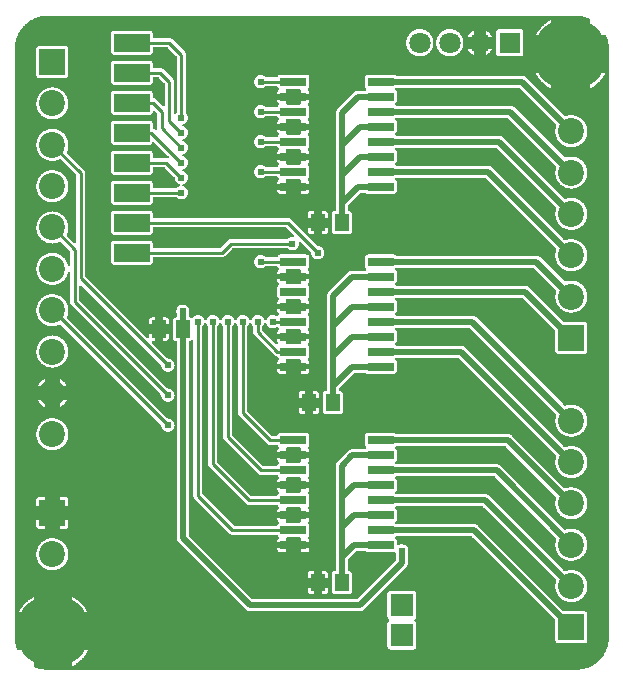
<source format=gbl>
G04 Layer: BottomLayer*
G04 EasyEDA v6.2.43, 2019-09-06T10:08:58+02:00*
G04 e2e4465fc3ca44109e84c49d15151505,91cc4837159741479c5be70faa949f3f,10*
G04 Gerber Generator version 0.2*
G04 Scale: 100 percent, Rotated: No, Reflected: No *
G04 Dimensions in millimeters *
G04 leading zeros omitted , absolute positions ,3 integer and 3 decimal *
%FSLAX33Y33*%
%MOMM*%
G90*
G71D02*

%ADD10C,0.254000*%
%ADD11C,0.499999*%
%ADD13C,0.609600*%
%ADD25R,2.199996X2.199996*%
%ADD26C,2.199996*%
%ADD27R,1.799996X1.799996*%
%ADD28C,1.799996*%
%ADD29R,1.930400X1.930400*%
%ADD30C,6.199988*%

%LPD*%
G36*
G01X47800Y55623D02*
G01X2999Y55623D01*
G01X2924Y55622D01*
G01X2848Y55619D01*
G01X2773Y55614D01*
G01X2697Y55606D01*
G01X2622Y55597D01*
G01X2548Y55586D01*
G01X2473Y55572D01*
G01X2399Y55557D01*
G01X2326Y55539D01*
G01X2253Y55519D01*
G01X2180Y55498D01*
G01X2109Y55474D01*
G01X2037Y55449D01*
G01X1967Y55421D01*
G01X1897Y55392D01*
G01X1829Y55361D01*
G01X1761Y55327D01*
G01X1694Y55292D01*
G01X1628Y55255D01*
G01X1563Y55217D01*
G01X1499Y55176D01*
G01X1436Y55134D01*
G01X1375Y55090D01*
G01X1314Y55044D01*
G01X1255Y54997D01*
G01X1198Y54948D01*
G01X1141Y54898D01*
G01X1086Y54846D01*
G01X1033Y54793D01*
G01X981Y54738D01*
G01X931Y54681D01*
G01X882Y54624D01*
G01X835Y54565D01*
G01X789Y54504D01*
G01X745Y54443D01*
G01X703Y54380D01*
G01X662Y54316D01*
G01X624Y54251D01*
G01X587Y54185D01*
G01X552Y54118D01*
G01X518Y54050D01*
G01X487Y53982D01*
G01X458Y53912D01*
G01X430Y53842D01*
G01X405Y53770D01*
G01X381Y53699D01*
G01X360Y53626D01*
G01X340Y53553D01*
G01X322Y53480D01*
G01X307Y53406D01*
G01X293Y53331D01*
G01X282Y53257D01*
G01X273Y53182D01*
G01X265Y53106D01*
G01X260Y53031D01*
G01X257Y52955D01*
G01X256Y52880D01*
G01X256Y2999D01*
G01X257Y2922D01*
G01X260Y2845D01*
G01X266Y2768D01*
G01X273Y2692D01*
G01X283Y2615D01*
G01X295Y2539D01*
G01X309Y2464D01*
G01X325Y2388D01*
G01X343Y2313D01*
G01X364Y2239D01*
G01X386Y2165D01*
G01X410Y2092D01*
G01X437Y2020D01*
G01X465Y1949D01*
G01X472Y1935D01*
G01X481Y1923D01*
G01X491Y1912D01*
G01X503Y1903D01*
G01X516Y1896D01*
G01X530Y1890D01*
G01X544Y1887D01*
G01X559Y1886D01*
G01X1886Y1886D01*
G01X1886Y559D01*
G01X1887Y544D01*
G01X1890Y530D01*
G01X1896Y516D01*
G01X1903Y503D01*
G01X1912Y491D01*
G01X1923Y481D01*
G01X1935Y472D01*
G01X1949Y465D01*
G01X2020Y437D01*
G01X2093Y410D01*
G01X2166Y386D01*
G01X2239Y363D01*
G01X2314Y343D01*
G01X2388Y325D01*
G01X2464Y309D01*
G01X2539Y295D01*
G01X2616Y283D01*
G01X2692Y273D01*
G01X2769Y266D01*
G01X2845Y260D01*
G01X2922Y257D01*
G01X2999Y256D01*
G01X47800Y256D01*
G01X47875Y257D01*
G01X47951Y260D01*
G01X48026Y265D01*
G01X48102Y273D01*
G01X48177Y282D01*
G01X48251Y293D01*
G01X48326Y307D01*
G01X48400Y322D01*
G01X48473Y340D01*
G01X48546Y360D01*
G01X48619Y381D01*
G01X48690Y405D01*
G01X48762Y430D01*
G01X48832Y458D01*
G01X48902Y487D01*
G01X48970Y518D01*
G01X49038Y552D01*
G01X49105Y587D01*
G01X49171Y624D01*
G01X49236Y662D01*
G01X49300Y703D01*
G01X49363Y745D01*
G01X49424Y789D01*
G01X49485Y835D01*
G01X49544Y882D01*
G01X49601Y931D01*
G01X49658Y981D01*
G01X49713Y1033D01*
G01X49766Y1086D01*
G01X49818Y1141D01*
G01X49868Y1198D01*
G01X49917Y1255D01*
G01X49964Y1314D01*
G01X50010Y1375D01*
G01X50054Y1436D01*
G01X50096Y1499D01*
G01X50137Y1563D01*
G01X50175Y1628D01*
G01X50212Y1694D01*
G01X50247Y1761D01*
G01X50281Y1829D01*
G01X50312Y1897D01*
G01X50341Y1967D01*
G01X50369Y2037D01*
G01X50394Y2109D01*
G01X50418Y2180D01*
G01X50439Y2253D01*
G01X50459Y2326D01*
G01X50477Y2399D01*
G01X50492Y2473D01*
G01X50506Y2548D01*
G01X50517Y2622D01*
G01X50526Y2697D01*
G01X50534Y2773D01*
G01X50539Y2848D01*
G01X50542Y2924D01*
G01X50543Y2999D01*
G01X50543Y52880D01*
G01X50542Y52957D01*
G01X50539Y53034D01*
G01X50533Y53110D01*
G01X50526Y53187D01*
G01X50516Y53263D01*
G01X50504Y53340D01*
G01X50490Y53415D01*
G01X50474Y53491D01*
G01X50456Y53565D01*
G01X50436Y53640D01*
G01X50413Y53713D01*
G01X50389Y53786D01*
G01X50362Y53859D01*
G01X50334Y53930D01*
G01X50327Y53944D01*
G01X50318Y53956D01*
G01X50308Y53967D01*
G01X50296Y53976D01*
G01X50283Y53983D01*
G01X50269Y53989D01*
G01X50255Y53992D01*
G01X50240Y53993D01*
G01X48913Y53993D01*
G01X48913Y55320D01*
G01X48912Y55335D01*
G01X48909Y55349D01*
G01X48903Y55363D01*
G01X48896Y55376D01*
G01X48887Y55388D01*
G01X48876Y55398D01*
G01X48864Y55407D01*
G01X48850Y55414D01*
G01X48779Y55442D01*
G01X48707Y55469D01*
G01X48634Y55493D01*
G01X48560Y55515D01*
G01X48486Y55536D01*
G01X48411Y55554D01*
G01X48335Y55570D01*
G01X48260Y55584D01*
G01X48184Y55596D01*
G01X48107Y55606D01*
G01X48031Y55613D01*
G01X47954Y55619D01*
G01X47877Y55622D01*
G01X47800Y55623D01*
G37*

%LPC*%
G36*
G01X14511Y31167D02*
G01X14478Y31168D01*
G01X14444Y31167D01*
G01X14410Y31164D01*
G01X14376Y31159D01*
G01X14343Y31152D01*
G01X14310Y31142D01*
G01X14278Y31131D01*
G01X14247Y31118D01*
G01X14217Y31104D01*
G01X14187Y31087D01*
G01X14159Y31068D01*
G01X14131Y31048D01*
G01X14105Y31027D01*
G01X14057Y30979D01*
G01X14036Y30953D01*
G01X14016Y30925D01*
G01X13997Y30897D01*
G01X13980Y30867D01*
G01X13966Y30837D01*
G01X13953Y30806D01*
G01X13942Y30774D01*
G01X13932Y30741D01*
G01X13925Y30708D01*
G01X13920Y30674D01*
G01X13917Y30640D01*
G01X13916Y30606D01*
G01X13917Y30568D01*
G01X13921Y30530D01*
G01X13928Y30492D01*
G01X13937Y30455D01*
G01X13949Y30419D01*
G01X13963Y30383D01*
G01X13969Y30363D01*
G01X13971Y30343D01*
G01X13971Y30175D01*
G01X13970Y30159D01*
G01X13966Y30145D01*
G01X13961Y30131D01*
G01X13953Y30118D01*
G01X13944Y30106D01*
G01X13933Y30095D01*
G01X13920Y30087D01*
G01X13907Y30080D01*
G01X13892Y30076D01*
G01X13877Y30073D01*
G01X13854Y30070D01*
G01X13830Y30065D01*
G01X13808Y30058D01*
G01X13786Y30048D01*
G01X13765Y30037D01*
G01X13745Y30024D01*
G01X13726Y30008D01*
G01X13709Y29992D01*
G01X13694Y29973D01*
G01X13680Y29954D01*
G01X13668Y29933D01*
G01X13659Y29911D01*
G01X13651Y29888D01*
G01X13646Y29865D01*
G01X13642Y29841D01*
G01X13641Y29818D01*
G01X13641Y28348D01*
G01X13642Y28324D01*
G01X13646Y28300D01*
G01X13651Y28277D01*
G01X13659Y28254D01*
G01X13668Y28232D01*
G01X13680Y28211D01*
G01X13694Y28192D01*
G01X13709Y28174D01*
G01X13726Y28157D01*
G01X13745Y28142D01*
G01X13765Y28128D01*
G01X13786Y28117D01*
G01X13808Y28107D01*
G01X13830Y28100D01*
G01X13854Y28095D01*
G01X13878Y28092D01*
G01X13893Y28090D01*
G01X13907Y28085D01*
G01X13921Y28078D01*
G01X13933Y28070D01*
G01X13944Y28060D01*
G01X13954Y28048D01*
G01X13961Y28035D01*
G01X13967Y28021D01*
G01X13970Y28006D01*
G01X13971Y27991D01*
G01X13971Y26068D01*
G01X13970Y26051D01*
G01X13966Y26035D01*
G01X13970Y26018D01*
G01X13971Y26001D01*
G01X13971Y23528D01*
G01X13970Y23511D01*
G01X13966Y23495D01*
G01X13970Y23478D01*
G01X13971Y23461D01*
G01X13971Y20988D01*
G01X13970Y20971D01*
G01X13966Y20955D01*
G01X13970Y20938D01*
G01X13971Y20921D01*
G01X13971Y11429D01*
G01X13972Y11396D01*
G01X13976Y11363D01*
G01X13981Y11330D01*
G01X13988Y11298D01*
G01X13998Y11266D01*
G01X14010Y11235D01*
G01X14023Y11205D01*
G01X14039Y11176D01*
G01X14057Y11148D01*
G01X14076Y11121D01*
G01X14097Y11095D01*
G01X14120Y11071D01*
G01X19834Y5356D01*
G01X19859Y5334D01*
G01X19884Y5313D01*
G01X19911Y5293D01*
G01X19939Y5276D01*
G01X19968Y5260D01*
G01X19999Y5247D01*
G01X20030Y5235D01*
G01X20061Y5225D01*
G01X20094Y5218D01*
G01X20126Y5212D01*
G01X20159Y5209D01*
G01X20193Y5208D01*
G01X29464Y5208D01*
G01X29497Y5209D01*
G01X29530Y5212D01*
G01X29562Y5218D01*
G01X29595Y5225D01*
G01X29626Y5235D01*
G01X29657Y5247D01*
G01X29688Y5260D01*
G01X29717Y5276D01*
G01X29745Y5293D01*
G01X29772Y5313D01*
G01X29797Y5334D01*
G01X29822Y5356D01*
G01X33378Y8912D01*
G01X33400Y8937D01*
G01X33421Y8962D01*
G01X33441Y8989D01*
G01X33458Y9017D01*
G01X33474Y9046D01*
G01X33487Y9077D01*
G01X33499Y9108D01*
G01X33509Y9139D01*
G01X33516Y9172D01*
G01X33522Y9204D01*
G01X33525Y9237D01*
G01X33526Y9271D01*
G01X33526Y10045D01*
G01X33528Y10065D01*
G01X33534Y10085D01*
G01X33548Y10121D01*
G01X33560Y10157D01*
G01X33569Y10194D01*
G01X33576Y10232D01*
G01X33580Y10270D01*
G01X33581Y10309D01*
G01X33580Y10342D01*
G01X33577Y10376D01*
G01X33572Y10410D01*
G01X33565Y10443D01*
G01X33555Y10476D01*
G01X33544Y10508D01*
G01X33531Y10539D01*
G01X33517Y10569D01*
G01X33500Y10599D01*
G01X33481Y10627D01*
G01X33461Y10655D01*
G01X33440Y10681D01*
G01X33416Y10706D01*
G01X33392Y10729D01*
G01X33366Y10750D01*
G01X33338Y10771D01*
G01X33310Y10789D01*
G01X33280Y10806D01*
G01X33250Y10820D01*
G01X33219Y10833D01*
G01X33187Y10845D01*
G01X33154Y10854D01*
G01X33121Y10861D01*
G01X33087Y10866D01*
G01X33053Y10869D01*
G01X33020Y10870D01*
G01X32984Y10869D01*
G01X32949Y10865D01*
G01X32914Y10860D01*
G01X32880Y10852D01*
G01X32846Y10842D01*
G01X32812Y10830D01*
G01X32780Y10816D01*
G01X32749Y10800D01*
G01X32733Y10793D01*
G01X32716Y10789D01*
G01X32699Y10788D01*
G01X32685Y10789D01*
G01X32671Y10792D01*
G01X32657Y10797D01*
G01X32645Y10804D01*
G01X32633Y10812D01*
G01X32623Y10823D01*
G01X32614Y10834D01*
G01X32607Y10847D01*
G01X32602Y10861D01*
G01X32599Y10875D01*
G01X32598Y10889D01*
G01X32598Y11145D01*
G01X32597Y11169D01*
G01X32594Y11192D01*
G01X32588Y11215D01*
G01X32581Y11237D01*
G01X32571Y11259D01*
G01X32560Y11279D01*
G01X32547Y11299D01*
G01X32532Y11317D01*
G01X32515Y11334D01*
G01X32497Y11349D01*
G01X32486Y11359D01*
G01X32476Y11371D01*
G01X32468Y11384D01*
G01X32462Y11399D01*
G01X32458Y11414D01*
G01X32457Y11429D01*
G01X32458Y11445D01*
G01X32462Y11460D01*
G01X32468Y11475D01*
G01X32476Y11488D01*
G01X32486Y11500D01*
G01X32497Y11510D01*
G01X32520Y11529D01*
G01X32532Y11539D01*
G01X32545Y11547D01*
G01X32559Y11553D01*
G01X32575Y11557D01*
G01X32590Y11558D01*
G01X38890Y11558D01*
G01X38905Y11557D01*
G01X38921Y11553D01*
G01X38936Y11547D01*
G01X38949Y11539D01*
G01X38961Y11528D01*
G01X45984Y4505D01*
G01X45995Y4493D01*
G01X46003Y4480D01*
G01X46009Y4465D01*
G01X46013Y4449D01*
G01X46014Y4434D01*
G01X46014Y2735D01*
G01X46015Y2712D01*
G01X46018Y2688D01*
G01X46024Y2665D01*
G01X46031Y2643D01*
G01X46041Y2621D01*
G01X46052Y2600D01*
G01X46066Y2581D01*
G01X46081Y2563D01*
G01X46098Y2546D01*
G01X46116Y2531D01*
G01X46135Y2517D01*
G01X46156Y2506D01*
G01X46178Y2496D01*
G01X46200Y2489D01*
G01X46223Y2483D01*
G01X46247Y2480D01*
G01X46271Y2479D01*
G01X48470Y2479D01*
G01X48494Y2480D01*
G01X48518Y2483D01*
G01X48541Y2489D01*
G01X48563Y2496D01*
G01X48585Y2506D01*
G01X48606Y2517D01*
G01X48625Y2531D01*
G01X48643Y2546D01*
G01X48660Y2563D01*
G01X48675Y2581D01*
G01X48689Y2600D01*
G01X48700Y2621D01*
G01X48710Y2643D01*
G01X48717Y2665D01*
G01X48723Y2688D01*
G01X48726Y2712D01*
G01X48727Y2735D01*
G01X48727Y4935D01*
G01X48726Y4959D01*
G01X48723Y4983D01*
G01X48717Y5006D01*
G01X48710Y5028D01*
G01X48700Y5050D01*
G01X48689Y5071D01*
G01X48675Y5090D01*
G01X48660Y5108D01*
G01X48643Y5125D01*
G01X48625Y5140D01*
G01X48606Y5154D01*
G01X48585Y5165D01*
G01X48563Y5175D01*
G01X48541Y5182D01*
G01X48518Y5188D01*
G01X48494Y5191D01*
G01X48470Y5192D01*
G01X46772Y5192D01*
G01X46756Y5193D01*
G01X46741Y5197D01*
G01X46726Y5203D01*
G01X46713Y5211D01*
G01X46701Y5222D01*
G01X39500Y12423D01*
G01X39475Y12445D01*
G01X39450Y12466D01*
G01X39423Y12486D01*
G01X39395Y12503D01*
G01X39365Y12519D01*
G01X39335Y12532D01*
G01X39304Y12544D01*
G01X39273Y12554D01*
G01X39240Y12561D01*
G01X39208Y12567D01*
G01X39175Y12570D01*
G01X39141Y12571D01*
G01X32590Y12571D01*
G01X32575Y12572D01*
G01X32559Y12576D01*
G01X32545Y12582D01*
G01X32532Y12590D01*
G01X32520Y12600D01*
G01X32497Y12619D01*
G01X32486Y12629D01*
G01X32476Y12641D01*
G01X32468Y12654D01*
G01X32462Y12669D01*
G01X32458Y12684D01*
G01X32457Y12699D01*
G01X32458Y12715D01*
G01X32462Y12730D01*
G01X32468Y12745D01*
G01X32476Y12758D01*
G01X32486Y12770D01*
G01X32497Y12780D01*
G01X32515Y12795D01*
G01X32532Y12812D01*
G01X32547Y12830D01*
G01X32560Y12850D01*
G01X32571Y12870D01*
G01X32581Y12892D01*
G01X32588Y12914D01*
G01X32594Y12937D01*
G01X32597Y12960D01*
G01X32598Y12984D01*
G01X32598Y13685D01*
G01X32597Y13709D01*
G01X32594Y13732D01*
G01X32588Y13755D01*
G01X32581Y13777D01*
G01X32571Y13799D01*
G01X32560Y13819D01*
G01X32547Y13839D01*
G01X32532Y13857D01*
G01X32515Y13874D01*
G01X32497Y13889D01*
G01X32486Y13899D01*
G01X32476Y13911D01*
G01X32468Y13924D01*
G01X32462Y13939D01*
G01X32458Y13954D01*
G01X32457Y13969D01*
G01X32458Y13985D01*
G01X32462Y14000D01*
G01X32468Y14015D01*
G01X32476Y14028D01*
G01X32486Y14040D01*
G01X32497Y14050D01*
G01X32520Y14069D01*
G01X32532Y14079D01*
G01X32545Y14087D01*
G01X32559Y14093D01*
G01X32575Y14097D01*
G01X32590Y14098D01*
G01X39850Y14098D01*
G01X39866Y14097D01*
G01X39881Y14093D01*
G01X39896Y14087D01*
G01X39909Y14079D01*
G01X39921Y14068D01*
G01X46075Y7914D01*
G01X46086Y7902D01*
G01X46094Y7889D01*
G01X46100Y7874D01*
G01X46104Y7859D01*
G01X46105Y7843D01*
G01X46103Y7825D01*
G01X46099Y7807D01*
G01X46081Y7757D01*
G01X46065Y7706D01*
G01X46052Y7654D01*
G01X46040Y7601D01*
G01X46031Y7549D01*
G01X46023Y7496D01*
G01X46018Y7442D01*
G01X46015Y7389D01*
G01X46014Y7336D01*
G01X46015Y7282D01*
G01X46018Y7229D01*
G01X46023Y7176D01*
G01X46031Y7123D01*
G01X46040Y7071D01*
G01X46051Y7019D01*
G01X46065Y6967D01*
G01X46080Y6916D01*
G01X46098Y6866D01*
G01X46117Y6816D01*
G01X46139Y6768D01*
G01X46162Y6720D01*
G01X46187Y6673D01*
G01X46214Y6627D01*
G01X46243Y6582D01*
G01X46273Y6538D01*
G01X46305Y6496D01*
G01X46339Y6455D01*
G01X46374Y6415D01*
G01X46411Y6376D01*
G01X46450Y6339D01*
G01X46489Y6304D01*
G01X46531Y6270D01*
G01X46573Y6238D01*
G01X46617Y6208D01*
G01X46662Y6179D01*
G01X46708Y6152D01*
G01X46755Y6127D01*
G01X46803Y6104D01*
G01X46851Y6082D01*
G01X46901Y6063D01*
G01X46951Y6045D01*
G01X47002Y6030D01*
G01X47054Y6016D01*
G01X47106Y6005D01*
G01X47158Y5996D01*
G01X47211Y5988D01*
G01X47264Y5983D01*
G01X47317Y5980D01*
G01X47371Y5979D01*
G01X47424Y5980D01*
G01X47477Y5983D01*
G01X47530Y5988D01*
G01X47583Y5996D01*
G01X47635Y6005D01*
G01X47687Y6016D01*
G01X47739Y6030D01*
G01X47790Y6045D01*
G01X47840Y6063D01*
G01X47890Y6082D01*
G01X47938Y6104D01*
G01X47986Y6127D01*
G01X48033Y6152D01*
G01X48079Y6179D01*
G01X48124Y6208D01*
G01X48168Y6238D01*
G01X48210Y6270D01*
G01X48252Y6304D01*
G01X48291Y6339D01*
G01X48330Y6376D01*
G01X48367Y6415D01*
G01X48402Y6455D01*
G01X48436Y6496D01*
G01X48468Y6538D01*
G01X48498Y6582D01*
G01X48527Y6627D01*
G01X48554Y6673D01*
G01X48579Y6720D01*
G01X48602Y6768D01*
G01X48624Y6816D01*
G01X48643Y6866D01*
G01X48661Y6916D01*
G01X48676Y6967D01*
G01X48690Y7019D01*
G01X48701Y7071D01*
G01X48710Y7123D01*
G01X48718Y7176D01*
G01X48723Y7229D01*
G01X48726Y7282D01*
G01X48727Y7336D01*
G01X48726Y7389D01*
G01X48723Y7442D01*
G01X48718Y7495D01*
G01X48710Y7548D01*
G01X48701Y7600D01*
G01X48690Y7652D01*
G01X48676Y7704D01*
G01X48661Y7755D01*
G01X48643Y7805D01*
G01X48624Y7855D01*
G01X48602Y7903D01*
G01X48579Y7951D01*
G01X48554Y7998D01*
G01X48527Y8044D01*
G01X48498Y8089D01*
G01X48468Y8133D01*
G01X48436Y8175D01*
G01X48402Y8217D01*
G01X48367Y8256D01*
G01X48330Y8295D01*
G01X48291Y8332D01*
G01X48252Y8367D01*
G01X48210Y8401D01*
G01X48168Y8433D01*
G01X48124Y8463D01*
G01X48079Y8492D01*
G01X48033Y8519D01*
G01X47986Y8544D01*
G01X47938Y8567D01*
G01X47890Y8589D01*
G01X47840Y8608D01*
G01X47790Y8626D01*
G01X47739Y8641D01*
G01X47687Y8655D01*
G01X47635Y8666D01*
G01X47583Y8675D01*
G01X47530Y8683D01*
G01X47477Y8688D01*
G01X47424Y8691D01*
G01X47371Y8692D01*
G01X47317Y8691D01*
G01X47264Y8688D01*
G01X47210Y8683D01*
G01X47157Y8675D01*
G01X47105Y8666D01*
G01X47052Y8654D01*
G01X47000Y8641D01*
G01X46949Y8625D01*
G01X46899Y8607D01*
G01X46881Y8603D01*
G01X46863Y8601D01*
G01X46848Y8602D01*
G01X46832Y8606D01*
G01X46817Y8612D01*
G01X46804Y8620D01*
G01X46792Y8631D01*
G01X40460Y14963D01*
G01X40436Y14985D01*
G01X40410Y15006D01*
G01X40383Y15026D01*
G01X40355Y15043D01*
G01X40326Y15059D01*
G01X40295Y15072D01*
G01X40264Y15084D01*
G01X40233Y15094D01*
G01X40200Y15101D01*
G01X40168Y15107D01*
G01X40135Y15110D01*
G01X40102Y15111D01*
G01X32590Y15111D01*
G01X32575Y15112D01*
G01X32559Y15116D01*
G01X32545Y15122D01*
G01X32532Y15130D01*
G01X32520Y15140D01*
G01X32497Y15159D01*
G01X32486Y15169D01*
G01X32476Y15181D01*
G01X32468Y15194D01*
G01X32462Y15209D01*
G01X32458Y15224D01*
G01X32457Y15239D01*
G01X32458Y15255D01*
G01X32462Y15270D01*
G01X32468Y15285D01*
G01X32476Y15298D01*
G01X32486Y15310D01*
G01X32497Y15320D01*
G01X32515Y15335D01*
G01X32532Y15352D01*
G01X32547Y15370D01*
G01X32560Y15390D01*
G01X32571Y15410D01*
G01X32581Y15432D01*
G01X32588Y15454D01*
G01X32594Y15477D01*
G01X32597Y15500D01*
G01X32598Y15524D01*
G01X32598Y16225D01*
G01X32597Y16249D01*
G01X32594Y16272D01*
G01X32588Y16295D01*
G01X32581Y16317D01*
G01X32571Y16339D01*
G01X32560Y16359D01*
G01X32547Y16379D01*
G01X32532Y16397D01*
G01X32515Y16414D01*
G01X32497Y16429D01*
G01X32486Y16439D01*
G01X32476Y16451D01*
G01X32468Y16464D01*
G01X32462Y16479D01*
G01X32458Y16494D01*
G01X32457Y16509D01*
G01X32458Y16525D01*
G01X32462Y16540D01*
G01X32468Y16555D01*
G01X32476Y16568D01*
G01X32486Y16580D01*
G01X32497Y16590D01*
G01X32520Y16609D01*
G01X32532Y16619D01*
G01X32545Y16627D01*
G01X32559Y16633D01*
G01X32575Y16637D01*
G01X32590Y16638D01*
G01X40809Y16638D01*
G01X40825Y16637D01*
G01X40841Y16633D01*
G01X40856Y16627D01*
G01X40869Y16619D01*
G01X40881Y16608D01*
G01X46075Y11414D01*
G01X46086Y11402D01*
G01X46094Y11389D01*
G01X46100Y11374D01*
G01X46104Y11358D01*
G01X46105Y11342D01*
G01X46103Y11325D01*
G01X46099Y11307D01*
G01X46081Y11257D01*
G01X46065Y11205D01*
G01X46052Y11154D01*
G01X46040Y11101D01*
G01X46031Y11049D01*
G01X46023Y10996D01*
G01X46018Y10942D01*
G01X46015Y10889D01*
G01X46014Y10835D01*
G01X46015Y10782D01*
G01X46018Y10729D01*
G01X46023Y10676D01*
G01X46031Y10623D01*
G01X46040Y10571D01*
G01X46051Y10519D01*
G01X46065Y10467D01*
G01X46080Y10416D01*
G01X46098Y10366D01*
G01X46117Y10316D01*
G01X46139Y10267D01*
G01X46162Y10220D01*
G01X46187Y10173D01*
G01X46214Y10127D01*
G01X46243Y10082D01*
G01X46273Y10038D01*
G01X46305Y9996D01*
G01X46339Y9954D01*
G01X46374Y9915D01*
G01X46411Y9876D01*
G01X46450Y9839D01*
G01X46489Y9804D01*
G01X46531Y9770D01*
G01X46573Y9738D01*
G01X46617Y9707D01*
G01X46662Y9679D01*
G01X46708Y9652D01*
G01X46755Y9627D01*
G01X46803Y9603D01*
G01X46851Y9582D01*
G01X46901Y9563D01*
G01X46951Y9545D01*
G01X47002Y9530D01*
G01X47054Y9516D01*
G01X47106Y9505D01*
G01X47158Y9496D01*
G01X47211Y9488D01*
G01X47264Y9483D01*
G01X47317Y9480D01*
G01X47371Y9479D01*
G01X47424Y9480D01*
G01X47477Y9483D01*
G01X47530Y9488D01*
G01X47583Y9496D01*
G01X47635Y9505D01*
G01X47687Y9516D01*
G01X47739Y9530D01*
G01X47790Y9545D01*
G01X47840Y9563D01*
G01X47890Y9582D01*
G01X47938Y9603D01*
G01X47986Y9627D01*
G01X48033Y9652D01*
G01X48079Y9679D01*
G01X48124Y9707D01*
G01X48168Y9738D01*
G01X48210Y9770D01*
G01X48252Y9804D01*
G01X48291Y9839D01*
G01X48330Y9876D01*
G01X48367Y9915D01*
G01X48402Y9954D01*
G01X48436Y9996D01*
G01X48468Y10038D01*
G01X48498Y10082D01*
G01X48527Y10127D01*
G01X48554Y10173D01*
G01X48579Y10220D01*
G01X48602Y10267D01*
G01X48624Y10316D01*
G01X48643Y10366D01*
G01X48661Y10416D01*
G01X48676Y10467D01*
G01X48690Y10519D01*
G01X48701Y10571D01*
G01X48710Y10623D01*
G01X48718Y10676D01*
G01X48723Y10729D01*
G01X48726Y10782D01*
G01X48727Y10835D01*
G01X48726Y10889D01*
G01X48723Y10942D01*
G01X48718Y10995D01*
G01X48710Y11048D01*
G01X48701Y11100D01*
G01X48690Y11152D01*
G01X48676Y11204D01*
G01X48661Y11255D01*
G01X48643Y11305D01*
G01X48624Y11355D01*
G01X48602Y11403D01*
G01X48579Y11451D01*
G01X48554Y11498D01*
G01X48527Y11544D01*
G01X48498Y11589D01*
G01X48468Y11633D01*
G01X48436Y11675D01*
G01X48402Y11716D01*
G01X48367Y11756D01*
G01X48330Y11795D01*
G01X48291Y11832D01*
G01X48252Y11867D01*
G01X48210Y11901D01*
G01X48168Y11933D01*
G01X48124Y11963D01*
G01X48079Y11992D01*
G01X48033Y12019D01*
G01X47986Y12044D01*
G01X47938Y12067D01*
G01X47890Y12089D01*
G01X47840Y12108D01*
G01X47790Y12126D01*
G01X47739Y12141D01*
G01X47687Y12154D01*
G01X47635Y12166D01*
G01X47583Y12175D01*
G01X47530Y12183D01*
G01X47477Y12188D01*
G01X47424Y12191D01*
G01X47371Y12192D01*
G01X47317Y12191D01*
G01X47264Y12188D01*
G01X47210Y12182D01*
G01X47157Y12175D01*
G01X47105Y12166D01*
G01X47052Y12154D01*
G01X47000Y12140D01*
G01X46949Y12125D01*
G01X46899Y12107D01*
G01X46881Y12103D01*
G01X46863Y12101D01*
G01X46848Y12102D01*
G01X46832Y12106D01*
G01X46817Y12112D01*
G01X46804Y12120D01*
G01X46792Y12131D01*
G01X41420Y17503D01*
G01X41395Y17525D01*
G01X41370Y17546D01*
G01X41343Y17566D01*
G01X41315Y17583D01*
G01X41285Y17599D01*
G01X41255Y17612D01*
G01X41224Y17624D01*
G01X41192Y17634D01*
G01X41160Y17641D01*
G01X41128Y17647D01*
G01X41095Y17650D01*
G01X41061Y17651D01*
G01X32590Y17651D01*
G01X32575Y17652D01*
G01X32559Y17656D01*
G01X32545Y17662D01*
G01X32532Y17670D01*
G01X32520Y17680D01*
G01X32497Y17699D01*
G01X32486Y17709D01*
G01X32476Y17721D01*
G01X32468Y17734D01*
G01X32462Y17749D01*
G01X32458Y17764D01*
G01X32457Y17779D01*
G01X32458Y17795D01*
G01X32462Y17810D01*
G01X32468Y17825D01*
G01X32476Y17838D01*
G01X32486Y17850D01*
G01X32497Y17860D01*
G01X32515Y17875D01*
G01X32532Y17892D01*
G01X32547Y17910D01*
G01X32560Y17930D01*
G01X32571Y17950D01*
G01X32581Y17972D01*
G01X32588Y17994D01*
G01X32594Y18017D01*
G01X32597Y18040D01*
G01X32598Y18064D01*
G01X32598Y18765D01*
G01X32597Y18789D01*
G01X32594Y18812D01*
G01X32588Y18835D01*
G01X32581Y18857D01*
G01X32571Y18879D01*
G01X32560Y18899D01*
G01X32547Y18919D01*
G01X32532Y18937D01*
G01X32515Y18954D01*
G01X32497Y18969D01*
G01X32486Y18979D01*
G01X32476Y18991D01*
G01X32468Y19004D01*
G01X32462Y19019D01*
G01X32458Y19034D01*
G01X32457Y19049D01*
G01X32458Y19065D01*
G01X32462Y19080D01*
G01X32468Y19095D01*
G01X32476Y19108D01*
G01X32486Y19120D01*
G01X32497Y19130D01*
G01X32520Y19149D01*
G01X32532Y19159D01*
G01X32545Y19167D01*
G01X32559Y19173D01*
G01X32575Y19177D01*
G01X32590Y19178D01*
G01X41770Y19178D01*
G01X41786Y19177D01*
G01X41801Y19173D01*
G01X41816Y19167D01*
G01X41829Y19159D01*
G01X41841Y19148D01*
G01X46075Y14914D01*
G01X46086Y14902D01*
G01X46094Y14889D01*
G01X46100Y14874D01*
G01X46104Y14858D01*
G01X46105Y14843D01*
G01X46103Y14825D01*
G01X46099Y14807D01*
G01X46081Y14757D01*
G01X46065Y14706D01*
G01X46052Y14654D01*
G01X46040Y14601D01*
G01X46031Y14549D01*
G01X46023Y14496D01*
G01X46018Y14442D01*
G01X46015Y14389D01*
G01X46014Y14336D01*
G01X46015Y14282D01*
G01X46018Y14229D01*
G01X46023Y14176D01*
G01X46031Y14123D01*
G01X46040Y14071D01*
G01X46051Y14019D01*
G01X46065Y13967D01*
G01X46080Y13916D01*
G01X46098Y13866D01*
G01X46117Y13816D01*
G01X46139Y13768D01*
G01X46162Y13720D01*
G01X46187Y13673D01*
G01X46214Y13627D01*
G01X46243Y13582D01*
G01X46273Y13538D01*
G01X46305Y13496D01*
G01X46339Y13455D01*
G01X46374Y13415D01*
G01X46411Y13376D01*
G01X46450Y13339D01*
G01X46489Y13304D01*
G01X46531Y13270D01*
G01X46573Y13238D01*
G01X46617Y13208D01*
G01X46662Y13179D01*
G01X46708Y13152D01*
G01X46755Y13127D01*
G01X46803Y13104D01*
G01X46851Y13082D01*
G01X46901Y13063D01*
G01X46951Y13045D01*
G01X47002Y13030D01*
G01X47054Y13016D01*
G01X47106Y13005D01*
G01X47158Y12996D01*
G01X47211Y12988D01*
G01X47264Y12983D01*
G01X47317Y12980D01*
G01X47371Y12979D01*
G01X47424Y12980D01*
G01X47477Y12983D01*
G01X47530Y12988D01*
G01X47583Y12996D01*
G01X47635Y13005D01*
G01X47687Y13016D01*
G01X47739Y13030D01*
G01X47790Y13045D01*
G01X47840Y13063D01*
G01X47890Y13082D01*
G01X47938Y13104D01*
G01X47986Y13127D01*
G01X48033Y13152D01*
G01X48079Y13179D01*
G01X48124Y13208D01*
G01X48168Y13238D01*
G01X48210Y13270D01*
G01X48252Y13304D01*
G01X48291Y13339D01*
G01X48330Y13376D01*
G01X48367Y13415D01*
G01X48402Y13455D01*
G01X48436Y13496D01*
G01X48468Y13538D01*
G01X48498Y13582D01*
G01X48527Y13627D01*
G01X48554Y13673D01*
G01X48579Y13720D01*
G01X48602Y13768D01*
G01X48624Y13816D01*
G01X48643Y13866D01*
G01X48661Y13916D01*
G01X48676Y13967D01*
G01X48690Y14019D01*
G01X48701Y14071D01*
G01X48710Y14123D01*
G01X48718Y14176D01*
G01X48723Y14229D01*
G01X48726Y14282D01*
G01X48727Y14336D01*
G01X48726Y14389D01*
G01X48723Y14442D01*
G01X48718Y14495D01*
G01X48710Y14548D01*
G01X48701Y14600D01*
G01X48690Y14652D01*
G01X48676Y14704D01*
G01X48661Y14755D01*
G01X48643Y14805D01*
G01X48624Y14855D01*
G01X48602Y14903D01*
G01X48579Y14951D01*
G01X48554Y14998D01*
G01X48527Y15044D01*
G01X48498Y15089D01*
G01X48468Y15133D01*
G01X48436Y15175D01*
G01X48402Y15217D01*
G01X48367Y15256D01*
G01X48330Y15295D01*
G01X48291Y15332D01*
G01X48252Y15367D01*
G01X48210Y15401D01*
G01X48168Y15433D01*
G01X48124Y15463D01*
G01X48079Y15492D01*
G01X48033Y15519D01*
G01X47986Y15544D01*
G01X47938Y15567D01*
G01X47890Y15589D01*
G01X47840Y15608D01*
G01X47790Y15626D01*
G01X47739Y15641D01*
G01X47687Y15655D01*
G01X47635Y15666D01*
G01X47583Y15675D01*
G01X47530Y15683D01*
G01X47477Y15688D01*
G01X47424Y15691D01*
G01X47371Y15692D01*
G01X47317Y15691D01*
G01X47264Y15688D01*
G01X47210Y15683D01*
G01X47157Y15675D01*
G01X47105Y15666D01*
G01X47052Y15654D01*
G01X47000Y15641D01*
G01X46949Y15625D01*
G01X46899Y15607D01*
G01X46881Y15603D01*
G01X46863Y15601D01*
G01X46848Y15602D01*
G01X46832Y15606D01*
G01X46817Y15612D01*
G01X46804Y15620D01*
G01X46792Y15631D01*
G01X42380Y20043D01*
G01X42355Y20065D01*
G01X42330Y20086D01*
G01X42303Y20106D01*
G01X42275Y20123D01*
G01X42246Y20139D01*
G01X42215Y20152D01*
G01X42184Y20164D01*
G01X42153Y20174D01*
G01X42120Y20181D01*
G01X42088Y20187D01*
G01X42055Y20190D01*
G01X42022Y20191D01*
G01X32590Y20191D01*
G01X32575Y20192D01*
G01X32559Y20196D01*
G01X32545Y20202D01*
G01X32532Y20210D01*
G01X32520Y20220D01*
G01X32501Y20236D01*
G01X32481Y20250D01*
G01X32460Y20263D01*
G01X32437Y20273D01*
G01X32414Y20281D01*
G01X32390Y20287D01*
G01X32366Y20290D01*
G01X32341Y20292D01*
G01X30142Y20292D01*
G01X30118Y20290D01*
G01X30095Y20287D01*
G01X30071Y20282D01*
G01X30049Y20274D01*
G01X30027Y20265D01*
G01X30007Y20253D01*
G01X29987Y20240D01*
G01X29969Y20225D01*
G01X29952Y20208D01*
G01X29937Y20190D01*
G01X29924Y20170D01*
G01X29912Y20149D01*
G01X29902Y20128D01*
G01X29895Y20105D01*
G01X29890Y20082D01*
G01X29886Y20059D01*
G01X29885Y20035D01*
G01X29885Y19334D01*
G01X29886Y19310D01*
G01X29889Y19287D01*
G01X29895Y19264D01*
G01X29902Y19242D01*
G01X29912Y19220D01*
G01X29923Y19200D01*
G01X29936Y19180D01*
G01X29951Y19162D01*
G01X29968Y19145D01*
G01X29986Y19130D01*
G01X29997Y19120D01*
G01X30007Y19108D01*
G01X30015Y19095D01*
G01X30021Y19080D01*
G01X30025Y19065D01*
G01X30026Y19050D01*
G01X30025Y19034D01*
G01X30021Y19019D01*
G01X30015Y19004D01*
G01X30007Y18991D01*
G01X29997Y18979D01*
G01X29986Y18969D01*
G01X29963Y18950D01*
G01X29951Y18940D01*
G01X29938Y18932D01*
G01X29924Y18926D01*
G01X29908Y18922D01*
G01X29893Y18921D01*
G01X28829Y18921D01*
G01X28795Y18920D01*
G01X28762Y18917D01*
G01X28730Y18911D01*
G01X28697Y18904D01*
G01X28666Y18894D01*
G01X28635Y18882D01*
G01X28604Y18869D01*
G01X28575Y18853D01*
G01X28547Y18836D01*
G01X28520Y18816D01*
G01X28495Y18795D01*
G01X28470Y18773D01*
G01X27581Y17884D01*
G01X27559Y17859D01*
G01X27538Y17834D01*
G01X27518Y17807D01*
G01X27501Y17779D01*
G01X27485Y17750D01*
G01X27472Y17719D01*
G01X27460Y17688D01*
G01X27450Y17657D01*
G01X27443Y17624D01*
G01X27437Y17592D01*
G01X27434Y17559D01*
G01X27433Y17526D01*
G01X27433Y8712D01*
G01X27432Y8696D01*
G01X27428Y8682D01*
G01X27423Y8668D01*
G01X27415Y8655D01*
G01X27406Y8643D01*
G01X27395Y8632D01*
G01X27382Y8624D01*
G01X27369Y8617D01*
G01X27354Y8613D01*
G01X27339Y8610D01*
G01X27316Y8607D01*
G01X27292Y8602D01*
G01X27270Y8595D01*
G01X27248Y8585D01*
G01X27227Y8574D01*
G01X27207Y8561D01*
G01X27188Y8545D01*
G01X27171Y8529D01*
G01X27156Y8510D01*
G01X27142Y8491D01*
G01X27130Y8470D01*
G01X27121Y8448D01*
G01X27113Y8425D01*
G01X27108Y8402D01*
G01X27104Y8378D01*
G01X27103Y8355D01*
G01X27103Y6885D01*
G01X27104Y6861D01*
G01X27107Y6838D01*
G01X27113Y6814D01*
G01X27120Y6792D01*
G01X27130Y6770D01*
G01X27142Y6750D01*
G01X27155Y6730D01*
G01X27170Y6712D01*
G01X27187Y6695D01*
G01X27205Y6680D01*
G01X27225Y6667D01*
G01X27245Y6655D01*
G01X27267Y6645D01*
G01X27289Y6638D01*
G01X27312Y6633D01*
G01X27336Y6629D01*
G01X27360Y6628D01*
G01X28520Y6628D01*
G01X28543Y6629D01*
G01X28567Y6633D01*
G01X28590Y6638D01*
G01X28612Y6645D01*
G01X28634Y6655D01*
G01X28655Y6667D01*
G01X28674Y6680D01*
G01X28692Y6695D01*
G01X28709Y6712D01*
G01X28724Y6730D01*
G01X28738Y6750D01*
G01X28749Y6770D01*
G01X28759Y6792D01*
G01X28766Y6814D01*
G01X28772Y6838D01*
G01X28775Y6861D01*
G01X28776Y6885D01*
G01X28776Y8355D01*
G01X28775Y8378D01*
G01X28772Y8402D01*
G01X28766Y8425D01*
G01X28759Y8448D01*
G01X28749Y8470D01*
G01X28737Y8491D01*
G01X28723Y8510D01*
G01X28708Y8529D01*
G01X28691Y8546D01*
G01X28672Y8561D01*
G01X28653Y8574D01*
G01X28632Y8585D01*
G01X28610Y8595D01*
G01X28587Y8602D01*
G01X28563Y8607D01*
G01X28540Y8610D01*
G01X28525Y8613D01*
G01X28510Y8617D01*
G01X28497Y8624D01*
G01X28484Y8632D01*
G01X28473Y8643D01*
G01X28464Y8655D01*
G01X28456Y8668D01*
G01X28451Y8682D01*
G01X28447Y8697D01*
G01X28446Y8712D01*
G01X28446Y9527D01*
G01X28447Y9542D01*
G01X28451Y9558D01*
G01X28457Y9573D01*
G01X28465Y9586D01*
G01X28476Y9598D01*
G01X29136Y10258D01*
G01X29148Y10269D01*
G01X29161Y10277D01*
G01X29176Y10283D01*
G01X29192Y10287D01*
G01X29207Y10288D01*
G01X29893Y10288D01*
G01X29908Y10287D01*
G01X29924Y10283D01*
G01X29938Y10277D01*
G01X29951Y10269D01*
G01X29963Y10259D01*
G01X29982Y10243D01*
G01X30002Y10229D01*
G01X30023Y10216D01*
G01X30046Y10206D01*
G01X30069Y10198D01*
G01X30093Y10192D01*
G01X30117Y10189D01*
G01X30142Y10187D01*
G01X32341Y10187D01*
G01X32379Y10190D01*
G01X32394Y10191D01*
G01X32409Y10190D01*
G01X32425Y10186D01*
G01X32439Y10181D01*
G01X32453Y10173D01*
G01X32465Y10163D01*
G01X32475Y10151D01*
G01X32483Y10138D01*
G01X32490Y10123D01*
G01X32505Y10085D01*
G01X32511Y10065D01*
G01X32513Y10045D01*
G01X32513Y9522D01*
G01X32512Y9507D01*
G01X32508Y9491D01*
G01X32502Y9476D01*
G01X32494Y9463D01*
G01X32483Y9451D01*
G01X29283Y6251D01*
G01X29271Y6240D01*
G01X29258Y6232D01*
G01X29243Y6226D01*
G01X29227Y6222D01*
G01X29212Y6221D01*
G01X20444Y6221D01*
G01X20429Y6222D01*
G01X20413Y6226D01*
G01X20398Y6232D01*
G01X20385Y6240D01*
G01X20373Y6251D01*
G01X15014Y11609D01*
G01X15004Y11621D01*
G01X14995Y11635D01*
G01X14989Y11650D01*
G01X14986Y11665D01*
G01X14984Y11681D01*
G01X14984Y27991D01*
G01X14985Y28006D01*
G01X14989Y28021D01*
G01X14994Y28035D01*
G01X15002Y28048D01*
G01X15011Y28060D01*
G01X15022Y28070D01*
G01X15035Y28078D01*
G01X15048Y28085D01*
G01X15063Y28090D01*
G01X15078Y28092D01*
G01X15105Y28096D01*
G01X15131Y28102D01*
G01X15157Y28111D01*
G01X15181Y28123D01*
G01X15204Y28137D01*
G01X15218Y28145D01*
G01X15232Y28151D01*
G01X15247Y28154D01*
G01X15262Y28155D01*
G01X15277Y28154D01*
G01X15291Y28151D01*
G01X15305Y28146D01*
G01X15317Y28139D01*
G01X15329Y28131D01*
G01X15339Y28120D01*
G01X15348Y28109D01*
G01X15355Y28096D01*
G01X15360Y28082D01*
G01X15363Y28068D01*
G01X15364Y28054D01*
G01X15364Y14986D01*
G01X15365Y14955D01*
G01X15369Y14926D01*
G01X15375Y14896D01*
G01X15383Y14867D01*
G01X15393Y14839D01*
G01X15406Y14811D01*
G01X15420Y14785D01*
G01X15437Y14760D01*
G01X15456Y14736D01*
G01X15476Y14714D01*
G01X18397Y11793D01*
G01X18419Y11773D01*
G01X18443Y11754D01*
G01X18468Y11737D01*
G01X18494Y11723D01*
G01X18522Y11710D01*
G01X18550Y11700D01*
G01X18579Y11692D01*
G01X18609Y11686D01*
G01X18638Y11682D01*
G01X18668Y11681D01*
G01X22411Y11681D01*
G01X22426Y11680D01*
G01X22440Y11677D01*
G01X22454Y11671D01*
G01X22468Y11664D01*
G01X22479Y11654D01*
G01X22490Y11643D01*
G01X22498Y11631D01*
G01X22505Y11618D01*
G01X22517Y11593D01*
G01X22531Y11569D01*
G01X22547Y11548D01*
G01X22566Y11528D01*
G01X22587Y11510D01*
G01X22598Y11500D01*
G01X22608Y11488D01*
G01X22616Y11475D01*
G01X22622Y11460D01*
G01X22626Y11445D01*
G01X22627Y11430D01*
G01X22626Y11414D01*
G01X22622Y11399D01*
G01X22616Y11384D01*
G01X22608Y11371D01*
G01X22598Y11359D01*
G01X22587Y11349D01*
G01X22569Y11334D01*
G01X22552Y11317D01*
G01X22537Y11299D01*
G01X22524Y11279D01*
G01X22513Y11259D01*
G01X22503Y11237D01*
G01X22496Y11215D01*
G01X22490Y11192D01*
G01X22487Y11169D01*
G01X22486Y11145D01*
G01X22486Y11033D01*
G01X23229Y11033D01*
G01X23229Y11356D01*
G01X23230Y11370D01*
G01X23233Y11384D01*
G01X23238Y11398D01*
G01X23245Y11411D01*
G01X23254Y11422D01*
G01X23264Y11433D01*
G01X23276Y11441D01*
G01X23288Y11448D01*
G01X23302Y11453D01*
G01X23316Y11456D01*
G01X23331Y11457D01*
G01X24354Y11457D01*
G01X24369Y11456D01*
G01X24383Y11453D01*
G01X24396Y11448D01*
G01X24409Y11441D01*
G01X24421Y11433D01*
G01X24431Y11422D01*
G01X24440Y11411D01*
G01X24447Y11398D01*
G01X24452Y11384D01*
G01X24455Y11370D01*
G01X24456Y11356D01*
G01X24456Y11033D01*
G01X25199Y11033D01*
G01X25199Y11145D01*
G01X25198Y11169D01*
G01X25195Y11192D01*
G01X25189Y11215D01*
G01X25182Y11237D01*
G01X25172Y11259D01*
G01X25161Y11279D01*
G01X25148Y11299D01*
G01X25133Y11317D01*
G01X25116Y11334D01*
G01X25098Y11349D01*
G01X25087Y11359D01*
G01X25077Y11371D01*
G01X25069Y11384D01*
G01X25063Y11399D01*
G01X25059Y11414D01*
G01X25058Y11429D01*
G01X25059Y11445D01*
G01X25063Y11460D01*
G01X25069Y11475D01*
G01X25077Y11488D01*
G01X25087Y11500D01*
G01X25098Y11510D01*
G01X25116Y11525D01*
G01X25133Y11542D01*
G01X25148Y11560D01*
G01X25161Y11580D01*
G01X25172Y11600D01*
G01X25182Y11622D01*
G01X25189Y11644D01*
G01X25195Y11667D01*
G01X25198Y11690D01*
G01X25199Y11714D01*
G01X25199Y12415D01*
G01X25198Y12439D01*
G01X25195Y12462D01*
G01X25189Y12485D01*
G01X25182Y12507D01*
G01X25172Y12529D01*
G01X25161Y12549D01*
G01X25148Y12569D01*
G01X25133Y12587D01*
G01X25116Y12604D01*
G01X25098Y12619D01*
G01X25087Y12629D01*
G01X25077Y12641D01*
G01X25069Y12654D01*
G01X25063Y12669D01*
G01X25059Y12684D01*
G01X25058Y12699D01*
G01X25059Y12715D01*
G01X25063Y12730D01*
G01X25069Y12745D01*
G01X25077Y12758D01*
G01X25087Y12770D01*
G01X25098Y12780D01*
G01X25116Y12795D01*
G01X25133Y12812D01*
G01X25148Y12830D01*
G01X25161Y12850D01*
G01X25172Y12870D01*
G01X25182Y12892D01*
G01X25189Y12914D01*
G01X25195Y12937D01*
G01X25198Y12960D01*
G01X25199Y12984D01*
G01X25199Y13096D01*
G01X24456Y13096D01*
G01X24456Y12773D01*
G01X24455Y12759D01*
G01X24452Y12745D01*
G01X24447Y12731D01*
G01X24440Y12718D01*
G01X24431Y12707D01*
G01X24421Y12696D01*
G01X24409Y12688D01*
G01X24396Y12681D01*
G01X24383Y12676D01*
G01X24369Y12673D01*
G01X24354Y12672D01*
G01X23331Y12672D01*
G01X23316Y12673D01*
G01X23302Y12676D01*
G01X23288Y12681D01*
G01X23276Y12688D01*
G01X23264Y12696D01*
G01X23254Y12707D01*
G01X23245Y12718D01*
G01X23238Y12731D01*
G01X23233Y12745D01*
G01X23230Y12759D01*
G01X23229Y12773D01*
G01X23229Y13096D01*
G01X22486Y13096D01*
G01X22486Y12984D01*
G01X22487Y12960D01*
G01X22490Y12937D01*
G01X22496Y12914D01*
G01X22503Y12892D01*
G01X22513Y12870D01*
G01X22524Y12850D01*
G01X22537Y12830D01*
G01X22552Y12812D01*
G01X22569Y12795D01*
G01X22587Y12780D01*
G01X22598Y12770D01*
G01X22608Y12758D01*
G01X22616Y12745D01*
G01X22622Y12730D01*
G01X22626Y12715D01*
G01X22627Y12700D01*
G01X22626Y12684D01*
G01X22622Y12669D01*
G01X22616Y12654D01*
G01X22608Y12641D01*
G01X22598Y12629D01*
G01X22587Y12619D01*
G01X22566Y12601D01*
G01X22547Y12581D01*
G01X22531Y12560D01*
G01X22517Y12536D01*
G01X22505Y12511D01*
G01X22498Y12498D01*
G01X22490Y12486D01*
G01X22479Y12475D01*
G01X22468Y12465D01*
G01X22454Y12458D01*
G01X22440Y12452D01*
G01X22426Y12449D01*
G01X22411Y12448D01*
G01X18869Y12448D01*
G01X18854Y12449D01*
G01X18838Y12453D01*
G01X18823Y12459D01*
G01X18810Y12467D01*
G01X18798Y12478D01*
G01X16161Y15115D01*
G01X16150Y15127D01*
G01X16142Y15140D01*
G01X16136Y15155D01*
G01X16132Y15171D01*
G01X16131Y15186D01*
G01X16131Y29266D01*
G01X16132Y29281D01*
G01X16136Y29296D01*
G01X16141Y29310D01*
G01X16149Y29323D01*
G01X16158Y29335D01*
G01X16182Y29363D01*
G01X16205Y29392D01*
G01X16225Y29422D01*
G01X16243Y29454D01*
G01X16260Y29487D01*
G01X16273Y29521D01*
G01X16285Y29556D01*
G01X16290Y29570D01*
G01X16297Y29582D01*
G01X16306Y29594D01*
G01X16316Y29604D01*
G01X16328Y29613D01*
G01X16340Y29620D01*
G01X16354Y29625D01*
G01X16368Y29628D01*
G01X16383Y29629D01*
G01X16397Y29628D01*
G01X16411Y29625D01*
G01X16425Y29620D01*
G01X16437Y29613D01*
G01X16449Y29604D01*
G01X16459Y29594D01*
G01X16468Y29582D01*
G01X16475Y29570D01*
G01X16480Y29556D01*
G01X16492Y29521D01*
G01X16505Y29487D01*
G01X16522Y29454D01*
G01X16540Y29422D01*
G01X16560Y29392D01*
G01X16583Y29363D01*
G01X16607Y29335D01*
G01X16616Y29323D01*
G01X16624Y29310D01*
G01X16629Y29296D01*
G01X16633Y29281D01*
G01X16634Y29266D01*
G01X16634Y17653D01*
G01X16635Y17622D01*
G01X16639Y17593D01*
G01X16645Y17563D01*
G01X16653Y17534D01*
G01X16663Y17506D01*
G01X16676Y17478D01*
G01X16690Y17452D01*
G01X16707Y17427D01*
G01X16726Y17403D01*
G01X16746Y17381D01*
G01X19794Y14333D01*
G01X19816Y14313D01*
G01X19840Y14294D01*
G01X19865Y14277D01*
G01X19891Y14263D01*
G01X19919Y14250D01*
G01X19947Y14240D01*
G01X19976Y14232D01*
G01X20006Y14226D01*
G01X20035Y14222D01*
G01X20065Y14221D01*
G01X22411Y14221D01*
G01X22426Y14220D01*
G01X22440Y14217D01*
G01X22454Y14211D01*
G01X22468Y14204D01*
G01X22479Y14194D01*
G01X22490Y14183D01*
G01X22498Y14171D01*
G01X22505Y14158D01*
G01X22517Y14133D01*
G01X22531Y14109D01*
G01X22547Y14088D01*
G01X22566Y14068D01*
G01X22587Y14050D01*
G01X22598Y14040D01*
G01X22608Y14028D01*
G01X22616Y14015D01*
G01X22622Y14000D01*
G01X22626Y13985D01*
G01X22627Y13970D01*
G01X22626Y13954D01*
G01X22622Y13939D01*
G01X22616Y13924D01*
G01X22608Y13911D01*
G01X22598Y13899D01*
G01X22587Y13889D01*
G01X22569Y13874D01*
G01X22552Y13857D01*
G01X22537Y13839D01*
G01X22524Y13819D01*
G01X22513Y13799D01*
G01X22503Y13777D01*
G01X22496Y13755D01*
G01X22490Y13732D01*
G01X22487Y13709D01*
G01X22486Y13685D01*
G01X22486Y13573D01*
G01X23229Y13573D01*
G01X23229Y13896D01*
G01X23230Y13910D01*
G01X23233Y13924D01*
G01X23238Y13938D01*
G01X23245Y13951D01*
G01X23254Y13962D01*
G01X23264Y13973D01*
G01X23276Y13981D01*
G01X23288Y13988D01*
G01X23302Y13993D01*
G01X23316Y13996D01*
G01X23331Y13997D01*
G01X24354Y13997D01*
G01X24369Y13996D01*
G01X24383Y13993D01*
G01X24396Y13988D01*
G01X24409Y13981D01*
G01X24421Y13973D01*
G01X24431Y13962D01*
G01X24440Y13951D01*
G01X24447Y13938D01*
G01X24452Y13924D01*
G01X24455Y13910D01*
G01X24456Y13896D01*
G01X24456Y13573D01*
G01X25199Y13573D01*
G01X25199Y13685D01*
G01X25198Y13709D01*
G01X25195Y13732D01*
G01X25189Y13755D01*
G01X25182Y13777D01*
G01X25172Y13799D01*
G01X25161Y13819D01*
G01X25148Y13839D01*
G01X25133Y13857D01*
G01X25116Y13874D01*
G01X25098Y13889D01*
G01X25087Y13899D01*
G01X25077Y13911D01*
G01X25069Y13924D01*
G01X25063Y13939D01*
G01X25059Y13954D01*
G01X25058Y13969D01*
G01X25059Y13985D01*
G01X25063Y14000D01*
G01X25069Y14015D01*
G01X25077Y14028D01*
G01X25087Y14040D01*
G01X25098Y14050D01*
G01X25116Y14065D01*
G01X25133Y14082D01*
G01X25148Y14100D01*
G01X25161Y14120D01*
G01X25172Y14140D01*
G01X25182Y14162D01*
G01X25189Y14184D01*
G01X25195Y14207D01*
G01X25198Y14230D01*
G01X25199Y14254D01*
G01X25199Y14955D01*
G01X25198Y14979D01*
G01X25195Y15002D01*
G01X25189Y15025D01*
G01X25182Y15047D01*
G01X25172Y15069D01*
G01X25161Y15089D01*
G01X25148Y15109D01*
G01X25133Y15127D01*
G01X25116Y15144D01*
G01X25098Y15159D01*
G01X25087Y15169D01*
G01X25077Y15181D01*
G01X25069Y15194D01*
G01X25063Y15209D01*
G01X25059Y15224D01*
G01X25058Y15239D01*
G01X25059Y15255D01*
G01X25063Y15270D01*
G01X25069Y15285D01*
G01X25077Y15298D01*
G01X25087Y15310D01*
G01X25098Y15320D01*
G01X25116Y15335D01*
G01X25133Y15352D01*
G01X25148Y15370D01*
G01X25161Y15390D01*
G01X25172Y15410D01*
G01X25182Y15432D01*
G01X25189Y15454D01*
G01X25195Y15477D01*
G01X25198Y15500D01*
G01X25199Y15524D01*
G01X25199Y15636D01*
G01X24456Y15636D01*
G01X24456Y15313D01*
G01X24455Y15299D01*
G01X24452Y15285D01*
G01X24447Y15271D01*
G01X24440Y15258D01*
G01X24431Y15247D01*
G01X24421Y15236D01*
G01X24409Y15228D01*
G01X24396Y15221D01*
G01X24383Y15216D01*
G01X24369Y15213D01*
G01X24354Y15212D01*
G01X23331Y15212D01*
G01X23316Y15213D01*
G01X23302Y15216D01*
G01X23288Y15221D01*
G01X23276Y15228D01*
G01X23264Y15236D01*
G01X23254Y15247D01*
G01X23245Y15258D01*
G01X23238Y15271D01*
G01X23233Y15285D01*
G01X23230Y15299D01*
G01X23229Y15313D01*
G01X23229Y15636D01*
G01X22486Y15636D01*
G01X22486Y15524D01*
G01X22487Y15500D01*
G01X22490Y15477D01*
G01X22496Y15454D01*
G01X22503Y15432D01*
G01X22513Y15410D01*
G01X22524Y15390D01*
G01X22537Y15370D01*
G01X22552Y15352D01*
G01X22569Y15335D01*
G01X22587Y15320D01*
G01X22598Y15310D01*
G01X22608Y15298D01*
G01X22616Y15285D01*
G01X22622Y15270D01*
G01X22626Y15255D01*
G01X22627Y15240D01*
G01X22626Y15224D01*
G01X22622Y15209D01*
G01X22616Y15194D01*
G01X22608Y15181D01*
G01X22598Y15169D01*
G01X22587Y15159D01*
G01X22566Y15141D01*
G01X22547Y15121D01*
G01X22531Y15100D01*
G01X22517Y15076D01*
G01X22505Y15051D01*
G01X22498Y15038D01*
G01X22490Y15026D01*
G01X22479Y15015D01*
G01X22468Y15005D01*
G01X22454Y14998D01*
G01X22440Y14992D01*
G01X22426Y14989D01*
G01X22411Y14988D01*
G01X20266Y14988D01*
G01X20251Y14989D01*
G01X20235Y14993D01*
G01X20220Y14999D01*
G01X20207Y15007D01*
G01X20195Y15018D01*
G01X17431Y17782D01*
G01X17420Y17794D01*
G01X17412Y17807D01*
G01X17406Y17822D01*
G01X17402Y17838D01*
G01X17401Y17853D01*
G01X17401Y29266D01*
G01X17402Y29281D01*
G01X17406Y29296D01*
G01X17411Y29310D01*
G01X17419Y29323D01*
G01X17428Y29335D01*
G01X17452Y29363D01*
G01X17475Y29392D01*
G01X17495Y29422D01*
G01X17513Y29454D01*
G01X17530Y29487D01*
G01X17543Y29521D01*
G01X17555Y29556D01*
G01X17560Y29570D01*
G01X17567Y29582D01*
G01X17576Y29594D01*
G01X17586Y29604D01*
G01X17598Y29613D01*
G01X17610Y29620D01*
G01X17624Y29625D01*
G01X17638Y29628D01*
G01X17653Y29629D01*
G01X17667Y29628D01*
G01X17681Y29625D01*
G01X17695Y29620D01*
G01X17707Y29613D01*
G01X17719Y29604D01*
G01X17729Y29594D01*
G01X17738Y29582D01*
G01X17745Y29570D01*
G01X17750Y29556D01*
G01X17762Y29521D01*
G01X17775Y29487D01*
G01X17792Y29454D01*
G01X17810Y29422D01*
G01X17830Y29392D01*
G01X17853Y29363D01*
G01X17877Y29335D01*
G01X17886Y29323D01*
G01X17894Y29310D01*
G01X17899Y29296D01*
G01X17903Y29281D01*
G01X17904Y29266D01*
G01X17904Y19939D01*
G01X17905Y19908D01*
G01X17909Y19879D01*
G01X17915Y19849D01*
G01X17923Y19820D01*
G01X17933Y19792D01*
G01X17946Y19764D01*
G01X17960Y19738D01*
G01X17977Y19713D01*
G01X17996Y19689D01*
G01X18016Y19667D01*
G01X20810Y16873D01*
G01X20832Y16853D01*
G01X20856Y16834D01*
G01X20881Y16817D01*
G01X20907Y16803D01*
G01X20935Y16790D01*
G01X20963Y16780D01*
G01X20992Y16772D01*
G01X21022Y16766D01*
G01X21051Y16762D01*
G01X21081Y16761D01*
G01X22411Y16761D01*
G01X22426Y16760D01*
G01X22440Y16757D01*
G01X22454Y16751D01*
G01X22468Y16744D01*
G01X22479Y16734D01*
G01X22490Y16723D01*
G01X22498Y16711D01*
G01X22505Y16698D01*
G01X22517Y16673D01*
G01X22531Y16649D01*
G01X22547Y16628D01*
G01X22566Y16608D01*
G01X22587Y16590D01*
G01X22598Y16580D01*
G01X22608Y16568D01*
G01X22616Y16555D01*
G01X22622Y16540D01*
G01X22626Y16525D01*
G01X22627Y16510D01*
G01X22626Y16494D01*
G01X22622Y16479D01*
G01X22616Y16464D01*
G01X22608Y16451D01*
G01X22598Y16439D01*
G01X22587Y16429D01*
G01X22569Y16414D01*
G01X22552Y16397D01*
G01X22537Y16379D01*
G01X22524Y16359D01*
G01X22513Y16339D01*
G01X22503Y16317D01*
G01X22496Y16295D01*
G01X22490Y16272D01*
G01X22487Y16249D01*
G01X22486Y16225D01*
G01X22486Y16113D01*
G01X23229Y16113D01*
G01X23229Y16436D01*
G01X23230Y16450D01*
G01X23233Y16464D01*
G01X23238Y16478D01*
G01X23245Y16491D01*
G01X23254Y16502D01*
G01X23264Y16513D01*
G01X23276Y16521D01*
G01X23288Y16528D01*
G01X23302Y16533D01*
G01X23316Y16536D01*
G01X23331Y16537D01*
G01X24354Y16537D01*
G01X24369Y16536D01*
G01X24383Y16533D01*
G01X24396Y16528D01*
G01X24409Y16521D01*
G01X24421Y16513D01*
G01X24431Y16502D01*
G01X24440Y16491D01*
G01X24447Y16478D01*
G01X24452Y16464D01*
G01X24455Y16450D01*
G01X24456Y16436D01*
G01X24456Y16113D01*
G01X25199Y16113D01*
G01X25199Y16225D01*
G01X25198Y16249D01*
G01X25195Y16272D01*
G01X25189Y16295D01*
G01X25182Y16317D01*
G01X25172Y16339D01*
G01X25161Y16359D01*
G01X25148Y16379D01*
G01X25133Y16397D01*
G01X25116Y16414D01*
G01X25098Y16429D01*
G01X25087Y16439D01*
G01X25077Y16451D01*
G01X25069Y16464D01*
G01X25063Y16479D01*
G01X25059Y16494D01*
G01X25058Y16509D01*
G01X25059Y16525D01*
G01X25063Y16540D01*
G01X25069Y16555D01*
G01X25077Y16568D01*
G01X25087Y16580D01*
G01X25098Y16590D01*
G01X25116Y16605D01*
G01X25133Y16622D01*
G01X25148Y16640D01*
G01X25161Y16660D01*
G01X25172Y16680D01*
G01X25182Y16702D01*
G01X25189Y16724D01*
G01X25195Y16747D01*
G01X25198Y16770D01*
G01X25199Y16794D01*
G01X25199Y17495D01*
G01X25198Y17519D01*
G01X25195Y17542D01*
G01X25189Y17565D01*
G01X25182Y17587D01*
G01X25172Y17609D01*
G01X25161Y17629D01*
G01X25148Y17649D01*
G01X25133Y17667D01*
G01X25116Y17684D01*
G01X25098Y17699D01*
G01X25087Y17709D01*
G01X25077Y17721D01*
G01X25069Y17734D01*
G01X25063Y17749D01*
G01X25059Y17764D01*
G01X25058Y17779D01*
G01X25059Y17795D01*
G01X25063Y17810D01*
G01X25069Y17825D01*
G01X25077Y17838D01*
G01X25087Y17850D01*
G01X25098Y17860D01*
G01X25116Y17875D01*
G01X25133Y17892D01*
G01X25148Y17910D01*
G01X25161Y17930D01*
G01X25172Y17950D01*
G01X25182Y17972D01*
G01X25189Y17994D01*
G01X25195Y18017D01*
G01X25198Y18040D01*
G01X25199Y18064D01*
G01X25199Y18176D01*
G01X24456Y18176D01*
G01X24456Y17853D01*
G01X24455Y17839D01*
G01X24452Y17825D01*
G01X24447Y17811D01*
G01X24440Y17798D01*
G01X24431Y17787D01*
G01X24421Y17776D01*
G01X24409Y17768D01*
G01X24396Y17761D01*
G01X24383Y17756D01*
G01X24369Y17753D01*
G01X24354Y17752D01*
G01X23331Y17752D01*
G01X23316Y17753D01*
G01X23302Y17756D01*
G01X23288Y17761D01*
G01X23276Y17768D01*
G01X23264Y17776D01*
G01X23254Y17787D01*
G01X23245Y17798D01*
G01X23238Y17811D01*
G01X23233Y17825D01*
G01X23230Y17839D01*
G01X23229Y17853D01*
G01X23229Y18176D01*
G01X22486Y18176D01*
G01X22486Y18064D01*
G01X22487Y18040D01*
G01X22490Y18017D01*
G01X22496Y17994D01*
G01X22503Y17972D01*
G01X22513Y17950D01*
G01X22524Y17930D01*
G01X22537Y17910D01*
G01X22552Y17892D01*
G01X22569Y17875D01*
G01X22587Y17860D01*
G01X22598Y17850D01*
G01X22608Y17838D01*
G01X22616Y17825D01*
G01X22622Y17810D01*
G01X22626Y17795D01*
G01X22627Y17780D01*
G01X22626Y17764D01*
G01X22622Y17749D01*
G01X22616Y17734D01*
G01X22608Y17721D01*
G01X22598Y17709D01*
G01X22587Y17699D01*
G01X22566Y17681D01*
G01X22547Y17661D01*
G01X22531Y17640D01*
G01X22517Y17616D01*
G01X22505Y17591D01*
G01X22498Y17578D01*
G01X22490Y17566D01*
G01X22479Y17555D01*
G01X22468Y17545D01*
G01X22454Y17538D01*
G01X22440Y17532D01*
G01X22426Y17529D01*
G01X22411Y17528D01*
G01X21282Y17528D01*
G01X21267Y17529D01*
G01X21251Y17533D01*
G01X21236Y17539D01*
G01X21223Y17547D01*
G01X21211Y17558D01*
G01X18701Y20068D01*
G01X18690Y20080D01*
G01X18682Y20093D01*
G01X18676Y20108D01*
G01X18672Y20124D01*
G01X18671Y20139D01*
G01X18671Y29266D01*
G01X18672Y29281D01*
G01X18676Y29296D01*
G01X18681Y29310D01*
G01X18689Y29323D01*
G01X18698Y29335D01*
G01X18722Y29363D01*
G01X18745Y29392D01*
G01X18765Y29422D01*
G01X18783Y29454D01*
G01X18800Y29487D01*
G01X18813Y29521D01*
G01X18825Y29556D01*
G01X18830Y29570D01*
G01X18837Y29582D01*
G01X18846Y29594D01*
G01X18856Y29604D01*
G01X18868Y29613D01*
G01X18880Y29620D01*
G01X18894Y29625D01*
G01X18908Y29628D01*
G01X18923Y29629D01*
G01X18937Y29628D01*
G01X18951Y29625D01*
G01X18965Y29620D01*
G01X18977Y29613D01*
G01X18989Y29604D01*
G01X18999Y29594D01*
G01X19008Y29582D01*
G01X19015Y29570D01*
G01X19020Y29556D01*
G01X19032Y29521D01*
G01X19045Y29487D01*
G01X19062Y29454D01*
G01X19080Y29422D01*
G01X19100Y29392D01*
G01X19123Y29363D01*
G01X19147Y29335D01*
G01X19156Y29323D01*
G01X19164Y29310D01*
G01X19169Y29296D01*
G01X19173Y29281D01*
G01X19174Y29266D01*
G01X19174Y21971D01*
G01X19175Y21940D01*
G01X19179Y21911D01*
G01X19185Y21881D01*
G01X19193Y21852D01*
G01X19203Y21824D01*
G01X19216Y21796D01*
G01X19230Y21770D01*
G01X19247Y21745D01*
G01X19266Y21721D01*
G01X19286Y21699D01*
G01X21572Y19413D01*
G01X21594Y19393D01*
G01X21618Y19374D01*
G01X21643Y19357D01*
G01X21669Y19343D01*
G01X21697Y19330D01*
G01X21725Y19320D01*
G01X21754Y19312D01*
G01X21784Y19306D01*
G01X21813Y19302D01*
G01X21843Y19301D01*
G01X22411Y19301D01*
G01X22426Y19300D01*
G01X22440Y19297D01*
G01X22454Y19291D01*
G01X22468Y19284D01*
G01X22479Y19274D01*
G01X22490Y19263D01*
G01X22498Y19251D01*
G01X22505Y19238D01*
G01X22517Y19213D01*
G01X22531Y19189D01*
G01X22547Y19168D01*
G01X22566Y19148D01*
G01X22587Y19130D01*
G01X22598Y19120D01*
G01X22608Y19108D01*
G01X22616Y19095D01*
G01X22622Y19080D01*
G01X22626Y19065D01*
G01X22627Y19050D01*
G01X22626Y19034D01*
G01X22622Y19019D01*
G01X22616Y19004D01*
G01X22608Y18991D01*
G01X22598Y18979D01*
G01X22587Y18969D01*
G01X22569Y18954D01*
G01X22552Y18937D01*
G01X22537Y18919D01*
G01X22524Y18899D01*
G01X22513Y18879D01*
G01X22503Y18857D01*
G01X22496Y18835D01*
G01X22490Y18812D01*
G01X22487Y18789D01*
G01X22486Y18765D01*
G01X22486Y18653D01*
G01X23229Y18653D01*
G01X23229Y18976D01*
G01X23230Y18990D01*
G01X23233Y19004D01*
G01X23238Y19018D01*
G01X23245Y19031D01*
G01X23254Y19042D01*
G01X23264Y19053D01*
G01X23276Y19061D01*
G01X23288Y19068D01*
G01X23302Y19073D01*
G01X23316Y19076D01*
G01X23331Y19077D01*
G01X24354Y19077D01*
G01X24369Y19076D01*
G01X24383Y19073D01*
G01X24396Y19068D01*
G01X24409Y19061D01*
G01X24421Y19053D01*
G01X24431Y19042D01*
G01X24440Y19031D01*
G01X24447Y19018D01*
G01X24452Y19004D01*
G01X24455Y18990D01*
G01X24456Y18976D01*
G01X24456Y18653D01*
G01X25199Y18653D01*
G01X25199Y18765D01*
G01X25198Y18789D01*
G01X25195Y18812D01*
G01X25189Y18835D01*
G01X25182Y18857D01*
G01X25172Y18879D01*
G01X25161Y18899D01*
G01X25148Y18919D01*
G01X25133Y18937D01*
G01X25116Y18954D01*
G01X25098Y18969D01*
G01X25087Y18979D01*
G01X25077Y18991D01*
G01X25069Y19004D01*
G01X25063Y19019D01*
G01X25059Y19034D01*
G01X25058Y19049D01*
G01X25059Y19065D01*
G01X25063Y19080D01*
G01X25069Y19095D01*
G01X25077Y19108D01*
G01X25087Y19120D01*
G01X25098Y19130D01*
G01X25116Y19145D01*
G01X25133Y19162D01*
G01X25148Y19180D01*
G01X25161Y19200D01*
G01X25172Y19220D01*
G01X25182Y19242D01*
G01X25189Y19264D01*
G01X25195Y19287D01*
G01X25198Y19310D01*
G01X25199Y19334D01*
G01X25199Y20035D01*
G01X25198Y20059D01*
G01X25194Y20082D01*
G01X25189Y20105D01*
G01X25182Y20128D01*
G01X25172Y20149D01*
G01X25160Y20170D01*
G01X25147Y20190D01*
G01X25132Y20208D01*
G01X25115Y20225D01*
G01X25097Y20240D01*
G01X25077Y20253D01*
G01X25057Y20265D01*
G01X25035Y20274D01*
G01X25013Y20282D01*
G01X24989Y20287D01*
G01X24966Y20290D01*
G01X24942Y20292D01*
G01X22743Y20292D01*
G01X22719Y20290D01*
G01X22696Y20287D01*
G01X22673Y20282D01*
G01X22651Y20275D01*
G01X22630Y20265D01*
G01X22609Y20254D01*
G01X22590Y20241D01*
G01X22572Y20226D01*
G01X22555Y20210D01*
G01X22540Y20192D01*
G01X22526Y20173D01*
G01X22515Y20153D01*
G01X22505Y20131D01*
G01X22498Y20118D01*
G01X22490Y20106D01*
G01X22479Y20095D01*
G01X22468Y20085D01*
G01X22454Y20078D01*
G01X22440Y20072D01*
G01X22426Y20069D01*
G01X22411Y20068D01*
G01X22044Y20068D01*
G01X22029Y20069D01*
G01X22013Y20073D01*
G01X21998Y20079D01*
G01X21985Y20087D01*
G01X21973Y20098D01*
G01X19971Y22100D01*
G01X19960Y22112D01*
G01X19952Y22125D01*
G01X19946Y22140D01*
G01X19942Y22156D01*
G01X19941Y22171D01*
G01X19941Y29266D01*
G01X19942Y29281D01*
G01X19946Y29296D01*
G01X19951Y29310D01*
G01X19959Y29323D01*
G01X19968Y29335D01*
G01X19992Y29363D01*
G01X20015Y29392D01*
G01X20035Y29422D01*
G01X20053Y29454D01*
G01X20070Y29487D01*
G01X20083Y29521D01*
G01X20095Y29556D01*
G01X20100Y29570D01*
G01X20107Y29582D01*
G01X20116Y29594D01*
G01X20126Y29604D01*
G01X20138Y29613D01*
G01X20150Y29620D01*
G01X20164Y29625D01*
G01X20178Y29628D01*
G01X20193Y29629D01*
G01X20207Y29628D01*
G01X20221Y29625D01*
G01X20235Y29620D01*
G01X20247Y29613D01*
G01X20259Y29604D01*
G01X20269Y29594D01*
G01X20278Y29582D01*
G01X20285Y29570D01*
G01X20290Y29556D01*
G01X20302Y29521D01*
G01X20315Y29487D01*
G01X20332Y29454D01*
G01X20350Y29422D01*
G01X20370Y29392D01*
G01X20393Y29363D01*
G01X20417Y29335D01*
G01X20426Y29323D01*
G01X20434Y29310D01*
G01X20439Y29296D01*
G01X20443Y29281D01*
G01X20444Y29266D01*
G01X20444Y28829D01*
G01X20445Y28798D01*
G01X20449Y28769D01*
G01X20455Y28739D01*
G01X20463Y28710D01*
G01X20473Y28682D01*
G01X20486Y28654D01*
G01X20500Y28628D01*
G01X20517Y28603D01*
G01X20536Y28579D01*
G01X20556Y28557D01*
G01X22207Y26906D01*
G01X22230Y26885D01*
G01X22254Y26866D01*
G01X22280Y26850D01*
G01X22307Y26835D01*
G01X22335Y26822D01*
G01X22364Y26812D01*
G01X22393Y26804D01*
G01X22438Y26795D01*
G01X22453Y26789D01*
G01X22466Y26781D01*
G01X22478Y26772D01*
G01X22488Y26761D01*
G01X22497Y26748D01*
G01X22504Y26734D01*
G01X22513Y26713D01*
G01X22524Y26692D01*
G01X22538Y26673D01*
G01X22552Y26655D01*
G01X22569Y26638D01*
G01X22587Y26623D01*
G01X22598Y26613D01*
G01X22608Y26601D01*
G01X22616Y26588D01*
G01X22622Y26573D01*
G01X22626Y26558D01*
G01X22627Y26543D01*
G01X22626Y26527D01*
G01X22622Y26512D01*
G01X22616Y26497D01*
G01X22608Y26484D01*
G01X22598Y26472D01*
G01X22587Y26462D01*
G01X22569Y26447D01*
G01X22552Y26430D01*
G01X22537Y26412D01*
G01X22524Y26392D01*
G01X22513Y26372D01*
G01X22503Y26350D01*
G01X22496Y26328D01*
G01X22490Y26305D01*
G01X22487Y26282D01*
G01X22486Y26258D01*
G01X22486Y26146D01*
G01X23229Y26146D01*
G01X23229Y26469D01*
G01X23230Y26483D01*
G01X23233Y26497D01*
G01X23238Y26511D01*
G01X23245Y26524D01*
G01X23254Y26535D01*
G01X23264Y26546D01*
G01X23276Y26554D01*
G01X23288Y26561D01*
G01X23302Y26566D01*
G01X23316Y26569D01*
G01X23331Y26570D01*
G01X24354Y26570D01*
G01X24369Y26569D01*
G01X24383Y26566D01*
G01X24396Y26561D01*
G01X24409Y26554D01*
G01X24421Y26546D01*
G01X24431Y26535D01*
G01X24440Y26524D01*
G01X24447Y26511D01*
G01X24452Y26497D01*
G01X24455Y26483D01*
G01X24456Y26469D01*
G01X24456Y26146D01*
G01X25199Y26146D01*
G01X25199Y26258D01*
G01X25198Y26282D01*
G01X25195Y26305D01*
G01X25189Y26328D01*
G01X25182Y26350D01*
G01X25172Y26372D01*
G01X25161Y26392D01*
G01X25148Y26412D01*
G01X25133Y26430D01*
G01X25116Y26447D01*
G01X25098Y26462D01*
G01X25087Y26472D01*
G01X25077Y26484D01*
G01X25069Y26497D01*
G01X25063Y26512D01*
G01X25059Y26527D01*
G01X25058Y26542D01*
G01X25059Y26558D01*
G01X25063Y26573D01*
G01X25069Y26588D01*
G01X25077Y26601D01*
G01X25087Y26613D01*
G01X25098Y26623D01*
G01X25116Y26638D01*
G01X25133Y26655D01*
G01X25148Y26673D01*
G01X25161Y26693D01*
G01X25172Y26713D01*
G01X25182Y26735D01*
G01X25189Y26757D01*
G01X25195Y26780D01*
G01X25198Y26803D01*
G01X25199Y26827D01*
G01X25199Y27528D01*
G01X25198Y27552D01*
G01X25195Y27575D01*
G01X25189Y27598D01*
G01X25182Y27620D01*
G01X25172Y27642D01*
G01X25161Y27662D01*
G01X25148Y27682D01*
G01X25133Y27700D01*
G01X25116Y27717D01*
G01X25098Y27732D01*
G01X25087Y27742D01*
G01X25077Y27754D01*
G01X25069Y27767D01*
G01X25063Y27782D01*
G01X25059Y27797D01*
G01X25058Y27812D01*
G01X25059Y27828D01*
G01X25063Y27843D01*
G01X25069Y27858D01*
G01X25077Y27871D01*
G01X25087Y27883D01*
G01X25098Y27893D01*
G01X25116Y27908D01*
G01X25133Y27925D01*
G01X25148Y27943D01*
G01X25161Y27963D01*
G01X25172Y27983D01*
G01X25182Y28005D01*
G01X25189Y28027D01*
G01X25195Y28050D01*
G01X25198Y28073D01*
G01X25199Y28097D01*
G01X25199Y28209D01*
G01X24456Y28209D01*
G01X24456Y27886D01*
G01X24455Y27872D01*
G01X24452Y27858D01*
G01X24447Y27844D01*
G01X24440Y27831D01*
G01X24431Y27820D01*
G01X24421Y27809D01*
G01X24409Y27801D01*
G01X24396Y27794D01*
G01X24383Y27789D01*
G01X24369Y27786D01*
G01X24354Y27785D01*
G01X23331Y27785D01*
G01X23316Y27786D01*
G01X23302Y27789D01*
G01X23288Y27794D01*
G01X23276Y27801D01*
G01X23264Y27809D01*
G01X23254Y27820D01*
G01X23245Y27831D01*
G01X23238Y27844D01*
G01X23233Y27858D01*
G01X23230Y27872D01*
G01X23229Y27886D01*
G01X23229Y28209D01*
G01X22486Y28209D01*
G01X22486Y28097D01*
G01X22487Y28071D01*
G01X22491Y28046D01*
G01X22497Y28022D01*
G01X22506Y27998D01*
G01X22517Y27975D01*
G01X22531Y27953D01*
G01X22538Y27940D01*
G01X22544Y27925D01*
G01X22547Y27911D01*
G01X22548Y27896D01*
G01X22547Y27881D01*
G01X22544Y27867D01*
G01X22539Y27853D01*
G01X22532Y27841D01*
G01X22523Y27829D01*
G01X22513Y27819D01*
G01X22501Y27810D01*
G01X22489Y27803D01*
G01X22475Y27798D01*
G01X22461Y27795D01*
G01X22447Y27794D01*
G01X22431Y27795D01*
G01X22415Y27799D01*
G01X22400Y27805D01*
G01X22387Y27813D01*
G01X22375Y27824D01*
G01X21241Y28958D01*
G01X21230Y28970D01*
G01X21222Y28983D01*
G01X21216Y28998D01*
G01X21212Y29014D01*
G01X21211Y29029D01*
G01X21211Y29266D01*
G01X21212Y29281D01*
G01X21216Y29296D01*
G01X21221Y29310D01*
G01X21229Y29323D01*
G01X21238Y29335D01*
G01X21262Y29363D01*
G01X21285Y29392D01*
G01X21305Y29422D01*
G01X21323Y29454D01*
G01X21340Y29487D01*
G01X21353Y29521D01*
G01X21365Y29556D01*
G01X21370Y29570D01*
G01X21377Y29582D01*
G01X21386Y29594D01*
G01X21396Y29604D01*
G01X21408Y29613D01*
G01X21420Y29620D01*
G01X21434Y29625D01*
G01X21448Y29628D01*
G01X21463Y29629D01*
G01X21477Y29628D01*
G01X21491Y29625D01*
G01X21505Y29620D01*
G01X21517Y29613D01*
G01X21529Y29604D01*
G01X21539Y29594D01*
G01X21548Y29582D01*
G01X21555Y29570D01*
G01X21560Y29556D01*
G01X21571Y29524D01*
G01X21583Y29492D01*
G01X21598Y29461D01*
G01X21615Y29431D01*
G01X21633Y29402D01*
G01X21653Y29375D01*
G01X21675Y29348D01*
G01X21698Y29323D01*
G01X21723Y29300D01*
G01X21749Y29278D01*
G01X21776Y29257D01*
G01X21805Y29238D01*
G01X21865Y29206D01*
G01X21897Y29193D01*
G01X21929Y29182D01*
G01X21962Y29173D01*
G01X21995Y29166D01*
G01X22029Y29160D01*
G01X22063Y29157D01*
G01X22098Y29156D01*
G01X22133Y29157D01*
G01X22168Y29161D01*
G01X22203Y29166D01*
G01X22237Y29174D01*
G01X22271Y29184D01*
G01X22304Y29195D01*
G01X22336Y29209D01*
G01X22368Y29225D01*
G01X22398Y29243D01*
G01X22415Y29252D01*
G01X22433Y29257D01*
G01X22452Y29259D01*
G01X22468Y29258D01*
G01X22484Y29254D01*
G01X22498Y29248D01*
G01X22512Y29240D01*
G01X22524Y29229D01*
G01X22535Y29217D01*
G01X22550Y29197D01*
G01X22568Y29179D01*
G01X22587Y29163D01*
G01X22598Y29153D01*
G01X22608Y29141D01*
G01X22616Y29128D01*
G01X22622Y29113D01*
G01X22626Y29098D01*
G01X22627Y29083D01*
G01X22626Y29067D01*
G01X22622Y29052D01*
G01X22616Y29037D01*
G01X22608Y29024D01*
G01X22598Y29012D01*
G01X22587Y29002D01*
G01X22569Y28987D01*
G01X22552Y28970D01*
G01X22537Y28952D01*
G01X22524Y28932D01*
G01X22513Y28912D01*
G01X22503Y28890D01*
G01X22496Y28868D01*
G01X22490Y28845D01*
G01X22487Y28822D01*
G01X22486Y28798D01*
G01X22486Y28686D01*
G01X23229Y28686D01*
G01X23229Y29009D01*
G01X23230Y29023D01*
G01X23233Y29037D01*
G01X23238Y29051D01*
G01X23245Y29064D01*
G01X23254Y29075D01*
G01X23264Y29086D01*
G01X23276Y29094D01*
G01X23288Y29101D01*
G01X23302Y29106D01*
G01X23316Y29109D01*
G01X23331Y29110D01*
G01X24354Y29110D01*
G01X24369Y29109D01*
G01X24383Y29106D01*
G01X24396Y29101D01*
G01X24409Y29094D01*
G01X24421Y29086D01*
G01X24431Y29075D01*
G01X24440Y29064D01*
G01X24447Y29051D01*
G01X24452Y29037D01*
G01X24455Y29023D01*
G01X24456Y29009D01*
G01X24456Y28686D01*
G01X25199Y28686D01*
G01X25199Y28798D01*
G01X25198Y28822D01*
G01X25195Y28845D01*
G01X25189Y28868D01*
G01X25182Y28890D01*
G01X25172Y28912D01*
G01X25161Y28932D01*
G01X25148Y28952D01*
G01X25133Y28970D01*
G01X25116Y28987D01*
G01X25098Y29002D01*
G01X25087Y29012D01*
G01X25077Y29024D01*
G01X25069Y29037D01*
G01X25063Y29052D01*
G01X25059Y29067D01*
G01X25058Y29082D01*
G01X25059Y29098D01*
G01X25063Y29113D01*
G01X25069Y29128D01*
G01X25077Y29141D01*
G01X25087Y29153D01*
G01X25098Y29163D01*
G01X25116Y29178D01*
G01X25133Y29195D01*
G01X25148Y29213D01*
G01X25161Y29233D01*
G01X25172Y29253D01*
G01X25182Y29275D01*
G01X25189Y29297D01*
G01X25195Y29320D01*
G01X25198Y29343D01*
G01X25199Y29367D01*
G01X25199Y30068D01*
G01X25198Y30092D01*
G01X25195Y30115D01*
G01X25189Y30138D01*
G01X25182Y30160D01*
G01X25172Y30182D01*
G01X25161Y30202D01*
G01X25148Y30222D01*
G01X25133Y30240D01*
G01X25116Y30257D01*
G01X25098Y30272D01*
G01X25087Y30282D01*
G01X25077Y30294D01*
G01X25069Y30307D01*
G01X25063Y30322D01*
G01X25059Y30337D01*
G01X25058Y30352D01*
G01X25059Y30368D01*
G01X25063Y30383D01*
G01X25069Y30398D01*
G01X25077Y30411D01*
G01X25087Y30423D01*
G01X25098Y30433D01*
G01X25116Y30448D01*
G01X25133Y30465D01*
G01X25148Y30483D01*
G01X25161Y30503D01*
G01X25172Y30523D01*
G01X25182Y30545D01*
G01X25189Y30567D01*
G01X25195Y30590D01*
G01X25198Y30613D01*
G01X25199Y30637D01*
G01X25199Y30749D01*
G01X24456Y30749D01*
G01X24456Y30426D01*
G01X24455Y30412D01*
G01X24452Y30398D01*
G01X24447Y30384D01*
G01X24440Y30371D01*
G01X24431Y30360D01*
G01X24421Y30349D01*
G01X24409Y30341D01*
G01X24396Y30334D01*
G01X24383Y30329D01*
G01X24369Y30326D01*
G01X24354Y30325D01*
G01X23331Y30325D01*
G01X23316Y30326D01*
G01X23302Y30329D01*
G01X23288Y30334D01*
G01X23276Y30341D01*
G01X23264Y30349D01*
G01X23254Y30360D01*
G01X23245Y30371D01*
G01X23238Y30384D01*
G01X23233Y30398D01*
G01X23230Y30412D01*
G01X23229Y30426D01*
G01X23229Y30749D01*
G01X22486Y30749D01*
G01X22486Y30637D01*
G01X22487Y30613D01*
G01X22490Y30590D01*
G01X22496Y30567D01*
G01X22503Y30545D01*
G01X22513Y30523D01*
G01X22524Y30503D01*
G01X22537Y30483D01*
G01X22552Y30465D01*
G01X22569Y30448D01*
G01X22587Y30433D01*
G01X22598Y30423D01*
G01X22608Y30411D01*
G01X22616Y30398D01*
G01X22622Y30383D01*
G01X22626Y30368D01*
G01X22627Y30353D01*
G01X22626Y30337D01*
G01X22622Y30322D01*
G01X22616Y30307D01*
G01X22608Y30294D01*
G01X22598Y30282D01*
G01X22587Y30272D01*
G01X22568Y30256D01*
G01X22550Y30238D01*
G01X22535Y30218D01*
G01X22524Y30206D01*
G01X22512Y30195D01*
G01X22498Y30187D01*
G01X22484Y30181D01*
G01X22468Y30177D01*
G01X22452Y30176D01*
G01X22433Y30178D01*
G01X22415Y30183D01*
G01X22398Y30192D01*
G01X22368Y30210D01*
G01X22336Y30226D01*
G01X22304Y30240D01*
G01X22271Y30251D01*
G01X22237Y30261D01*
G01X22203Y30269D01*
G01X22168Y30274D01*
G01X22133Y30278D01*
G01X22098Y30279D01*
G01X22063Y30278D01*
G01X22029Y30275D01*
G01X21995Y30269D01*
G01X21962Y30262D01*
G01X21929Y30253D01*
G01X21897Y30242D01*
G01X21865Y30229D01*
G01X21805Y30197D01*
G01X21776Y30178D01*
G01X21749Y30157D01*
G01X21723Y30135D01*
G01X21698Y30112D01*
G01X21675Y30087D01*
G01X21653Y30060D01*
G01X21633Y30033D01*
G01X21615Y30004D01*
G01X21598Y29974D01*
G01X21583Y29943D01*
G01X21571Y29911D01*
G01X21560Y29879D01*
G01X21555Y29865D01*
G01X21548Y29853D01*
G01X21539Y29841D01*
G01X21529Y29831D01*
G01X21517Y29822D01*
G01X21505Y29815D01*
G01X21491Y29810D01*
G01X21477Y29807D01*
G01X21463Y29806D01*
G01X21448Y29807D01*
G01X21434Y29810D01*
G01X21420Y29815D01*
G01X21408Y29822D01*
G01X21396Y29831D01*
G01X21386Y29841D01*
G01X21377Y29853D01*
G01X21370Y29865D01*
G01X21365Y29879D01*
G01X21354Y29911D01*
G01X21342Y29943D01*
G01X21327Y29974D01*
G01X21310Y30004D01*
G01X21292Y30033D01*
G01X21272Y30060D01*
G01X21250Y30087D01*
G01X21227Y30112D01*
G01X21202Y30135D01*
G01X21176Y30157D01*
G01X21149Y30178D01*
G01X21120Y30197D01*
G01X21060Y30229D01*
G01X21028Y30242D01*
G01X20996Y30253D01*
G01X20963Y30262D01*
G01X20930Y30269D01*
G01X20896Y30275D01*
G01X20862Y30278D01*
G01X20828Y30279D01*
G01X20793Y30278D01*
G01X20759Y30275D01*
G01X20725Y30269D01*
G01X20692Y30262D01*
G01X20659Y30253D01*
G01X20627Y30242D01*
G01X20595Y30229D01*
G01X20535Y30197D01*
G01X20506Y30178D01*
G01X20479Y30157D01*
G01X20453Y30135D01*
G01X20428Y30112D01*
G01X20405Y30087D01*
G01X20383Y30060D01*
G01X20363Y30033D01*
G01X20345Y30004D01*
G01X20328Y29974D01*
G01X20313Y29943D01*
G01X20301Y29911D01*
G01X20290Y29879D01*
G01X20285Y29865D01*
G01X20278Y29853D01*
G01X20269Y29841D01*
G01X20259Y29831D01*
G01X20247Y29822D01*
G01X20235Y29815D01*
G01X20221Y29810D01*
G01X20207Y29807D01*
G01X20193Y29806D01*
G01X20178Y29807D01*
G01X20164Y29810D01*
G01X20150Y29815D01*
G01X20138Y29822D01*
G01X20126Y29831D01*
G01X20116Y29841D01*
G01X20107Y29853D01*
G01X20100Y29865D01*
G01X20095Y29879D01*
G01X20084Y29911D01*
G01X20072Y29943D01*
G01X20057Y29974D01*
G01X20040Y30004D01*
G01X20022Y30033D01*
G01X20002Y30060D01*
G01X19980Y30087D01*
G01X19957Y30112D01*
G01X19932Y30135D01*
G01X19906Y30157D01*
G01X19879Y30178D01*
G01X19850Y30197D01*
G01X19790Y30229D01*
G01X19758Y30242D01*
G01X19726Y30253D01*
G01X19693Y30262D01*
G01X19660Y30269D01*
G01X19626Y30275D01*
G01X19592Y30278D01*
G01X19558Y30279D01*
G01X19523Y30278D01*
G01X19489Y30275D01*
G01X19455Y30269D01*
G01X19422Y30262D01*
G01X19389Y30253D01*
G01X19357Y30242D01*
G01X19325Y30229D01*
G01X19265Y30197D01*
G01X19236Y30178D01*
G01X19209Y30157D01*
G01X19183Y30135D01*
G01X19158Y30112D01*
G01X19135Y30087D01*
G01X19113Y30060D01*
G01X19093Y30033D01*
G01X19075Y30004D01*
G01X19058Y29974D01*
G01X19043Y29943D01*
G01X19031Y29911D01*
G01X19020Y29879D01*
G01X19015Y29865D01*
G01X19008Y29853D01*
G01X18999Y29841D01*
G01X18989Y29831D01*
G01X18977Y29822D01*
G01X18965Y29815D01*
G01X18951Y29810D01*
G01X18937Y29807D01*
G01X18923Y29806D01*
G01X18908Y29807D01*
G01X18894Y29810D01*
G01X18880Y29815D01*
G01X18868Y29822D01*
G01X18856Y29831D01*
G01X18846Y29841D01*
G01X18837Y29853D01*
G01X18830Y29865D01*
G01X18825Y29879D01*
G01X18814Y29911D01*
G01X18802Y29943D01*
G01X18787Y29974D01*
G01X18770Y30004D01*
G01X18752Y30033D01*
G01X18732Y30060D01*
G01X18710Y30087D01*
G01X18687Y30112D01*
G01X18662Y30135D01*
G01X18636Y30157D01*
G01X18609Y30178D01*
G01X18580Y30197D01*
G01X18520Y30229D01*
G01X18488Y30242D01*
G01X18456Y30253D01*
G01X18423Y30262D01*
G01X18390Y30269D01*
G01X18356Y30275D01*
G01X18322Y30278D01*
G01X18288Y30279D01*
G01X18253Y30278D01*
G01X18219Y30275D01*
G01X18185Y30269D01*
G01X18152Y30262D01*
G01X18119Y30253D01*
G01X18087Y30242D01*
G01X18055Y30229D01*
G01X17995Y30197D01*
G01X17966Y30178D01*
G01X17939Y30157D01*
G01X17913Y30135D01*
G01X17888Y30112D01*
G01X17865Y30087D01*
G01X17843Y30060D01*
G01X17823Y30033D01*
G01X17805Y30004D01*
G01X17788Y29974D01*
G01X17773Y29943D01*
G01X17761Y29911D01*
G01X17750Y29879D01*
G01X17745Y29865D01*
G01X17738Y29853D01*
G01X17729Y29841D01*
G01X17719Y29831D01*
G01X17707Y29822D01*
G01X17695Y29815D01*
G01X17681Y29810D01*
G01X17667Y29807D01*
G01X17653Y29806D01*
G01X17638Y29807D01*
G01X17624Y29810D01*
G01X17610Y29815D01*
G01X17598Y29822D01*
G01X17586Y29831D01*
G01X17576Y29841D01*
G01X17567Y29853D01*
G01X17560Y29865D01*
G01X17555Y29879D01*
G01X17544Y29911D01*
G01X17532Y29943D01*
G01X17517Y29974D01*
G01X17500Y30004D01*
G01X17482Y30033D01*
G01X17462Y30060D01*
G01X17440Y30087D01*
G01X17417Y30112D01*
G01X17392Y30135D01*
G01X17366Y30157D01*
G01X17339Y30178D01*
G01X17310Y30197D01*
G01X17250Y30229D01*
G01X17218Y30242D01*
G01X17186Y30253D01*
G01X17153Y30262D01*
G01X17120Y30269D01*
G01X17086Y30275D01*
G01X17052Y30278D01*
G01X17018Y30279D01*
G01X16983Y30278D01*
G01X16949Y30275D01*
G01X16915Y30269D01*
G01X16882Y30262D01*
G01X16849Y30253D01*
G01X16817Y30242D01*
G01X16785Y30229D01*
G01X16725Y30197D01*
G01X16696Y30178D01*
G01X16669Y30157D01*
G01X16643Y30135D01*
G01X16618Y30112D01*
G01X16595Y30087D01*
G01X16573Y30060D01*
G01X16553Y30033D01*
G01X16535Y30004D01*
G01X16518Y29974D01*
G01X16503Y29943D01*
G01X16491Y29911D01*
G01X16480Y29879D01*
G01X16475Y29865D01*
G01X16468Y29853D01*
G01X16459Y29841D01*
G01X16449Y29831D01*
G01X16437Y29822D01*
G01X16425Y29815D01*
G01X16411Y29810D01*
G01X16397Y29807D01*
G01X16383Y29806D01*
G01X16368Y29807D01*
G01X16354Y29810D01*
G01X16340Y29815D01*
G01X16328Y29822D01*
G01X16316Y29831D01*
G01X16306Y29841D01*
G01X16297Y29853D01*
G01X16290Y29865D01*
G01X16285Y29879D01*
G01X16274Y29911D01*
G01X16262Y29943D01*
G01X16247Y29974D01*
G01X16230Y30004D01*
G01X16212Y30033D01*
G01X16192Y30060D01*
G01X16170Y30087D01*
G01X16147Y30112D01*
G01X16122Y30135D01*
G01X16096Y30157D01*
G01X16069Y30178D01*
G01X16040Y30197D01*
G01X15980Y30229D01*
G01X15948Y30242D01*
G01X15916Y30253D01*
G01X15883Y30262D01*
G01X15850Y30269D01*
G01X15816Y30275D01*
G01X15782Y30278D01*
G01X15747Y30279D01*
G01X15712Y30278D01*
G01X15676Y30274D01*
G01X15640Y30269D01*
G01X15605Y30261D01*
G01X15571Y30250D01*
G01X15537Y30238D01*
G01X15504Y30223D01*
G01X15472Y30207D01*
G01X15442Y30188D01*
G01X15412Y30168D01*
G01X15384Y30145D01*
G01X15358Y30121D01*
G01X15332Y30095D01*
G01X15309Y30068D01*
G01X15299Y30057D01*
G01X15287Y30048D01*
G01X15274Y30040D01*
G01X15260Y30035D01*
G01X15245Y30031D01*
G01X15230Y30030D01*
G01X15213Y30031D01*
G01X15196Y30036D01*
G01X15181Y30043D01*
G01X15157Y30054D01*
G01X15131Y30063D01*
G01X15105Y30070D01*
G01X15078Y30073D01*
G01X15063Y30076D01*
G01X15048Y30080D01*
G01X15035Y30087D01*
G01X15022Y30095D01*
G01X15011Y30106D01*
G01X15002Y30118D01*
G01X14994Y30131D01*
G01X14989Y30145D01*
G01X14985Y30160D01*
G01X14984Y30175D01*
G01X14984Y30343D01*
G01X14986Y30363D01*
G01X14992Y30383D01*
G01X15006Y30419D01*
G01X15018Y30455D01*
G01X15027Y30492D01*
G01X15034Y30530D01*
G01X15038Y30568D01*
G01X15039Y30607D01*
G01X15038Y30640D01*
G01X15035Y30674D01*
G01X15030Y30708D01*
G01X15023Y30741D01*
G01X15013Y30774D01*
G01X15002Y30806D01*
G01X14989Y30837D01*
G01X14975Y30867D01*
G01X14958Y30897D01*
G01X14939Y30925D01*
G01X14919Y30953D01*
G01X14898Y30979D01*
G01X14850Y31027D01*
G01X14824Y31048D01*
G01X14796Y31068D01*
G01X14768Y31087D01*
G01X14738Y31104D01*
G01X14708Y31118D01*
G01X14677Y31131D01*
G01X14645Y31142D01*
G01X14612Y31152D01*
G01X14579Y31159D01*
G01X14545Y31164D01*
G01X14511Y31167D01*
G37*
G36*
G01X32341Y35405D02*
G01X30142Y35405D01*
G01X30118Y35403D01*
G01X30095Y35400D01*
G01X30071Y35395D01*
G01X30049Y35387D01*
G01X30027Y35378D01*
G01X30007Y35366D01*
G01X29987Y35353D01*
G01X29969Y35338D01*
G01X29952Y35321D01*
G01X29937Y35303D01*
G01X29924Y35283D01*
G01X29912Y35262D01*
G01X29902Y35241D01*
G01X29895Y35218D01*
G01X29890Y35195D01*
G01X29886Y35172D01*
G01X29885Y35148D01*
G01X29885Y34447D01*
G01X29886Y34423D01*
G01X29889Y34400D01*
G01X29895Y34377D01*
G01X29902Y34355D01*
G01X29912Y34333D01*
G01X29923Y34313D01*
G01X29936Y34293D01*
G01X29951Y34275D01*
G01X29968Y34258D01*
G01X29986Y34243D01*
G01X29997Y34233D01*
G01X30007Y34221D01*
G01X30015Y34208D01*
G01X30021Y34193D01*
G01X30025Y34178D01*
G01X30026Y34163D01*
G01X30025Y34147D01*
G01X30021Y34132D01*
G01X30015Y34117D01*
G01X30007Y34104D01*
G01X29997Y34092D01*
G01X29986Y34082D01*
G01X29963Y34063D01*
G01X29951Y34053D01*
G01X29938Y34045D01*
G01X29924Y34039D01*
G01X29908Y34035D01*
G01X29893Y34034D01*
G01X28829Y34034D01*
G01X28795Y34033D01*
G01X28762Y34030D01*
G01X28730Y34024D01*
G01X28697Y34017D01*
G01X28666Y34007D01*
G01X28635Y33995D01*
G01X28604Y33982D01*
G01X28575Y33966D01*
G01X28547Y33949D01*
G01X28520Y33929D01*
G01X28495Y33908D01*
G01X28470Y33886D01*
G01X26819Y32235D01*
G01X26797Y32210D01*
G01X26776Y32185D01*
G01X26756Y32158D01*
G01X26739Y32130D01*
G01X26723Y32101D01*
G01X26710Y32070D01*
G01X26698Y32039D01*
G01X26688Y32008D01*
G01X26681Y31975D01*
G01X26675Y31943D01*
G01X26672Y31910D01*
G01X26671Y31877D01*
G01X26671Y23951D01*
G01X26670Y23936D01*
G01X26666Y23921D01*
G01X26661Y23907D01*
G01X26653Y23894D01*
G01X26644Y23882D01*
G01X26633Y23872D01*
G01X26620Y23864D01*
G01X26607Y23857D01*
G01X26592Y23852D01*
G01X26577Y23850D01*
G01X26554Y23847D01*
G01X26530Y23842D01*
G01X26507Y23835D01*
G01X26485Y23825D01*
G01X26464Y23814D01*
G01X26445Y23800D01*
G01X26426Y23785D01*
G01X26409Y23768D01*
G01X26394Y23750D01*
G01X26380Y23731D01*
G01X26368Y23710D01*
G01X26358Y23688D01*
G01X26351Y23665D01*
G01X26345Y23642D01*
G01X26342Y23618D01*
G01X26341Y23594D01*
G01X26341Y22124D01*
G01X26342Y22101D01*
G01X26345Y22077D01*
G01X26351Y22054D01*
G01X26358Y22032D01*
G01X26368Y22010D01*
G01X26379Y21989D01*
G01X26393Y21970D01*
G01X26408Y21952D01*
G01X26425Y21935D01*
G01X26443Y21920D01*
G01X26462Y21906D01*
G01X26483Y21895D01*
G01X26505Y21885D01*
G01X26527Y21878D01*
G01X26550Y21872D01*
G01X26574Y21869D01*
G01X26597Y21868D01*
G01X27757Y21868D01*
G01X27781Y21869D01*
G01X27805Y21872D01*
G01X27828Y21878D01*
G01X27850Y21885D01*
G01X27872Y21895D01*
G01X27892Y21906D01*
G01X27912Y21920D01*
G01X27930Y21935D01*
G01X27947Y21952D01*
G01X27962Y21970D01*
G01X27975Y21989D01*
G01X27987Y22010D01*
G01X27997Y22032D01*
G01X28004Y22054D01*
G01X28010Y22077D01*
G01X28013Y22101D01*
G01X28014Y22124D01*
G01X28014Y23594D01*
G01X28013Y23618D01*
G01X28009Y23642D01*
G01X28004Y23665D01*
G01X27996Y23688D01*
G01X27987Y23710D01*
G01X27975Y23730D01*
G01X27961Y23750D01*
G01X27946Y23768D01*
G01X27929Y23785D01*
G01X27910Y23800D01*
G01X27890Y23814D01*
G01X27869Y23825D01*
G01X27847Y23835D01*
G01X27825Y23842D01*
G01X27801Y23847D01*
G01X27778Y23850D01*
G01X27763Y23852D01*
G01X27748Y23857D01*
G01X27735Y23864D01*
G01X27722Y23872D01*
G01X27711Y23882D01*
G01X27702Y23894D01*
G01X27694Y23907D01*
G01X27689Y23921D01*
G01X27685Y23936D01*
G01X27684Y23951D01*
G01X27684Y24005D01*
G01X27685Y24020D01*
G01X27689Y24036D01*
G01X27695Y24051D01*
G01X27703Y24064D01*
G01X27714Y24076D01*
G01X29009Y25371D01*
G01X29021Y25382D01*
G01X29034Y25390D01*
G01X29049Y25396D01*
G01X29065Y25400D01*
G01X29080Y25401D01*
G01X29893Y25401D01*
G01X29908Y25400D01*
G01X29924Y25396D01*
G01X29938Y25390D01*
G01X29951Y25382D01*
G01X29963Y25372D01*
G01X29982Y25356D01*
G01X30002Y25342D01*
G01X30023Y25329D01*
G01X30046Y25319D01*
G01X30069Y25311D01*
G01X30093Y25305D01*
G01X30117Y25302D01*
G01X30142Y25300D01*
G01X32341Y25300D01*
G01X32365Y25302D01*
G01X32388Y25305D01*
G01X32412Y25310D01*
G01X32434Y25318D01*
G01X32456Y25327D01*
G01X32476Y25339D01*
G01X32496Y25352D01*
G01X32514Y25367D01*
G01X32531Y25384D01*
G01X32546Y25402D01*
G01X32559Y25422D01*
G01X32571Y25443D01*
G01X32581Y25464D01*
G01X32588Y25487D01*
G01X32593Y25510D01*
G01X32597Y25533D01*
G01X32598Y25557D01*
G01X32598Y26258D01*
G01X32597Y26282D01*
G01X32594Y26305D01*
G01X32588Y26328D01*
G01X32581Y26350D01*
G01X32571Y26372D01*
G01X32560Y26392D01*
G01X32547Y26412D01*
G01X32532Y26430D01*
G01X32515Y26447D01*
G01X32497Y26462D01*
G01X32486Y26472D01*
G01X32476Y26484D01*
G01X32468Y26497D01*
G01X32462Y26512D01*
G01X32458Y26527D01*
G01X32457Y26542D01*
G01X32458Y26558D01*
G01X32462Y26573D01*
G01X32468Y26588D01*
G01X32476Y26601D01*
G01X32486Y26613D01*
G01X32497Y26623D01*
G01X32520Y26642D01*
G01X32532Y26652D01*
G01X32545Y26660D01*
G01X32559Y26666D01*
G01X32575Y26670D01*
G01X32590Y26671D01*
G01X37776Y26671D01*
G01X37792Y26670D01*
G01X37808Y26666D01*
G01X37823Y26660D01*
G01X37836Y26652D01*
G01X37848Y26641D01*
G01X46075Y18414D01*
G01X46086Y18402D01*
G01X46094Y18389D01*
G01X46100Y18374D01*
G01X46104Y18358D01*
G01X46105Y18342D01*
G01X46103Y18325D01*
G01X46099Y18307D01*
G01X46081Y18257D01*
G01X46065Y18205D01*
G01X46052Y18154D01*
G01X46040Y18101D01*
G01X46031Y18049D01*
G01X46023Y17996D01*
G01X46018Y17942D01*
G01X46015Y17889D01*
G01X46014Y17835D01*
G01X46015Y17782D01*
G01X46018Y17729D01*
G01X46023Y17676D01*
G01X46031Y17623D01*
G01X46040Y17571D01*
G01X46051Y17519D01*
G01X46065Y17467D01*
G01X46080Y17416D01*
G01X46098Y17366D01*
G01X46117Y17316D01*
G01X46139Y17267D01*
G01X46162Y17220D01*
G01X46187Y17173D01*
G01X46214Y17127D01*
G01X46243Y17082D01*
G01X46273Y17038D01*
G01X46305Y16996D01*
G01X46339Y16954D01*
G01X46374Y16915D01*
G01X46411Y16876D01*
G01X46450Y16839D01*
G01X46489Y16804D01*
G01X46531Y16770D01*
G01X46573Y16738D01*
G01X46617Y16707D01*
G01X46662Y16679D01*
G01X46708Y16652D01*
G01X46755Y16627D01*
G01X46803Y16603D01*
G01X46851Y16582D01*
G01X46901Y16563D01*
G01X46951Y16545D01*
G01X47002Y16530D01*
G01X47054Y16516D01*
G01X47106Y16505D01*
G01X47158Y16496D01*
G01X47211Y16488D01*
G01X47264Y16483D01*
G01X47317Y16480D01*
G01X47370Y16479D01*
G01X47371Y16479D01*
G01X47424Y16480D01*
G01X47477Y16483D01*
G01X47530Y16488D01*
G01X47583Y16496D01*
G01X47635Y16505D01*
G01X47687Y16516D01*
G01X47739Y16530D01*
G01X47790Y16545D01*
G01X47840Y16563D01*
G01X47890Y16582D01*
G01X47938Y16603D01*
G01X47986Y16627D01*
G01X48033Y16652D01*
G01X48079Y16679D01*
G01X48124Y16707D01*
G01X48168Y16738D01*
G01X48210Y16770D01*
G01X48252Y16804D01*
G01X48291Y16839D01*
G01X48330Y16876D01*
G01X48367Y16915D01*
G01X48402Y16954D01*
G01X48436Y16996D01*
G01X48468Y17038D01*
G01X48498Y17082D01*
G01X48527Y17127D01*
G01X48554Y17173D01*
G01X48579Y17220D01*
G01X48602Y17267D01*
G01X48624Y17316D01*
G01X48643Y17366D01*
G01X48661Y17416D01*
G01X48676Y17467D01*
G01X48690Y17519D01*
G01X48701Y17571D01*
G01X48710Y17623D01*
G01X48718Y17676D01*
G01X48723Y17729D01*
G01X48726Y17782D01*
G01X48727Y17835D01*
G01X48726Y17889D01*
G01X48723Y17942D01*
G01X48718Y17995D01*
G01X48710Y18048D01*
G01X48701Y18100D01*
G01X48690Y18152D01*
G01X48676Y18204D01*
G01X48661Y18255D01*
G01X48643Y18305D01*
G01X48624Y18355D01*
G01X48602Y18403D01*
G01X48579Y18451D01*
G01X48554Y18498D01*
G01X48527Y18544D01*
G01X48498Y18589D01*
G01X48468Y18633D01*
G01X48436Y18675D01*
G01X48402Y18716D01*
G01X48367Y18756D01*
G01X48330Y18795D01*
G01X48291Y18832D01*
G01X48252Y18867D01*
G01X48210Y18901D01*
G01X48168Y18933D01*
G01X48124Y18963D01*
G01X48079Y18992D01*
G01X48033Y19019D01*
G01X47986Y19044D01*
G01X47938Y19067D01*
G01X47890Y19089D01*
G01X47840Y19108D01*
G01X47790Y19126D01*
G01X47739Y19141D01*
G01X47687Y19154D01*
G01X47635Y19166D01*
G01X47583Y19175D01*
G01X47530Y19183D01*
G01X47477Y19188D01*
G01X47424Y19191D01*
G01X47371Y19192D01*
G01X47317Y19191D01*
G01X47264Y19188D01*
G01X47210Y19182D01*
G01X47157Y19175D01*
G01X47105Y19166D01*
G01X47052Y19154D01*
G01X47000Y19140D01*
G01X46949Y19125D01*
G01X46899Y19107D01*
G01X46881Y19103D01*
G01X46863Y19101D01*
G01X46848Y19102D01*
G01X46832Y19106D01*
G01X46817Y19112D01*
G01X46804Y19120D01*
G01X46792Y19131D01*
G01X38387Y27536D01*
G01X38362Y27558D01*
G01X38337Y27579D01*
G01X38310Y27599D01*
G01X38282Y27616D01*
G01X38252Y27632D01*
G01X38222Y27645D01*
G01X38191Y27657D01*
G01X38159Y27667D01*
G01X38127Y27674D01*
G01X38094Y27680D01*
G01X38062Y27683D01*
G01X38028Y27684D01*
G01X32590Y27684D01*
G01X32575Y27685D01*
G01X32559Y27689D01*
G01X32545Y27695D01*
G01X32532Y27703D01*
G01X32520Y27713D01*
G01X32497Y27732D01*
G01X32486Y27742D01*
G01X32476Y27754D01*
G01X32468Y27767D01*
G01X32462Y27782D01*
G01X32458Y27797D01*
G01X32457Y27812D01*
G01X32458Y27828D01*
G01X32462Y27843D01*
G01X32468Y27858D01*
G01X32476Y27871D01*
G01X32486Y27883D01*
G01X32497Y27893D01*
G01X32515Y27908D01*
G01X32532Y27925D01*
G01X32547Y27943D01*
G01X32560Y27963D01*
G01X32571Y27983D01*
G01X32581Y28005D01*
G01X32588Y28027D01*
G01X32594Y28050D01*
G01X32597Y28073D01*
G01X32598Y28097D01*
G01X32598Y28798D01*
G01X32597Y28822D01*
G01X32594Y28845D01*
G01X32588Y28868D01*
G01X32581Y28890D01*
G01X32571Y28912D01*
G01X32560Y28932D01*
G01X32547Y28952D01*
G01X32532Y28970D01*
G01X32515Y28987D01*
G01X32497Y29002D01*
G01X32486Y29012D01*
G01X32476Y29024D01*
G01X32468Y29037D01*
G01X32462Y29052D01*
G01X32458Y29067D01*
G01X32457Y29082D01*
G01X32458Y29098D01*
G01X32462Y29113D01*
G01X32468Y29128D01*
G01X32476Y29141D01*
G01X32486Y29153D01*
G01X32497Y29163D01*
G01X32520Y29182D01*
G01X32532Y29192D01*
G01X32545Y29200D01*
G01X32559Y29206D01*
G01X32575Y29210D01*
G01X32590Y29211D01*
G01X38737Y29211D01*
G01X38752Y29210D01*
G01X38768Y29206D01*
G01X38783Y29200D01*
G01X38796Y29192D01*
G01X38808Y29181D01*
G01X46075Y21914D01*
G01X46086Y21902D01*
G01X46094Y21889D01*
G01X46100Y21874D01*
G01X46104Y21858D01*
G01X46105Y21843D01*
G01X46103Y21825D01*
G01X46099Y21807D01*
G01X46081Y21757D01*
G01X46065Y21706D01*
G01X46052Y21654D01*
G01X46040Y21601D01*
G01X46031Y21549D01*
G01X46023Y21496D01*
G01X46018Y21442D01*
G01X46015Y21389D01*
G01X46014Y21335D01*
G01X46015Y21282D01*
G01X46018Y21229D01*
G01X46023Y21176D01*
G01X46031Y21123D01*
G01X46040Y21071D01*
G01X46051Y21019D01*
G01X46065Y20967D01*
G01X46080Y20916D01*
G01X46098Y20866D01*
G01X46117Y20816D01*
G01X46139Y20768D01*
G01X46162Y20720D01*
G01X46187Y20673D01*
G01X46214Y20627D01*
G01X46243Y20582D01*
G01X46273Y20538D01*
G01X46305Y20496D01*
G01X46339Y20454D01*
G01X46374Y20415D01*
G01X46411Y20376D01*
G01X46450Y20339D01*
G01X46489Y20304D01*
G01X46531Y20270D01*
G01X46573Y20238D01*
G01X46617Y20208D01*
G01X46662Y20179D01*
G01X46708Y20152D01*
G01X46755Y20127D01*
G01X46803Y20104D01*
G01X46851Y20082D01*
G01X46901Y20063D01*
G01X46951Y20045D01*
G01X47002Y20030D01*
G01X47054Y20016D01*
G01X47106Y20005D01*
G01X47158Y19996D01*
G01X47211Y19988D01*
G01X47264Y19983D01*
G01X47317Y19980D01*
G01X47371Y19979D01*
G01X47424Y19980D01*
G01X47477Y19983D01*
G01X47530Y19988D01*
G01X47583Y19996D01*
G01X47635Y20005D01*
G01X47687Y20016D01*
G01X47739Y20030D01*
G01X47790Y20045D01*
G01X47840Y20063D01*
G01X47890Y20082D01*
G01X47938Y20104D01*
G01X47986Y20127D01*
G01X48033Y20152D01*
G01X48079Y20179D01*
G01X48124Y20208D01*
G01X48168Y20238D01*
G01X48210Y20270D01*
G01X48252Y20304D01*
G01X48291Y20339D01*
G01X48330Y20376D01*
G01X48367Y20415D01*
G01X48402Y20454D01*
G01X48436Y20496D01*
G01X48468Y20538D01*
G01X48498Y20582D01*
G01X48527Y20627D01*
G01X48554Y20673D01*
G01X48579Y20720D01*
G01X48602Y20768D01*
G01X48624Y20816D01*
G01X48643Y20866D01*
G01X48661Y20916D01*
G01X48676Y20967D01*
G01X48690Y21019D01*
G01X48701Y21071D01*
G01X48710Y21123D01*
G01X48718Y21176D01*
G01X48723Y21229D01*
G01X48726Y21282D01*
G01X48727Y21336D01*
G01X48726Y21389D01*
G01X48723Y21442D01*
G01X48718Y21495D01*
G01X48710Y21548D01*
G01X48701Y21600D01*
G01X48690Y21652D01*
G01X48676Y21704D01*
G01X48661Y21755D01*
G01X48643Y21805D01*
G01X48624Y21855D01*
G01X48602Y21903D01*
G01X48579Y21951D01*
G01X48554Y21998D01*
G01X48527Y22044D01*
G01X48498Y22089D01*
G01X48468Y22133D01*
G01X48436Y22175D01*
G01X48402Y22217D01*
G01X48367Y22256D01*
G01X48330Y22295D01*
G01X48291Y22332D01*
G01X48252Y22367D01*
G01X48210Y22401D01*
G01X48168Y22433D01*
G01X48124Y22463D01*
G01X48079Y22492D01*
G01X48033Y22519D01*
G01X47986Y22544D01*
G01X47938Y22567D01*
G01X47890Y22589D01*
G01X47840Y22608D01*
G01X47790Y22626D01*
G01X47739Y22641D01*
G01X47687Y22655D01*
G01X47635Y22666D01*
G01X47583Y22675D01*
G01X47530Y22683D01*
G01X47477Y22688D01*
G01X47424Y22691D01*
G01X47371Y22692D01*
G01X47317Y22691D01*
G01X47264Y22688D01*
G01X47210Y22683D01*
G01X47157Y22675D01*
G01X47105Y22666D01*
G01X47052Y22654D01*
G01X47000Y22641D01*
G01X46949Y22625D01*
G01X46899Y22607D01*
G01X46881Y22603D01*
G01X46863Y22601D01*
G01X46848Y22602D01*
G01X46832Y22606D01*
G01X46817Y22612D01*
G01X46804Y22620D01*
G01X46792Y22631D01*
G01X39347Y30076D01*
G01X39322Y30098D01*
G01X39297Y30119D01*
G01X39270Y30139D01*
G01X39242Y30156D01*
G01X39213Y30172D01*
G01X39182Y30185D01*
G01X39151Y30197D01*
G01X39120Y30207D01*
G01X39087Y30214D01*
G01X39055Y30220D01*
G01X39022Y30223D01*
G01X38989Y30224D01*
G01X32590Y30224D01*
G01X32575Y30225D01*
G01X32559Y30229D01*
G01X32545Y30235D01*
G01X32532Y30243D01*
G01X32520Y30253D01*
G01X32497Y30272D01*
G01X32486Y30282D01*
G01X32476Y30294D01*
G01X32468Y30307D01*
G01X32462Y30322D01*
G01X32458Y30337D01*
G01X32457Y30352D01*
G01X32458Y30368D01*
G01X32462Y30383D01*
G01X32468Y30398D01*
G01X32476Y30411D01*
G01X32486Y30423D01*
G01X32497Y30433D01*
G01X32515Y30448D01*
G01X32532Y30465D01*
G01X32547Y30483D01*
G01X32560Y30503D01*
G01X32571Y30523D01*
G01X32581Y30545D01*
G01X32588Y30567D01*
G01X32594Y30590D01*
G01X32597Y30613D01*
G01X32598Y30637D01*
G01X32598Y31338D01*
G01X32597Y31362D01*
G01X32594Y31385D01*
G01X32588Y31408D01*
G01X32581Y31430D01*
G01X32571Y31452D01*
G01X32560Y31472D01*
G01X32547Y31492D01*
G01X32532Y31510D01*
G01X32515Y31527D01*
G01X32497Y31542D01*
G01X32486Y31552D01*
G01X32476Y31564D01*
G01X32468Y31577D01*
G01X32462Y31592D01*
G01X32458Y31607D01*
G01X32457Y31622D01*
G01X32458Y31638D01*
G01X32462Y31653D01*
G01X32468Y31668D01*
G01X32476Y31681D01*
G01X32486Y31693D01*
G01X32497Y31703D01*
G01X32520Y31722D01*
G01X32532Y31732D01*
G01X32545Y31740D01*
G01X32559Y31746D01*
G01X32575Y31750D01*
G01X32590Y31751D01*
G01X43208Y31751D01*
G01X43223Y31750D01*
G01X43239Y31746D01*
G01X43254Y31740D01*
G01X43267Y31732D01*
G01X43279Y31721D01*
G01X45984Y29016D01*
G01X45995Y29004D01*
G01X46003Y28991D01*
G01X46009Y28976D01*
G01X46013Y28960D01*
G01X46014Y28945D01*
G01X46014Y27246D01*
G01X46015Y27223D01*
G01X46018Y27199D01*
G01X46024Y27176D01*
G01X46031Y27154D01*
G01X46041Y27132D01*
G01X46052Y27111D01*
G01X46066Y27092D01*
G01X46081Y27074D01*
G01X46098Y27057D01*
G01X46116Y27042D01*
G01X46135Y27028D01*
G01X46156Y27017D01*
G01X46178Y27007D01*
G01X46200Y27000D01*
G01X46223Y26994D01*
G01X46247Y26991D01*
G01X46271Y26990D01*
G01X48470Y26990D01*
G01X48494Y26991D01*
G01X48518Y26994D01*
G01X48541Y27000D01*
G01X48563Y27007D01*
G01X48585Y27017D01*
G01X48606Y27028D01*
G01X48625Y27042D01*
G01X48643Y27057D01*
G01X48660Y27074D01*
G01X48675Y27092D01*
G01X48689Y27111D01*
G01X48700Y27132D01*
G01X48710Y27154D01*
G01X48717Y27176D01*
G01X48723Y27199D01*
G01X48726Y27223D01*
G01X48727Y27246D01*
G01X48727Y29446D01*
G01X48726Y29470D01*
G01X48723Y29494D01*
G01X48717Y29517D01*
G01X48710Y29539D01*
G01X48700Y29561D01*
G01X48689Y29582D01*
G01X48675Y29601D01*
G01X48660Y29619D01*
G01X48643Y29636D01*
G01X48625Y29651D01*
G01X48606Y29665D01*
G01X48585Y29676D01*
G01X48563Y29686D01*
G01X48541Y29693D01*
G01X48518Y29699D01*
G01X48494Y29702D01*
G01X48470Y29703D01*
G01X46772Y29703D01*
G01X46756Y29704D01*
G01X46741Y29708D01*
G01X46726Y29714D01*
G01X46713Y29722D01*
G01X46701Y29733D01*
G01X43818Y32616D01*
G01X43793Y32638D01*
G01X43768Y32659D01*
G01X43741Y32679D01*
G01X43713Y32696D01*
G01X43683Y32712D01*
G01X43653Y32725D01*
G01X43622Y32737D01*
G01X43591Y32747D01*
G01X43558Y32754D01*
G01X43526Y32760D01*
G01X43493Y32763D01*
G01X43459Y32764D01*
G01X32590Y32764D01*
G01X32575Y32765D01*
G01X32559Y32769D01*
G01X32545Y32775D01*
G01X32532Y32783D01*
G01X32520Y32793D01*
G01X32497Y32812D01*
G01X32486Y32822D01*
G01X32476Y32834D01*
G01X32468Y32847D01*
G01X32462Y32862D01*
G01X32458Y32877D01*
G01X32457Y32892D01*
G01X32458Y32908D01*
G01X32462Y32923D01*
G01X32468Y32938D01*
G01X32476Y32951D01*
G01X32486Y32963D01*
G01X32497Y32973D01*
G01X32515Y32988D01*
G01X32532Y33005D01*
G01X32547Y33023D01*
G01X32560Y33043D01*
G01X32571Y33063D01*
G01X32581Y33085D01*
G01X32588Y33107D01*
G01X32594Y33130D01*
G01X32597Y33153D01*
G01X32598Y33177D01*
G01X32598Y33878D01*
G01X32597Y33902D01*
G01X32594Y33925D01*
G01X32588Y33948D01*
G01X32581Y33970D01*
G01X32571Y33992D01*
G01X32560Y34012D01*
G01X32547Y34032D01*
G01X32532Y34050D01*
G01X32515Y34067D01*
G01X32497Y34082D01*
G01X32486Y34092D01*
G01X32476Y34104D01*
G01X32468Y34117D01*
G01X32462Y34132D01*
G01X32458Y34147D01*
G01X32457Y34162D01*
G01X32458Y34178D01*
G01X32462Y34193D01*
G01X32468Y34208D01*
G01X32476Y34221D01*
G01X32486Y34233D01*
G01X32497Y34243D01*
G01X32520Y34262D01*
G01X32532Y34272D01*
G01X32545Y34280D01*
G01X32559Y34286D01*
G01X32575Y34290D01*
G01X32590Y34291D01*
G01X44168Y34291D01*
G01X44184Y34290D01*
G01X44199Y34286D01*
G01X44214Y34280D01*
G01X44227Y34272D01*
G01X44239Y34261D01*
G01X46075Y32425D01*
G01X46086Y32413D01*
G01X46094Y32400D01*
G01X46100Y32385D01*
G01X46104Y32370D01*
G01X46105Y32354D01*
G01X46103Y32336D01*
G01X46099Y32318D01*
G01X46081Y32268D01*
G01X46065Y32217D01*
G01X46052Y32165D01*
G01X46040Y32112D01*
G01X46031Y32060D01*
G01X46023Y32007D01*
G01X46018Y31953D01*
G01X46015Y31900D01*
G01X46014Y31847D01*
G01X46015Y31793D01*
G01X46018Y31740D01*
G01X46023Y31687D01*
G01X46031Y31634D01*
G01X46040Y31582D01*
G01X46051Y31530D01*
G01X46065Y31478D01*
G01X46080Y31427D01*
G01X46098Y31377D01*
G01X46117Y31327D01*
G01X46139Y31279D01*
G01X46162Y31231D01*
G01X46187Y31184D01*
G01X46214Y31138D01*
G01X46243Y31093D01*
G01X46273Y31049D01*
G01X46305Y31007D01*
G01X46339Y30966D01*
G01X46374Y30926D01*
G01X46411Y30887D01*
G01X46450Y30850D01*
G01X46489Y30815D01*
G01X46531Y30781D01*
G01X46573Y30749D01*
G01X46617Y30719D01*
G01X46662Y30690D01*
G01X46708Y30663D01*
G01X46755Y30638D01*
G01X46803Y30615D01*
G01X46851Y30593D01*
G01X46901Y30574D01*
G01X46951Y30556D01*
G01X47002Y30541D01*
G01X47054Y30527D01*
G01X47106Y30516D01*
G01X47158Y30507D01*
G01X47211Y30499D01*
G01X47264Y30494D01*
G01X47317Y30491D01*
G01X47371Y30490D01*
G01X47424Y30491D01*
G01X47477Y30494D01*
G01X47530Y30499D01*
G01X47583Y30507D01*
G01X47635Y30516D01*
G01X47687Y30527D01*
G01X47739Y30541D01*
G01X47790Y30556D01*
G01X47840Y30574D01*
G01X47890Y30593D01*
G01X47938Y30615D01*
G01X47986Y30638D01*
G01X48033Y30663D01*
G01X48079Y30690D01*
G01X48124Y30719D01*
G01X48168Y30749D01*
G01X48210Y30781D01*
G01X48252Y30815D01*
G01X48291Y30850D01*
G01X48330Y30887D01*
G01X48367Y30926D01*
G01X48402Y30966D01*
G01X48436Y31007D01*
G01X48468Y31049D01*
G01X48498Y31093D01*
G01X48527Y31138D01*
G01X48554Y31184D01*
G01X48579Y31231D01*
G01X48602Y31279D01*
G01X48624Y31327D01*
G01X48643Y31377D01*
G01X48661Y31427D01*
G01X48676Y31478D01*
G01X48690Y31530D01*
G01X48701Y31582D01*
G01X48710Y31634D01*
G01X48718Y31687D01*
G01X48723Y31740D01*
G01X48726Y31793D01*
G01X48727Y31847D01*
G01X48726Y31900D01*
G01X48723Y31953D01*
G01X48718Y32006D01*
G01X48710Y32059D01*
G01X48701Y32111D01*
G01X48690Y32163D01*
G01X48676Y32215D01*
G01X48661Y32266D01*
G01X48643Y32316D01*
G01X48624Y32366D01*
G01X48602Y32414D01*
G01X48579Y32462D01*
G01X48554Y32509D01*
G01X48527Y32555D01*
G01X48498Y32600D01*
G01X48468Y32644D01*
G01X48436Y32686D01*
G01X48402Y32728D01*
G01X48367Y32767D01*
G01X48330Y32806D01*
G01X48291Y32843D01*
G01X48252Y32878D01*
G01X48210Y32912D01*
G01X48168Y32944D01*
G01X48124Y32974D01*
G01X48079Y33003D01*
G01X48033Y33030D01*
G01X47986Y33055D01*
G01X47938Y33078D01*
G01X47890Y33100D01*
G01X47840Y33119D01*
G01X47790Y33137D01*
G01X47739Y33152D01*
G01X47687Y33166D01*
G01X47635Y33177D01*
G01X47583Y33186D01*
G01X47530Y33194D01*
G01X47477Y33199D01*
G01X47424Y33202D01*
G01X47371Y33203D01*
G01X47317Y33202D01*
G01X47264Y33199D01*
G01X47210Y33194D01*
G01X47157Y33186D01*
G01X47105Y33177D01*
G01X47052Y33165D01*
G01X47000Y33152D01*
G01X46949Y33136D01*
G01X46899Y33118D01*
G01X46881Y33114D01*
G01X46863Y33112D01*
G01X46848Y33113D01*
G01X46832Y33117D01*
G01X46817Y33123D01*
G01X46804Y33131D01*
G01X46792Y33142D01*
G01X44778Y35156D01*
G01X44754Y35178D01*
G01X44728Y35199D01*
G01X44701Y35219D01*
G01X44673Y35236D01*
G01X44644Y35252D01*
G01X44613Y35265D01*
G01X44582Y35277D01*
G01X44551Y35287D01*
G01X44518Y35294D01*
G01X44486Y35300D01*
G01X44453Y35303D01*
G01X44420Y35304D01*
G01X32590Y35304D01*
G01X32575Y35305D01*
G01X32559Y35309D01*
G01X32545Y35315D01*
G01X32532Y35323D01*
G01X32520Y35333D01*
G01X32501Y35349D01*
G01X32481Y35363D01*
G01X32460Y35376D01*
G01X32437Y35386D01*
G01X32414Y35394D01*
G01X32390Y35400D01*
G01X32366Y35403D01*
G01X32341Y35405D01*
G37*
G36*
G01X32341Y50644D02*
G01X30141Y50644D01*
G01X30118Y50643D01*
G01X30094Y50640D01*
G01X30071Y50635D01*
G01X30049Y50627D01*
G01X30027Y50617D01*
G01X30006Y50606D01*
G01X29987Y50592D01*
G01X29969Y50577D01*
G01X29952Y50561D01*
G01X29937Y50542D01*
G01X29923Y50523D01*
G01X29912Y50502D01*
G01X29902Y50480D01*
G01X29895Y50458D01*
G01X29889Y50435D01*
G01X29886Y50411D01*
G01X29885Y50388D01*
G01X29885Y49687D01*
G01X29886Y49663D01*
G01X29889Y49640D01*
G01X29895Y49617D01*
G01X29902Y49595D01*
G01X29911Y49573D01*
G01X29923Y49552D01*
G01X29936Y49533D01*
G01X29951Y49515D01*
G01X29968Y49498D01*
G01X29986Y49483D01*
G01X29997Y49473D01*
G01X30007Y49461D01*
G01X30015Y49447D01*
G01X30021Y49433D01*
G01X30024Y49418D01*
G01X30025Y49402D01*
G01X30024Y49387D01*
G01X30021Y49372D01*
G01X30015Y49357D01*
G01X30007Y49344D01*
G01X29997Y49332D01*
G01X29986Y49322D01*
G01X29963Y49302D01*
G01X29951Y49293D01*
G01X29938Y49285D01*
G01X29924Y49279D01*
G01X29908Y49275D01*
G01X29893Y49274D01*
G01X29337Y49274D01*
G01X29303Y49273D01*
G01X29270Y49270D01*
G01X29238Y49264D01*
G01X29205Y49257D01*
G01X29174Y49247D01*
G01X29143Y49235D01*
G01X29112Y49222D01*
G01X29083Y49206D01*
G01X29055Y49189D01*
G01X29028Y49169D01*
G01X29003Y49148D01*
G01X28978Y49126D01*
G01X27581Y47729D01*
G01X27559Y47704D01*
G01X27538Y47679D01*
G01X27518Y47652D01*
G01X27501Y47624D01*
G01X27485Y47595D01*
G01X27472Y47564D01*
G01X27460Y47533D01*
G01X27450Y47502D01*
G01X27443Y47469D01*
G01X27437Y47437D01*
G01X27434Y47404D01*
G01X27433Y47371D01*
G01X27433Y39191D01*
G01X27432Y39176D01*
G01X27428Y39161D01*
G01X27423Y39147D01*
G01X27415Y39134D01*
G01X27406Y39122D01*
G01X27395Y39112D01*
G01X27382Y39104D01*
G01X27369Y39097D01*
G01X27354Y39092D01*
G01X27339Y39090D01*
G01X27316Y39087D01*
G01X27292Y39082D01*
G01X27269Y39075D01*
G01X27247Y39065D01*
G01X27226Y39054D01*
G01X27207Y39040D01*
G01X27188Y39025D01*
G01X27171Y39008D01*
G01X27156Y38990D01*
G01X27142Y38971D01*
G01X27130Y38950D01*
G01X27120Y38928D01*
G01X27113Y38905D01*
G01X27107Y38882D01*
G01X27104Y38858D01*
G01X27103Y38834D01*
G01X27103Y37364D01*
G01X27104Y37341D01*
G01X27107Y37317D01*
G01X27113Y37294D01*
G01X27120Y37272D01*
G01X27130Y37250D01*
G01X27141Y37229D01*
G01X27155Y37210D01*
G01X27170Y37192D01*
G01X27187Y37175D01*
G01X27205Y37160D01*
G01X27224Y37146D01*
G01X27245Y37135D01*
G01X27267Y37125D01*
G01X27289Y37118D01*
G01X27312Y37112D01*
G01X27336Y37109D01*
G01X27359Y37108D01*
G01X28519Y37108D01*
G01X28543Y37109D01*
G01X28567Y37112D01*
G01X28590Y37118D01*
G01X28612Y37125D01*
G01X28634Y37135D01*
G01X28654Y37146D01*
G01X28674Y37160D01*
G01X28692Y37175D01*
G01X28709Y37192D01*
G01X28724Y37210D01*
G01X28737Y37229D01*
G01X28749Y37250D01*
G01X28759Y37272D01*
G01X28766Y37294D01*
G01X28772Y37317D01*
G01X28775Y37341D01*
G01X28776Y37364D01*
G01X28776Y38834D01*
G01X28775Y38858D01*
G01X28771Y38882D01*
G01X28766Y38905D01*
G01X28758Y38928D01*
G01X28749Y38950D01*
G01X28737Y38970D01*
G01X28723Y38990D01*
G01X28708Y39008D01*
G01X28691Y39025D01*
G01X28672Y39040D01*
G01X28652Y39054D01*
G01X28631Y39065D01*
G01X28609Y39075D01*
G01X28587Y39082D01*
G01X28563Y39087D01*
G01X28540Y39090D01*
G01X28525Y39092D01*
G01X28510Y39097D01*
G01X28497Y39104D01*
G01X28484Y39112D01*
G01X28473Y39122D01*
G01X28464Y39134D01*
G01X28456Y39147D01*
G01X28451Y39161D01*
G01X28447Y39176D01*
G01X28446Y39191D01*
G01X28446Y39499D01*
G01X28447Y39514D01*
G01X28451Y39530D01*
G01X28457Y39545D01*
G01X28465Y39558D01*
G01X28476Y39570D01*
G01X29517Y40611D01*
G01X29529Y40622D01*
G01X29542Y40630D01*
G01X29557Y40636D01*
G01X29573Y40640D01*
G01X29588Y40641D01*
G01X29892Y40641D01*
G01X29908Y40640D01*
G01X29923Y40636D01*
G01X29938Y40630D01*
G01X29951Y40622D01*
G01X29963Y40612D01*
G01X29982Y40596D01*
G01X30002Y40582D01*
G01X30023Y40569D01*
G01X30045Y40559D01*
G01X30068Y40551D01*
G01X30092Y40545D01*
G01X30117Y40541D01*
G01X30141Y40540D01*
G01X32341Y40540D01*
G01X32365Y40541D01*
G01X32388Y40545D01*
G01X32411Y40550D01*
G01X32434Y40558D01*
G01X32455Y40567D01*
G01X32476Y40579D01*
G01X32496Y40592D01*
G01X32514Y40607D01*
G01X32531Y40624D01*
G01X32546Y40642D01*
G01X32559Y40662D01*
G01X32571Y40682D01*
G01X32580Y40704D01*
G01X32588Y40727D01*
G01X32593Y40750D01*
G01X32597Y40773D01*
G01X32598Y40797D01*
G01X32598Y41498D01*
G01X32597Y41521D01*
G01X32593Y41545D01*
G01X32588Y41568D01*
G01X32581Y41590D01*
G01X32571Y41611D01*
G01X32560Y41632D01*
G01X32546Y41651D01*
G01X32531Y41670D01*
G01X32515Y41686D01*
G01X32497Y41702D01*
G01X32485Y41712D01*
G01X32475Y41724D01*
G01X32468Y41737D01*
G01X32462Y41752D01*
G01X32458Y41767D01*
G01X32457Y41782D01*
G01X32458Y41798D01*
G01X32462Y41813D01*
G01X32468Y41827D01*
G01X32475Y41841D01*
G01X32485Y41853D01*
G01X32497Y41863D01*
G01X32519Y41882D01*
G01X32531Y41892D01*
G01X32545Y41900D01*
G01X32559Y41906D01*
G01X32574Y41910D01*
G01X32590Y41911D01*
G01X40048Y41911D01*
G01X40064Y41909D01*
G01X40079Y41906D01*
G01X40094Y41900D01*
G01X40107Y41891D01*
G01X40120Y41881D01*
G01X46075Y35925D01*
G01X46086Y35913D01*
G01X46094Y35900D01*
G01X46100Y35885D01*
G01X46104Y35869D01*
G01X46105Y35853D01*
G01X46103Y35836D01*
G01X46099Y35818D01*
G01X46081Y35768D01*
G01X46065Y35716D01*
G01X46052Y35665D01*
G01X46040Y35612D01*
G01X46031Y35560D01*
G01X46023Y35507D01*
G01X46018Y35453D01*
G01X46015Y35400D01*
G01X46014Y35346D01*
G01X46015Y35293D01*
G01X46018Y35240D01*
G01X46023Y35187D01*
G01X46031Y35134D01*
G01X46040Y35082D01*
G01X46051Y35030D01*
G01X46065Y34978D01*
G01X46080Y34927D01*
G01X46098Y34877D01*
G01X46117Y34827D01*
G01X46139Y34778D01*
G01X46162Y34731D01*
G01X46187Y34684D01*
G01X46214Y34638D01*
G01X46243Y34593D01*
G01X46273Y34549D01*
G01X46305Y34507D01*
G01X46339Y34465D01*
G01X46374Y34426D01*
G01X46411Y34387D01*
G01X46450Y34350D01*
G01X46489Y34315D01*
G01X46531Y34281D01*
G01X46573Y34249D01*
G01X46617Y34218D01*
G01X46662Y34190D01*
G01X46708Y34163D01*
G01X46755Y34138D01*
G01X46803Y34114D01*
G01X46851Y34093D01*
G01X46901Y34074D01*
G01X46951Y34056D01*
G01X47002Y34041D01*
G01X47054Y34027D01*
G01X47106Y34016D01*
G01X47158Y34007D01*
G01X47211Y33999D01*
G01X47264Y33994D01*
G01X47317Y33991D01*
G01X47371Y33990D01*
G01X47424Y33991D01*
G01X47477Y33994D01*
G01X47530Y33999D01*
G01X47583Y34007D01*
G01X47635Y34016D01*
G01X47687Y34027D01*
G01X47739Y34041D01*
G01X47790Y34056D01*
G01X47840Y34074D01*
G01X47890Y34093D01*
G01X47938Y34114D01*
G01X47986Y34138D01*
G01X48033Y34163D01*
G01X48079Y34190D01*
G01X48124Y34218D01*
G01X48168Y34249D01*
G01X48210Y34281D01*
G01X48252Y34315D01*
G01X48291Y34350D01*
G01X48330Y34387D01*
G01X48367Y34426D01*
G01X48402Y34465D01*
G01X48436Y34507D01*
G01X48468Y34549D01*
G01X48498Y34593D01*
G01X48527Y34638D01*
G01X48554Y34684D01*
G01X48579Y34731D01*
G01X48602Y34778D01*
G01X48624Y34827D01*
G01X48643Y34877D01*
G01X48661Y34927D01*
G01X48676Y34978D01*
G01X48690Y35030D01*
G01X48701Y35082D01*
G01X48710Y35134D01*
G01X48718Y35187D01*
G01X48723Y35240D01*
G01X48726Y35293D01*
G01X48727Y35346D01*
G01X48726Y35400D01*
G01X48723Y35453D01*
G01X48718Y35506D01*
G01X48710Y35559D01*
G01X48701Y35611D01*
G01X48690Y35663D01*
G01X48676Y35715D01*
G01X48661Y35766D01*
G01X48643Y35816D01*
G01X48624Y35866D01*
G01X48602Y35914D01*
G01X48579Y35962D01*
G01X48554Y36009D01*
G01X48527Y36055D01*
G01X48498Y36100D01*
G01X48468Y36144D01*
G01X48436Y36186D01*
G01X48402Y36227D01*
G01X48367Y36267D01*
G01X48330Y36306D01*
G01X48291Y36343D01*
G01X48252Y36378D01*
G01X48210Y36412D01*
G01X48168Y36444D01*
G01X48124Y36474D01*
G01X48079Y36503D01*
G01X48033Y36530D01*
G01X47986Y36555D01*
G01X47938Y36578D01*
G01X47890Y36600D01*
G01X47840Y36619D01*
G01X47790Y36637D01*
G01X47739Y36652D01*
G01X47687Y36665D01*
G01X47635Y36677D01*
G01X47583Y36686D01*
G01X47530Y36694D01*
G01X47477Y36699D01*
G01X47424Y36702D01*
G01X47371Y36703D01*
G01X47317Y36702D01*
G01X47264Y36699D01*
G01X47210Y36693D01*
G01X47157Y36686D01*
G01X47105Y36677D01*
G01X47052Y36665D01*
G01X47000Y36651D01*
G01X46949Y36636D01*
G01X46899Y36618D01*
G01X46881Y36614D01*
G01X46863Y36612D01*
G01X46848Y36613D01*
G01X46832Y36617D01*
G01X46817Y36623D01*
G01X46804Y36631D01*
G01X46792Y36642D01*
G01X40658Y42775D01*
G01X40634Y42798D01*
G01X40608Y42819D01*
G01X40581Y42838D01*
G01X40553Y42856D01*
G01X40524Y42872D01*
G01X40493Y42885D01*
G01X40462Y42897D01*
G01X40431Y42907D01*
G01X40398Y42914D01*
G01X40366Y42919D01*
G01X40333Y42923D01*
G01X40300Y42924D01*
G01X32590Y42924D01*
G01X32574Y42925D01*
G01X32559Y42929D01*
G01X32545Y42934D01*
G01X32531Y42942D01*
G01X32519Y42952D01*
G01X32497Y42972D01*
G01X32485Y42982D01*
G01X32475Y42994D01*
G01X32468Y43007D01*
G01X32462Y43022D01*
G01X32458Y43037D01*
G01X32457Y43052D01*
G01X32458Y43068D01*
G01X32462Y43083D01*
G01X32468Y43097D01*
G01X32475Y43111D01*
G01X32485Y43123D01*
G01X32515Y43148D01*
G01X32531Y43165D01*
G01X32546Y43183D01*
G01X32560Y43202D01*
G01X32571Y43223D01*
G01X32581Y43245D01*
G01X32588Y43267D01*
G01X32593Y43290D01*
G01X32597Y43313D01*
G01X32598Y43337D01*
G01X32598Y44038D01*
G01X32597Y44061D01*
G01X32593Y44085D01*
G01X32588Y44108D01*
G01X32581Y44130D01*
G01X32571Y44151D01*
G01X32560Y44172D01*
G01X32546Y44191D01*
G01X32531Y44210D01*
G01X32515Y44226D01*
G01X32497Y44242D01*
G01X32485Y44252D01*
G01X32475Y44264D01*
G01X32468Y44277D01*
G01X32462Y44292D01*
G01X32458Y44307D01*
G01X32457Y44322D01*
G01X32458Y44338D01*
G01X32462Y44353D01*
G01X32468Y44367D01*
G01X32475Y44381D01*
G01X32485Y44393D01*
G01X32497Y44403D01*
G01X32519Y44422D01*
G01X32531Y44432D01*
G01X32545Y44440D01*
G01X32559Y44446D01*
G01X32574Y44450D01*
G01X32590Y44451D01*
G01X41008Y44451D01*
G01X41024Y44449D01*
G01X41039Y44446D01*
G01X41054Y44440D01*
G01X41068Y44431D01*
G01X41080Y44421D01*
G01X46075Y39425D01*
G01X46086Y39413D01*
G01X46094Y39400D01*
G01X46100Y39385D01*
G01X46104Y39369D01*
G01X46105Y39354D01*
G01X46103Y39336D01*
G01X46099Y39318D01*
G01X46081Y39268D01*
G01X46065Y39217D01*
G01X46052Y39165D01*
G01X46040Y39112D01*
G01X46031Y39060D01*
G01X46023Y39007D01*
G01X46018Y38953D01*
G01X46015Y38900D01*
G01X46014Y38847D01*
G01X46015Y38793D01*
G01X46018Y38740D01*
G01X46023Y38687D01*
G01X46031Y38634D01*
G01X46040Y38582D01*
G01X46051Y38530D01*
G01X46065Y38478D01*
G01X46080Y38427D01*
G01X46098Y38377D01*
G01X46117Y38327D01*
G01X46139Y38279D01*
G01X46162Y38231D01*
G01X46187Y38184D01*
G01X46214Y38138D01*
G01X46243Y38093D01*
G01X46273Y38049D01*
G01X46305Y38007D01*
G01X46339Y37966D01*
G01X46374Y37926D01*
G01X46411Y37887D01*
G01X46450Y37850D01*
G01X46489Y37815D01*
G01X46531Y37781D01*
G01X46573Y37749D01*
G01X46617Y37719D01*
G01X46662Y37690D01*
G01X46708Y37663D01*
G01X46755Y37638D01*
G01X46803Y37615D01*
G01X46851Y37593D01*
G01X46901Y37574D01*
G01X46951Y37556D01*
G01X47002Y37541D01*
G01X47054Y37527D01*
G01X47106Y37516D01*
G01X47158Y37507D01*
G01X47211Y37499D01*
G01X47264Y37494D01*
G01X47317Y37491D01*
G01X47371Y37490D01*
G01X47424Y37491D01*
G01X47477Y37494D01*
G01X47530Y37499D01*
G01X47583Y37507D01*
G01X47635Y37516D01*
G01X47687Y37527D01*
G01X47739Y37541D01*
G01X47790Y37556D01*
G01X47840Y37574D01*
G01X47890Y37593D01*
G01X47938Y37615D01*
G01X47986Y37638D01*
G01X48033Y37663D01*
G01X48079Y37690D01*
G01X48124Y37719D01*
G01X48168Y37749D01*
G01X48210Y37781D01*
G01X48252Y37815D01*
G01X48291Y37850D01*
G01X48330Y37887D01*
G01X48367Y37926D01*
G01X48402Y37966D01*
G01X48436Y38007D01*
G01X48468Y38049D01*
G01X48498Y38093D01*
G01X48527Y38138D01*
G01X48554Y38184D01*
G01X48579Y38231D01*
G01X48602Y38279D01*
G01X48624Y38327D01*
G01X48643Y38377D01*
G01X48661Y38427D01*
G01X48676Y38478D01*
G01X48690Y38530D01*
G01X48701Y38582D01*
G01X48710Y38634D01*
G01X48718Y38687D01*
G01X48723Y38740D01*
G01X48726Y38793D01*
G01X48727Y38847D01*
G01X48726Y38900D01*
G01X48723Y38953D01*
G01X48718Y39006D01*
G01X48710Y39059D01*
G01X48701Y39111D01*
G01X48690Y39163D01*
G01X48676Y39215D01*
G01X48661Y39266D01*
G01X48643Y39316D01*
G01X48624Y39366D01*
G01X48602Y39414D01*
G01X48579Y39462D01*
G01X48554Y39509D01*
G01X48527Y39555D01*
G01X48498Y39600D01*
G01X48468Y39644D01*
G01X48436Y39686D01*
G01X48402Y39728D01*
G01X48367Y39767D01*
G01X48330Y39806D01*
G01X48291Y39843D01*
G01X48252Y39878D01*
G01X48210Y39912D01*
G01X48168Y39944D01*
G01X48124Y39974D01*
G01X48079Y40003D01*
G01X48033Y40030D01*
G01X47986Y40055D01*
G01X47938Y40078D01*
G01X47890Y40100D01*
G01X47840Y40119D01*
G01X47790Y40137D01*
G01X47739Y40152D01*
G01X47687Y40166D01*
G01X47635Y40177D01*
G01X47583Y40186D01*
G01X47530Y40194D01*
G01X47477Y40199D01*
G01X47424Y40202D01*
G01X47371Y40203D01*
G01X47317Y40202D01*
G01X47264Y40199D01*
G01X47210Y40194D01*
G01X47157Y40186D01*
G01X47105Y40177D01*
G01X47052Y40165D01*
G01X47000Y40152D01*
G01X46949Y40136D01*
G01X46899Y40118D01*
G01X46881Y40114D01*
G01X46863Y40112D01*
G01X46848Y40113D01*
G01X46832Y40117D01*
G01X46817Y40123D01*
G01X46804Y40131D01*
G01X46792Y40142D01*
G01X41618Y45315D01*
G01X41594Y45338D01*
G01X41568Y45359D01*
G01X41541Y45378D01*
G01X41513Y45396D01*
G01X41484Y45412D01*
G01X41454Y45425D01*
G01X41423Y45437D01*
G01X41391Y45447D01*
G01X41359Y45454D01*
G01X41326Y45459D01*
G01X41293Y45463D01*
G01X41260Y45464D01*
G01X32590Y45464D01*
G01X32574Y45465D01*
G01X32559Y45469D01*
G01X32545Y45474D01*
G01X32531Y45482D01*
G01X32519Y45492D01*
G01X32497Y45512D01*
G01X32485Y45522D01*
G01X32475Y45534D01*
G01X32468Y45547D01*
G01X32462Y45562D01*
G01X32458Y45577D01*
G01X32457Y45592D01*
G01X32458Y45608D01*
G01X32462Y45623D01*
G01X32468Y45637D01*
G01X32475Y45651D01*
G01X32485Y45663D01*
G01X32515Y45688D01*
G01X32531Y45705D01*
G01X32546Y45723D01*
G01X32560Y45742D01*
G01X32571Y45763D01*
G01X32581Y45785D01*
G01X32588Y45807D01*
G01X32593Y45830D01*
G01X32597Y45853D01*
G01X32598Y45877D01*
G01X32598Y46578D01*
G01X32597Y46601D01*
G01X32593Y46625D01*
G01X32588Y46648D01*
G01X32581Y46670D01*
G01X32571Y46691D01*
G01X32560Y46712D01*
G01X32546Y46731D01*
G01X32531Y46750D01*
G01X32515Y46766D01*
G01X32497Y46782D01*
G01X32485Y46792D01*
G01X32475Y46804D01*
G01X32468Y46817D01*
G01X32462Y46832D01*
G01X32458Y46847D01*
G01X32457Y46862D01*
G01X32458Y46878D01*
G01X32462Y46893D01*
G01X32468Y46907D01*
G01X32475Y46921D01*
G01X32485Y46933D01*
G01X32497Y46943D01*
G01X32519Y46962D01*
G01X32531Y46972D01*
G01X32545Y46980D01*
G01X32559Y46986D01*
G01X32574Y46990D01*
G01X32590Y46991D01*
G01X41968Y46991D01*
G01X41984Y46989D01*
G01X41999Y46986D01*
G01X42014Y46980D01*
G01X42027Y46971D01*
G01X42040Y46961D01*
G01X46075Y42925D01*
G01X46086Y42913D01*
G01X46094Y42900D01*
G01X46100Y42885D01*
G01X46104Y42869D01*
G01X46105Y42853D01*
G01X46103Y42836D01*
G01X46099Y42818D01*
G01X46081Y42768D01*
G01X46065Y42716D01*
G01X46052Y42665D01*
G01X46040Y42612D01*
G01X46031Y42560D01*
G01X46023Y42507D01*
G01X46018Y42453D01*
G01X46015Y42400D01*
G01X46014Y42346D01*
G01X46015Y42293D01*
G01X46018Y42240D01*
G01X46023Y42187D01*
G01X46031Y42134D01*
G01X46040Y42082D01*
G01X46051Y42030D01*
G01X46065Y41978D01*
G01X46080Y41927D01*
G01X46098Y41877D01*
G01X46117Y41827D01*
G01X46139Y41778D01*
G01X46162Y41731D01*
G01X46187Y41684D01*
G01X46214Y41638D01*
G01X46243Y41593D01*
G01X46273Y41549D01*
G01X46305Y41507D01*
G01X46339Y41465D01*
G01X46374Y41426D01*
G01X46411Y41387D01*
G01X46450Y41350D01*
G01X46489Y41315D01*
G01X46531Y41281D01*
G01X46573Y41249D01*
G01X46617Y41218D01*
G01X46662Y41190D01*
G01X46708Y41163D01*
G01X46755Y41138D01*
G01X46803Y41114D01*
G01X46851Y41093D01*
G01X46901Y41074D01*
G01X46951Y41056D01*
G01X47002Y41041D01*
G01X47054Y41027D01*
G01X47106Y41016D01*
G01X47158Y41007D01*
G01X47211Y40999D01*
G01X47264Y40994D01*
G01X47317Y40991D01*
G01X47371Y40990D01*
G01X47424Y40991D01*
G01X47477Y40994D01*
G01X47530Y40999D01*
G01X47583Y41007D01*
G01X47635Y41016D01*
G01X47687Y41027D01*
G01X47739Y41041D01*
G01X47790Y41056D01*
G01X47840Y41074D01*
G01X47890Y41093D01*
G01X47938Y41114D01*
G01X47986Y41138D01*
G01X48033Y41163D01*
G01X48079Y41190D01*
G01X48124Y41218D01*
G01X48168Y41249D01*
G01X48210Y41281D01*
G01X48252Y41315D01*
G01X48291Y41350D01*
G01X48330Y41387D01*
G01X48367Y41426D01*
G01X48402Y41465D01*
G01X48436Y41507D01*
G01X48468Y41549D01*
G01X48498Y41593D01*
G01X48527Y41638D01*
G01X48554Y41684D01*
G01X48579Y41731D01*
G01X48602Y41778D01*
G01X48624Y41827D01*
G01X48643Y41877D01*
G01X48661Y41927D01*
G01X48676Y41978D01*
G01X48690Y42030D01*
G01X48701Y42082D01*
G01X48710Y42134D01*
G01X48718Y42187D01*
G01X48723Y42240D01*
G01X48726Y42293D01*
G01X48727Y42346D01*
G01X48726Y42400D01*
G01X48723Y42453D01*
G01X48718Y42506D01*
G01X48710Y42559D01*
G01X48701Y42611D01*
G01X48690Y42663D01*
G01X48676Y42715D01*
G01X48661Y42766D01*
G01X48643Y42816D01*
G01X48624Y42866D01*
G01X48602Y42914D01*
G01X48579Y42962D01*
G01X48554Y43009D01*
G01X48527Y43055D01*
G01X48498Y43100D01*
G01X48468Y43144D01*
G01X48436Y43186D01*
G01X48402Y43227D01*
G01X48367Y43267D01*
G01X48330Y43306D01*
G01X48291Y43343D01*
G01X48252Y43378D01*
G01X48210Y43412D01*
G01X48168Y43444D01*
G01X48124Y43474D01*
G01X48079Y43503D01*
G01X48033Y43530D01*
G01X47986Y43555D01*
G01X47938Y43578D01*
G01X47890Y43600D01*
G01X47840Y43619D01*
G01X47790Y43637D01*
G01X47739Y43652D01*
G01X47687Y43665D01*
G01X47635Y43677D01*
G01X47583Y43686D01*
G01X47530Y43694D01*
G01X47477Y43699D01*
G01X47424Y43702D01*
G01X47371Y43703D01*
G01X47317Y43702D01*
G01X47264Y43699D01*
G01X47210Y43693D01*
G01X47157Y43686D01*
G01X47105Y43677D01*
G01X47052Y43665D01*
G01X47000Y43651D01*
G01X46949Y43636D01*
G01X46899Y43618D01*
G01X46881Y43614D01*
G01X46863Y43612D01*
G01X46848Y43613D01*
G01X46832Y43617D01*
G01X46817Y43623D01*
G01X46804Y43631D01*
G01X46792Y43642D01*
G01X42578Y47855D01*
G01X42554Y47878D01*
G01X42528Y47899D01*
G01X42501Y47918D01*
G01X42473Y47936D01*
G01X42444Y47952D01*
G01X42413Y47965D01*
G01X42382Y47977D01*
G01X42351Y47987D01*
G01X42318Y47994D01*
G01X42286Y47999D01*
G01X42253Y48003D01*
G01X42220Y48004D01*
G01X32590Y48004D01*
G01X32574Y48005D01*
G01X32559Y48009D01*
G01X32545Y48014D01*
G01X32531Y48022D01*
G01X32519Y48032D01*
G01X32497Y48052D01*
G01X32485Y48062D01*
G01X32475Y48074D01*
G01X32468Y48087D01*
G01X32462Y48102D01*
G01X32458Y48117D01*
G01X32457Y48132D01*
G01X32458Y48148D01*
G01X32462Y48163D01*
G01X32468Y48177D01*
G01X32475Y48191D01*
G01X32485Y48203D01*
G01X32515Y48228D01*
G01X32531Y48245D01*
G01X32546Y48263D01*
G01X32560Y48282D01*
G01X32571Y48303D01*
G01X32581Y48325D01*
G01X32588Y48347D01*
G01X32593Y48370D01*
G01X32597Y48393D01*
G01X32598Y48417D01*
G01X32598Y49118D01*
G01X32597Y49141D01*
G01X32593Y49165D01*
G01X32588Y49188D01*
G01X32581Y49210D01*
G01X32571Y49231D01*
G01X32560Y49252D01*
G01X32546Y49271D01*
G01X32531Y49290D01*
G01X32515Y49306D01*
G01X32497Y49322D01*
G01X32485Y49332D01*
G01X32475Y49344D01*
G01X32468Y49357D01*
G01X32462Y49372D01*
G01X32458Y49387D01*
G01X32457Y49402D01*
G01X32458Y49418D01*
G01X32462Y49433D01*
G01X32468Y49447D01*
G01X32475Y49461D01*
G01X32485Y49473D01*
G01X32497Y49483D01*
G01X32519Y49502D01*
G01X32531Y49512D01*
G01X32545Y49520D01*
G01X32559Y49526D01*
G01X32574Y49530D01*
G01X32590Y49531D01*
G01X42928Y49531D01*
G01X42944Y49529D01*
G01X42959Y49526D01*
G01X42974Y49520D01*
G01X42988Y49511D01*
G01X43000Y49501D01*
G01X46075Y46425D01*
G01X46086Y46413D01*
G01X46094Y46400D01*
G01X46100Y46385D01*
G01X46104Y46369D01*
G01X46105Y46354D01*
G01X46103Y46336D01*
G01X46099Y46318D01*
G01X46081Y46268D01*
G01X46065Y46217D01*
G01X46052Y46165D01*
G01X46040Y46112D01*
G01X46031Y46060D01*
G01X46023Y46007D01*
G01X46018Y45953D01*
G01X46015Y45900D01*
G01X46014Y45846D01*
G01X46015Y45793D01*
G01X46018Y45740D01*
G01X46023Y45687D01*
G01X46031Y45634D01*
G01X46040Y45582D01*
G01X46051Y45530D01*
G01X46065Y45478D01*
G01X46080Y45427D01*
G01X46098Y45377D01*
G01X46117Y45327D01*
G01X46139Y45279D01*
G01X46162Y45231D01*
G01X46187Y45184D01*
G01X46214Y45138D01*
G01X46243Y45093D01*
G01X46273Y45049D01*
G01X46305Y45007D01*
G01X46339Y44965D01*
G01X46374Y44926D01*
G01X46411Y44887D01*
G01X46450Y44850D01*
G01X46489Y44815D01*
G01X46531Y44781D01*
G01X46573Y44749D01*
G01X46617Y44719D01*
G01X46662Y44690D01*
G01X46708Y44663D01*
G01X46755Y44638D01*
G01X46803Y44615D01*
G01X46851Y44593D01*
G01X46901Y44574D01*
G01X46951Y44556D01*
G01X47002Y44541D01*
G01X47054Y44527D01*
G01X47106Y44516D01*
G01X47158Y44507D01*
G01X47211Y44499D01*
G01X47264Y44494D01*
G01X47317Y44491D01*
G01X47371Y44490D01*
G01X47424Y44491D01*
G01X47477Y44494D01*
G01X47530Y44499D01*
G01X47583Y44507D01*
G01X47635Y44516D01*
G01X47687Y44527D01*
G01X47739Y44541D01*
G01X47790Y44556D01*
G01X47840Y44574D01*
G01X47890Y44593D01*
G01X47938Y44615D01*
G01X47986Y44638D01*
G01X48033Y44663D01*
G01X48079Y44690D01*
G01X48124Y44719D01*
G01X48168Y44749D01*
G01X48210Y44781D01*
G01X48252Y44815D01*
G01X48291Y44850D01*
G01X48330Y44887D01*
G01X48367Y44926D01*
G01X48402Y44965D01*
G01X48436Y45007D01*
G01X48468Y45049D01*
G01X48498Y45093D01*
G01X48527Y45138D01*
G01X48554Y45184D01*
G01X48579Y45231D01*
G01X48602Y45279D01*
G01X48624Y45327D01*
G01X48643Y45377D01*
G01X48661Y45427D01*
G01X48676Y45478D01*
G01X48690Y45530D01*
G01X48701Y45582D01*
G01X48710Y45634D01*
G01X48718Y45687D01*
G01X48723Y45740D01*
G01X48726Y45793D01*
G01X48727Y45847D01*
G01X48726Y45900D01*
G01X48723Y45953D01*
G01X48718Y46006D01*
G01X48710Y46059D01*
G01X48701Y46111D01*
G01X48690Y46163D01*
G01X48676Y46215D01*
G01X48661Y46266D01*
G01X48643Y46316D01*
G01X48624Y46366D01*
G01X48602Y46414D01*
G01X48579Y46462D01*
G01X48554Y46509D01*
G01X48527Y46555D01*
G01X48498Y46600D01*
G01X48468Y46644D01*
G01X48436Y46686D01*
G01X48402Y46728D01*
G01X48367Y46767D01*
G01X48330Y46806D01*
G01X48291Y46843D01*
G01X48252Y46878D01*
G01X48210Y46912D01*
G01X48168Y46944D01*
G01X48124Y46974D01*
G01X48079Y47003D01*
G01X48033Y47030D01*
G01X47986Y47055D01*
G01X47938Y47078D01*
G01X47890Y47100D01*
G01X47840Y47119D01*
G01X47790Y47137D01*
G01X47739Y47152D01*
G01X47687Y47166D01*
G01X47635Y47177D01*
G01X47583Y47186D01*
G01X47530Y47194D01*
G01X47477Y47199D01*
G01X47424Y47202D01*
G01X47371Y47203D01*
G01X47317Y47202D01*
G01X47264Y47199D01*
G01X47210Y47194D01*
G01X47157Y47186D01*
G01X47105Y47177D01*
G01X47052Y47165D01*
G01X47000Y47152D01*
G01X46949Y47136D01*
G01X46899Y47118D01*
G01X46881Y47114D01*
G01X46863Y47112D01*
G01X46848Y47113D01*
G01X46832Y47117D01*
G01X46817Y47123D01*
G01X46804Y47131D01*
G01X46792Y47142D01*
G01X43538Y50395D01*
G01X43514Y50418D01*
G01X43488Y50439D01*
G01X43461Y50458D01*
G01X43433Y50476D01*
G01X43404Y50492D01*
G01X43374Y50505D01*
G01X43343Y50517D01*
G01X43311Y50527D01*
G01X43279Y50534D01*
G01X43246Y50539D01*
G01X43213Y50543D01*
G01X43180Y50544D01*
G01X32590Y50544D01*
G01X32574Y50545D01*
G01X32559Y50549D01*
G01X32545Y50554D01*
G01X32531Y50562D01*
G01X32519Y50572D01*
G01X32501Y50589D01*
G01X32481Y50603D01*
G01X32460Y50615D01*
G01X32437Y50626D01*
G01X32414Y50634D01*
G01X32390Y50640D01*
G01X32366Y50643D01*
G01X32341Y50644D01*
G37*
G36*
G01X3482Y46048D02*
G01X3428Y46049D01*
G01X3375Y46048D01*
G01X3322Y46045D01*
G01X3269Y46040D01*
G01X3216Y46032D01*
G01X3164Y46023D01*
G01X3112Y46012D01*
G01X3060Y45998D01*
G01X3009Y45983D01*
G01X2959Y45965D01*
G01X2909Y45946D01*
G01X2861Y45925D01*
G01X2813Y45901D01*
G01X2766Y45876D01*
G01X2720Y45849D01*
G01X2675Y45820D01*
G01X2631Y45790D01*
G01X2589Y45758D01*
G01X2547Y45724D01*
G01X2508Y45689D01*
G01X2469Y45652D01*
G01X2432Y45613D01*
G01X2397Y45574D01*
G01X2363Y45532D01*
G01X2331Y45490D01*
G01X2301Y45446D01*
G01X2272Y45401D01*
G01X2245Y45355D01*
G01X2220Y45308D01*
G01X2197Y45261D01*
G01X2175Y45212D01*
G01X2156Y45162D01*
G01X2138Y45112D01*
G01X2123Y45061D01*
G01X2109Y45009D01*
G01X2098Y44957D01*
G01X2089Y44905D01*
G01X2081Y44852D01*
G01X2076Y44799D01*
G01X2073Y44746D01*
G01X2072Y44693D01*
G01X2073Y44639D01*
G01X2076Y44586D01*
G01X2081Y44533D01*
G01X2089Y44480D01*
G01X2098Y44428D01*
G01X2109Y44376D01*
G01X2123Y44324D01*
G01X2138Y44273D01*
G01X2156Y44223D01*
G01X2175Y44173D01*
G01X2197Y44125D01*
G01X2220Y44077D01*
G01X2245Y44030D01*
G01X2272Y43984D01*
G01X2301Y43939D01*
G01X2331Y43895D01*
G01X2363Y43853D01*
G01X2397Y43812D01*
G01X2432Y43772D01*
G01X2469Y43733D01*
G01X2508Y43696D01*
G01X2547Y43661D01*
G01X2589Y43627D01*
G01X2631Y43595D01*
G01X2675Y43565D01*
G01X2720Y43536D01*
G01X2766Y43509D01*
G01X2813Y43484D01*
G01X2861Y43461D01*
G01X2909Y43439D01*
G01X2959Y43420D01*
G01X3009Y43402D01*
G01X3060Y43387D01*
G01X3112Y43374D01*
G01X3164Y43362D01*
G01X3216Y43353D01*
G01X3269Y43345D01*
G01X3322Y43340D01*
G01X3375Y43337D01*
G01X3429Y43336D01*
G01X3484Y43337D01*
G01X3539Y43341D01*
G01X3593Y43346D01*
G01X3648Y43354D01*
G01X3702Y43364D01*
G01X3756Y43376D01*
G01X3809Y43390D01*
G01X3861Y43407D01*
G01X3913Y43426D01*
G01X3964Y43446D01*
G01X4014Y43469D01*
G01X4028Y43475D01*
G01X4043Y43478D01*
G01X4058Y43479D01*
G01X4074Y43478D01*
G01X4090Y43474D01*
G01X4104Y43468D01*
G01X4118Y43460D01*
G01X4130Y43449D01*
G01X5428Y42151D01*
G01X5439Y42139D01*
G01X5447Y42126D01*
G01X5453Y42111D01*
G01X5457Y42095D01*
G01X5458Y42079D01*
G01X5458Y36477D01*
G01X5457Y36462D01*
G01X5454Y36448D01*
G01X5449Y36435D01*
G01X5442Y36422D01*
G01X5433Y36410D01*
G01X5423Y36400D01*
G01X5411Y36391D01*
G01X5399Y36384D01*
G01X5385Y36379D01*
G01X5371Y36376D01*
G01X5356Y36375D01*
G01X5340Y36376D01*
G01X5325Y36380D01*
G01X5310Y36386D01*
G01X5297Y36395D01*
G01X5285Y36405D01*
G01X4680Y37009D01*
G01X4670Y37021D01*
G01X4662Y37035D01*
G01X4656Y37050D01*
G01X4652Y37065D01*
G01X4651Y37081D01*
G01X4652Y37096D01*
G01X4655Y37110D01*
G01X4660Y37124D01*
G01X4681Y37172D01*
G01X4701Y37222D01*
G01X4718Y37273D01*
G01X4734Y37324D01*
G01X4747Y37375D01*
G01X4759Y37427D01*
G01X4768Y37480D01*
G01X4776Y37533D01*
G01X4781Y37586D01*
G01X4784Y37639D01*
G01X4785Y37693D01*
G01X4784Y37746D01*
G01X4781Y37799D01*
G01X4776Y37852D01*
G01X4768Y37905D01*
G01X4759Y37957D01*
G01X4748Y38009D01*
G01X4734Y38061D01*
G01X4719Y38112D01*
G01X4701Y38162D01*
G01X4682Y38212D01*
G01X4660Y38261D01*
G01X4637Y38308D01*
G01X4612Y38355D01*
G01X4585Y38401D01*
G01X4556Y38446D01*
G01X4526Y38490D01*
G01X4494Y38532D01*
G01X4460Y38574D01*
G01X4425Y38613D01*
G01X4388Y38652D01*
G01X4349Y38689D01*
G01X4310Y38724D01*
G01X4268Y38758D01*
G01X4226Y38790D01*
G01X4182Y38821D01*
G01X4137Y38849D01*
G01X4091Y38876D01*
G01X4044Y38901D01*
G01X3996Y38925D01*
G01X3948Y38946D01*
G01X3898Y38965D01*
G01X3848Y38983D01*
G01X3797Y38998D01*
G01X3745Y39012D01*
G01X3693Y39023D01*
G01X3641Y39032D01*
G01X3588Y39040D01*
G01X3535Y39045D01*
G01X3482Y39048D01*
G01X3428Y39049D01*
G01X3375Y39048D01*
G01X3322Y39045D01*
G01X3269Y39040D01*
G01X3216Y39032D01*
G01X3164Y39023D01*
G01X3112Y39012D01*
G01X3060Y38998D01*
G01X3009Y38983D01*
G01X2959Y38965D01*
G01X2909Y38946D01*
G01X2861Y38925D01*
G01X2813Y38901D01*
G01X2766Y38876D01*
G01X2720Y38849D01*
G01X2675Y38821D01*
G01X2631Y38790D01*
G01X2589Y38758D01*
G01X2547Y38724D01*
G01X2508Y38689D01*
G01X2469Y38652D01*
G01X2432Y38613D01*
G01X2397Y38574D01*
G01X2363Y38532D01*
G01X2331Y38490D01*
G01X2301Y38446D01*
G01X2272Y38401D01*
G01X2245Y38355D01*
G01X2220Y38308D01*
G01X2197Y38261D01*
G01X2175Y38212D01*
G01X2156Y38162D01*
G01X2138Y38112D01*
G01X2123Y38061D01*
G01X2109Y38009D01*
G01X2098Y37957D01*
G01X2089Y37905D01*
G01X2081Y37852D01*
G01X2076Y37799D01*
G01X2073Y37746D01*
G01X2072Y37693D01*
G01X2073Y37639D01*
G01X2076Y37586D01*
G01X2081Y37533D01*
G01X2089Y37480D01*
G01X2098Y37428D01*
G01X2109Y37376D01*
G01X2123Y37324D01*
G01X2138Y37273D01*
G01X2156Y37223D01*
G01X2175Y37173D01*
G01X2197Y37125D01*
G01X2220Y37077D01*
G01X2245Y37030D01*
G01X2272Y36984D01*
G01X2301Y36939D01*
G01X2331Y36895D01*
G01X2363Y36853D01*
G01X2397Y36812D01*
G01X2432Y36772D01*
G01X2469Y36733D01*
G01X2508Y36696D01*
G01X2547Y36661D01*
G01X2589Y36627D01*
G01X2631Y36595D01*
G01X2675Y36565D01*
G01X2720Y36536D01*
G01X2766Y36509D01*
G01X2813Y36484D01*
G01X2861Y36461D01*
G01X2909Y36439D01*
G01X2959Y36420D01*
G01X3009Y36402D01*
G01X3060Y36387D01*
G01X3112Y36374D01*
G01X3164Y36362D01*
G01X3216Y36353D01*
G01X3269Y36345D01*
G01X3322Y36340D01*
G01X3375Y36337D01*
G01X3429Y36336D01*
G01X3485Y36337D01*
G01X3542Y36341D01*
G01X3598Y36347D01*
G01X3654Y36355D01*
G01X3710Y36366D01*
G01X3765Y36378D01*
G01X3820Y36394D01*
G01X3873Y36411D01*
G01X3927Y36431D01*
G01X3979Y36453D01*
G01X4030Y36477D01*
G01X4045Y36483D01*
G01X4060Y36486D01*
G01X4075Y36487D01*
G01X4091Y36486D01*
G01X4107Y36482D01*
G01X4121Y36476D01*
G01X4135Y36468D01*
G01X4147Y36458D01*
G01X4920Y35684D01*
G01X4931Y35672D01*
G01X4939Y35659D01*
G01X4945Y35644D01*
G01X4949Y35628D01*
G01X4950Y35613D01*
G01X4950Y34524D01*
G01X4949Y34510D01*
G01X4946Y34496D01*
G01X4941Y34482D01*
G01X4934Y34469D01*
G01X4925Y34458D01*
G01X4915Y34448D01*
G01X4903Y34439D01*
G01X4891Y34432D01*
G01X4877Y34427D01*
G01X4863Y34424D01*
G01X4848Y34423D01*
G01X4833Y34424D01*
G01X4819Y34427D01*
G01X4804Y34433D01*
G01X4791Y34440D01*
G01X4779Y34450D01*
G01X4769Y34461D01*
G01X4761Y34473D01*
G01X4754Y34487D01*
G01X4749Y34501D01*
G01X4736Y34553D01*
G01X4721Y34604D01*
G01X4704Y34655D01*
G01X4684Y34705D01*
G01X4663Y34754D01*
G01X4640Y34802D01*
G01X4615Y34850D01*
G01X4588Y34896D01*
G01X4560Y34941D01*
G01X4529Y34985D01*
G01X4497Y35028D01*
G01X4463Y35069D01*
G01X4428Y35110D01*
G01X4391Y35148D01*
G01X4353Y35186D01*
G01X4313Y35221D01*
G01X4272Y35255D01*
G01X4229Y35288D01*
G01X4185Y35318D01*
G01X4140Y35347D01*
G01X4094Y35375D01*
G01X4047Y35400D01*
G01X3999Y35423D01*
G01X3950Y35445D01*
G01X3900Y35464D01*
G01X3850Y35482D01*
G01X3798Y35498D01*
G01X3747Y35511D01*
G01X3694Y35523D01*
G01X3642Y35532D01*
G01X3589Y35540D01*
G01X3535Y35545D01*
G01X3482Y35548D01*
G01X3428Y35549D01*
G01X3375Y35548D01*
G01X3322Y35545D01*
G01X3269Y35540D01*
G01X3216Y35532D01*
G01X3164Y35523D01*
G01X3112Y35512D01*
G01X3060Y35498D01*
G01X3009Y35483D01*
G01X2959Y35465D01*
G01X2909Y35446D01*
G01X2861Y35424D01*
G01X2813Y35401D01*
G01X2766Y35376D01*
G01X2720Y35349D01*
G01X2675Y35320D01*
G01X2631Y35290D01*
G01X2589Y35258D01*
G01X2547Y35224D01*
G01X2508Y35189D01*
G01X2469Y35152D01*
G01X2432Y35113D01*
G01X2397Y35073D01*
G01X2363Y35032D01*
G01X2331Y34990D01*
G01X2301Y34946D01*
G01X2272Y34901D01*
G01X2245Y34855D01*
G01X2220Y34808D01*
G01X2197Y34760D01*
G01X2175Y34712D01*
G01X2156Y34662D01*
G01X2138Y34612D01*
G01X2123Y34561D01*
G01X2109Y34509D01*
G01X2098Y34457D01*
G01X2089Y34405D01*
G01X2081Y34352D01*
G01X2076Y34299D01*
G01X2073Y34246D01*
G01X2072Y34192D01*
G01X2073Y34139D01*
G01X2076Y34086D01*
G01X2081Y34033D01*
G01X2089Y33980D01*
G01X2098Y33928D01*
G01X2109Y33876D01*
G01X2123Y33824D01*
G01X2138Y33773D01*
G01X2156Y33723D01*
G01X2175Y33673D01*
G01X2197Y33625D01*
G01X2220Y33577D01*
G01X2245Y33530D01*
G01X2272Y33484D01*
G01X2301Y33439D01*
G01X2331Y33395D01*
G01X2363Y33353D01*
G01X2397Y33311D01*
G01X2432Y33272D01*
G01X2469Y33233D01*
G01X2508Y33196D01*
G01X2547Y33161D01*
G01X2589Y33127D01*
G01X2631Y33095D01*
G01X2675Y33065D01*
G01X2720Y33036D01*
G01X2766Y33009D01*
G01X2813Y32984D01*
G01X2861Y32961D01*
G01X2909Y32939D01*
G01X2959Y32920D01*
G01X3009Y32902D01*
G01X3060Y32887D01*
G01X3112Y32873D01*
G01X3164Y32862D01*
G01X3216Y32853D01*
G01X3269Y32845D01*
G01X3322Y32840D01*
G01X3375Y32837D01*
G01X3429Y32836D01*
G01X3482Y32837D01*
G01X3535Y32840D01*
G01X3589Y32845D01*
G01X3642Y32853D01*
G01X3694Y32862D01*
G01X3747Y32874D01*
G01X3798Y32887D01*
G01X3850Y32903D01*
G01X3900Y32921D01*
G01X3950Y32940D01*
G01X3999Y32962D01*
G01X4047Y32985D01*
G01X4094Y33010D01*
G01X4140Y33038D01*
G01X4185Y33067D01*
G01X4229Y33097D01*
G01X4272Y33130D01*
G01X4313Y33164D01*
G01X4353Y33199D01*
G01X4391Y33237D01*
G01X4428Y33275D01*
G01X4463Y33315D01*
G01X4497Y33357D01*
G01X4529Y33400D01*
G01X4560Y33444D01*
G01X4588Y33489D01*
G01X4615Y33535D01*
G01X4640Y33583D01*
G01X4663Y33631D01*
G01X4684Y33680D01*
G01X4704Y33730D01*
G01X4721Y33781D01*
G01X4736Y33832D01*
G01X4749Y33884D01*
G01X4754Y33898D01*
G01X4761Y33912D01*
G01X4769Y33924D01*
G01X4779Y33935D01*
G01X4791Y33945D01*
G01X4804Y33952D01*
G01X4819Y33958D01*
G01X4833Y33961D01*
G01X4848Y33962D01*
G01X4863Y33961D01*
G01X4877Y33958D01*
G01X4891Y33953D01*
G01X4903Y33946D01*
G01X4915Y33937D01*
G01X4925Y33927D01*
G01X4934Y33915D01*
G01X4941Y33903D01*
G01X4946Y33889D01*
G01X4949Y33875D01*
G01X4950Y33861D01*
G01X4950Y31369D01*
G01X4951Y31338D01*
G01X4955Y31309D01*
G01X4961Y31279D01*
G01X4969Y31250D01*
G01X4979Y31222D01*
G01X4992Y31194D01*
G01X5006Y31168D01*
G01X5023Y31143D01*
G01X5042Y31119D01*
G01X5062Y31097D01*
G01X12617Y23543D01*
G01X12627Y23531D01*
G01X12635Y23518D01*
G01X12641Y23504D01*
G01X12645Y23490D01*
G01X12647Y23475D01*
G01X12649Y23440D01*
G01X12653Y23406D01*
G01X12660Y23372D01*
G01X12668Y23339D01*
G01X12679Y23306D01*
G01X12691Y23274D01*
G01X12706Y23243D01*
G01X12722Y23212D01*
G01X12741Y23183D01*
G01X12761Y23155D01*
G01X12782Y23128D01*
G01X12805Y23103D01*
G01X12830Y23079D01*
G01X12857Y23056D01*
G01X12884Y23036D01*
G01X12913Y23017D01*
G01X12943Y23000D01*
G01X12974Y22984D01*
G01X13005Y22971D01*
G01X13038Y22959D01*
G01X13071Y22950D01*
G01X13105Y22943D01*
G01X13139Y22937D01*
G01X13173Y22934D01*
G01X13207Y22933D01*
G01X13242Y22934D01*
G01X13276Y22937D01*
G01X13309Y22942D01*
G01X13343Y22950D01*
G01X13376Y22959D01*
G01X13408Y22970D01*
G01X13439Y22983D01*
G01X13470Y22998D01*
G01X13500Y23015D01*
G01X13528Y23034D01*
G01X13556Y23054D01*
G01X13582Y23076D01*
G01X13607Y23100D01*
G01X13630Y23125D01*
G01X13652Y23151D01*
G01X13672Y23179D01*
G01X13690Y23208D01*
G01X13707Y23237D01*
G01X13721Y23268D01*
G01X13734Y23300D01*
G01X13745Y23332D01*
G01X13754Y23365D01*
G01X13761Y23399D01*
G01X13765Y23432D01*
G01X13768Y23466D01*
G01X13774Y23494D01*
G01X13768Y23523D01*
G01X13765Y23557D01*
G01X13760Y23592D01*
G01X13753Y23626D01*
G01X13744Y23659D01*
G01X13733Y23692D01*
G01X13720Y23724D01*
G01X13705Y23755D01*
G01X13688Y23786D01*
G01X13669Y23815D01*
G01X13648Y23843D01*
G01X13626Y23869D01*
G01X13602Y23894D01*
G01X13576Y23918D01*
G01X13549Y23940D01*
G01X13521Y23960D01*
G01X13492Y23979D01*
G01X13461Y23995D01*
G01X13430Y24010D01*
G01X13397Y24023D01*
G01X13364Y24033D01*
G01X13331Y24042D01*
G01X13297Y24049D01*
G01X13262Y24053D01*
G01X13227Y24055D01*
G01X13212Y24057D01*
G01X13198Y24061D01*
G01X13184Y24067D01*
G01X13171Y24075D01*
G01X13159Y24085D01*
G01X5747Y31498D01*
G01X5736Y31510D01*
G01X5728Y31523D01*
G01X5722Y31538D01*
G01X5718Y31554D01*
G01X5717Y31569D01*
G01X5717Y32737D01*
G01X5718Y32752D01*
G01X5721Y32766D01*
G01X5726Y32779D01*
G01X5733Y32792D01*
G01X5742Y32804D01*
G01X5752Y32814D01*
G01X5764Y32823D01*
G01X5776Y32830D01*
G01X5790Y32835D01*
G01X5804Y32838D01*
G01X5819Y32839D01*
G01X5835Y32838D01*
G01X5850Y32834D01*
G01X5865Y32828D01*
G01X5878Y32819D01*
G01X5890Y32809D01*
G01X12617Y26083D01*
G01X12627Y26071D01*
G01X12635Y26058D01*
G01X12641Y26044D01*
G01X12645Y26030D01*
G01X12647Y26015D01*
G01X12649Y25980D01*
G01X12653Y25946D01*
G01X12660Y25912D01*
G01X12668Y25879D01*
G01X12679Y25846D01*
G01X12691Y25814D01*
G01X12706Y25783D01*
G01X12722Y25752D01*
G01X12741Y25723D01*
G01X12761Y25695D01*
G01X12782Y25668D01*
G01X12805Y25643D01*
G01X12830Y25619D01*
G01X12857Y25596D01*
G01X12884Y25576D01*
G01X12913Y25557D01*
G01X12943Y25540D01*
G01X12974Y25524D01*
G01X13005Y25511D01*
G01X13038Y25499D01*
G01X13071Y25490D01*
G01X13105Y25483D01*
G01X13139Y25477D01*
G01X13173Y25474D01*
G01X13207Y25473D01*
G01X13242Y25474D01*
G01X13276Y25477D01*
G01X13309Y25482D01*
G01X13343Y25490D01*
G01X13376Y25499D01*
G01X13408Y25510D01*
G01X13439Y25523D01*
G01X13470Y25538D01*
G01X13500Y25555D01*
G01X13528Y25574D01*
G01X13556Y25594D01*
G01X13582Y25616D01*
G01X13607Y25640D01*
G01X13630Y25665D01*
G01X13652Y25691D01*
G01X13672Y25719D01*
G01X13690Y25748D01*
G01X13707Y25777D01*
G01X13721Y25808D01*
G01X13734Y25840D01*
G01X13745Y25872D01*
G01X13754Y25905D01*
G01X13761Y25939D01*
G01X13765Y25972D01*
G01X13768Y26006D01*
G01X13774Y26034D01*
G01X13768Y26063D01*
G01X13765Y26097D01*
G01X13760Y26132D01*
G01X13753Y26166D01*
G01X13744Y26199D01*
G01X13733Y26232D01*
G01X13720Y26264D01*
G01X13705Y26295D01*
G01X13688Y26326D01*
G01X13669Y26355D01*
G01X13648Y26383D01*
G01X13626Y26409D01*
G01X13602Y26434D01*
G01X13576Y26458D01*
G01X13549Y26480D01*
G01X13521Y26500D01*
G01X13492Y26519D01*
G01X13461Y26535D01*
G01X13430Y26550D01*
G01X13397Y26563D01*
G01X13364Y26573D01*
G01X13331Y26582D01*
G01X13297Y26589D01*
G01X13262Y26593D01*
G01X13227Y26595D01*
G01X13212Y26597D01*
G01X13198Y26601D01*
G01X13184Y26607D01*
G01X13171Y26615D01*
G01X13159Y26625D01*
G01X11867Y27918D01*
G01X11856Y27930D01*
G01X11848Y27943D01*
G01X11842Y27958D01*
G01X11838Y27974D01*
G01X11837Y27990D01*
G01X11838Y28004D01*
G01X11841Y28018D01*
G01X11846Y28032D01*
G01X11853Y28044D01*
G01X11862Y28056D01*
G01X11872Y28066D01*
G01X11884Y28075D01*
G01X11896Y28082D01*
G01X11910Y28087D01*
G01X11924Y28090D01*
G01X11939Y28091D01*
G01X12092Y28091D01*
G01X12092Y28652D01*
G01X11609Y28652D01*
G01X11609Y28421D01*
G01X11608Y28406D01*
G01X11605Y28392D01*
G01X11600Y28378D01*
G01X11593Y28366D01*
G01X11584Y28354D01*
G01X11574Y28344D01*
G01X11562Y28335D01*
G01X11550Y28328D01*
G01X11536Y28323D01*
G01X11522Y28320D01*
G01X11507Y28319D01*
G01X11492Y28320D01*
G01X11476Y28324D01*
G01X11461Y28330D01*
G01X11448Y28338D01*
G01X11436Y28349D01*
G01X6255Y33530D01*
G01X6244Y33542D01*
G01X6236Y33555D01*
G01X6230Y33570D01*
G01X6226Y33586D01*
G01X6225Y33601D01*
G01X6225Y42280D01*
G01X6224Y42310D01*
G01X6220Y42340D01*
G01X6214Y42370D01*
G01X6206Y42399D01*
G01X6196Y42427D01*
G01X6183Y42454D01*
G01X6169Y42481D01*
G01X6152Y42506D01*
G01X6133Y42529D01*
G01X6113Y42552D01*
G01X4672Y43992D01*
G01X4662Y44004D01*
G01X4654Y44018D01*
G01X4647Y44032D01*
G01X4644Y44048D01*
G01X4643Y44064D01*
G01X4644Y44079D01*
G01X4647Y44094D01*
G01X4652Y44108D01*
G01X4675Y44158D01*
G01X4696Y44209D01*
G01X4714Y44260D01*
G01X4731Y44313D01*
G01X4745Y44366D01*
G01X4757Y44420D01*
G01X4767Y44474D01*
G01X4775Y44528D01*
G01X4781Y44583D01*
G01X4784Y44638D01*
G01X4785Y44693D01*
G01X4784Y44746D01*
G01X4781Y44799D01*
G01X4776Y44852D01*
G01X4768Y44905D01*
G01X4759Y44957D01*
G01X4748Y45009D01*
G01X4734Y45061D01*
G01X4719Y45112D01*
G01X4701Y45162D01*
G01X4682Y45212D01*
G01X4660Y45261D01*
G01X4637Y45308D01*
G01X4612Y45355D01*
G01X4585Y45401D01*
G01X4556Y45446D01*
G01X4526Y45490D01*
G01X4494Y45532D01*
G01X4460Y45574D01*
G01X4425Y45613D01*
G01X4388Y45652D01*
G01X4349Y45689D01*
G01X4310Y45724D01*
G01X4268Y45758D01*
G01X4226Y45790D01*
G01X4182Y45820D01*
G01X4137Y45849D01*
G01X4091Y45876D01*
G01X4044Y45901D01*
G01X3996Y45925D01*
G01X3948Y45946D01*
G01X3898Y45965D01*
G01X3848Y45983D01*
G01X3797Y45998D01*
G01X3745Y46012D01*
G01X3693Y46023D01*
G01X3641Y46032D01*
G01X3588Y46040D01*
G01X3535Y46045D01*
G01X3482Y46048D01*
G37*
G36*
G01X3482Y32048D02*
G01X3428Y32049D01*
G01X3375Y32048D01*
G01X3322Y32045D01*
G01X3269Y32040D01*
G01X3216Y32032D01*
G01X3164Y32023D01*
G01X3112Y32012D01*
G01X3060Y31998D01*
G01X3009Y31983D01*
G01X2959Y31965D01*
G01X2909Y31946D01*
G01X2861Y31925D01*
G01X2813Y31901D01*
G01X2766Y31876D01*
G01X2720Y31849D01*
G01X2675Y31821D01*
G01X2631Y31790D01*
G01X2589Y31758D01*
G01X2547Y31724D01*
G01X2508Y31689D01*
G01X2469Y31652D01*
G01X2432Y31613D01*
G01X2397Y31574D01*
G01X2363Y31532D01*
G01X2331Y31490D01*
G01X2301Y31446D01*
G01X2272Y31401D01*
G01X2245Y31355D01*
G01X2220Y31308D01*
G01X2197Y31261D01*
G01X2175Y31212D01*
G01X2156Y31162D01*
G01X2138Y31112D01*
G01X2123Y31061D01*
G01X2109Y31009D01*
G01X2098Y30957D01*
G01X2089Y30905D01*
G01X2081Y30852D01*
G01X2076Y30799D01*
G01X2073Y30746D01*
G01X2072Y30693D01*
G01X2073Y30639D01*
G01X2076Y30586D01*
G01X2081Y30533D01*
G01X2089Y30480D01*
G01X2098Y30428D01*
G01X2109Y30376D01*
G01X2123Y30324D01*
G01X2138Y30273D01*
G01X2156Y30223D01*
G01X2175Y30173D01*
G01X2197Y30125D01*
G01X2220Y30077D01*
G01X2245Y30030D01*
G01X2272Y29984D01*
G01X2301Y29939D01*
G01X2331Y29895D01*
G01X2363Y29853D01*
G01X2397Y29812D01*
G01X2432Y29772D01*
G01X2469Y29733D01*
G01X2508Y29696D01*
G01X2547Y29661D01*
G01X2589Y29627D01*
G01X2631Y29595D01*
G01X2675Y29565D01*
G01X2720Y29536D01*
G01X2766Y29509D01*
G01X2813Y29484D01*
G01X2861Y29461D01*
G01X2909Y29439D01*
G01X2959Y29420D01*
G01X3009Y29402D01*
G01X3060Y29387D01*
G01X3112Y29374D01*
G01X3164Y29362D01*
G01X3216Y29353D01*
G01X3269Y29345D01*
G01X3322Y29340D01*
G01X3375Y29337D01*
G01X3429Y29336D01*
G01X3481Y29337D01*
G01X3534Y29340D01*
G01X3587Y29345D01*
G01X3639Y29352D01*
G01X3691Y29362D01*
G01X3742Y29373D01*
G01X3794Y29386D01*
G01X3844Y29401D01*
G01X3894Y29418D01*
G01X3943Y29438D01*
G01X3992Y29459D01*
G01X4039Y29481D01*
G01X4054Y29487D01*
G01X4069Y29491D01*
G01X4085Y29492D01*
G01X4101Y29491D01*
G01X4117Y29487D01*
G01X4131Y29481D01*
G01X4145Y29473D01*
G01X4157Y29463D01*
G01X12617Y21003D01*
G01X12627Y20991D01*
G01X12635Y20978D01*
G01X12641Y20964D01*
G01X12645Y20950D01*
G01X12647Y20935D01*
G01X12649Y20900D01*
G01X12653Y20866D01*
G01X12660Y20832D01*
G01X12668Y20799D01*
G01X12679Y20766D01*
G01X12691Y20734D01*
G01X12706Y20703D01*
G01X12722Y20672D01*
G01X12741Y20643D01*
G01X12761Y20615D01*
G01X12782Y20588D01*
G01X12805Y20563D01*
G01X12830Y20539D01*
G01X12857Y20516D01*
G01X12884Y20496D01*
G01X12913Y20477D01*
G01X12943Y20460D01*
G01X12974Y20444D01*
G01X13005Y20431D01*
G01X13038Y20419D01*
G01X13071Y20410D01*
G01X13105Y20403D01*
G01X13139Y20397D01*
G01X13173Y20394D01*
G01X13207Y20393D01*
G01X13242Y20394D01*
G01X13276Y20397D01*
G01X13309Y20402D01*
G01X13343Y20410D01*
G01X13376Y20419D01*
G01X13408Y20430D01*
G01X13439Y20443D01*
G01X13470Y20458D01*
G01X13500Y20475D01*
G01X13528Y20494D01*
G01X13556Y20514D01*
G01X13582Y20536D01*
G01X13607Y20560D01*
G01X13630Y20585D01*
G01X13652Y20611D01*
G01X13672Y20639D01*
G01X13690Y20668D01*
G01X13707Y20697D01*
G01X13721Y20728D01*
G01X13734Y20760D01*
G01X13745Y20792D01*
G01X13754Y20825D01*
G01X13761Y20859D01*
G01X13765Y20892D01*
G01X13768Y20926D01*
G01X13774Y20954D01*
G01X13768Y20983D01*
G01X13765Y21017D01*
G01X13760Y21052D01*
G01X13753Y21086D01*
G01X13744Y21119D01*
G01X13733Y21152D01*
G01X13720Y21184D01*
G01X13705Y21215D01*
G01X13688Y21246D01*
G01X13669Y21275D01*
G01X13648Y21303D01*
G01X13626Y21329D01*
G01X13602Y21354D01*
G01X13576Y21378D01*
G01X13549Y21400D01*
G01X13521Y21420D01*
G01X13492Y21439D01*
G01X13461Y21455D01*
G01X13430Y21470D01*
G01X13397Y21483D01*
G01X13364Y21493D01*
G01X13331Y21502D01*
G01X13297Y21509D01*
G01X13262Y21513D01*
G01X13227Y21515D01*
G01X13212Y21517D01*
G01X13198Y21521D01*
G01X13184Y21527D01*
G01X13171Y21535D01*
G01X13159Y21545D01*
G01X4685Y30019D01*
G01X4675Y30032D01*
G01X4666Y30045D01*
G01X4660Y30060D01*
G01X4657Y30075D01*
G01X4655Y30091D01*
G01X4656Y30106D01*
G01X4659Y30120D01*
G01X4664Y30133D01*
G01X4687Y30186D01*
G01X4707Y30240D01*
G01X4725Y30295D01*
G01X4741Y30350D01*
G01X4755Y30406D01*
G01X4765Y30463D01*
G01X4774Y30520D01*
G01X4780Y30577D01*
G01X4784Y30635D01*
G01X4785Y30693D01*
G01X4784Y30746D01*
G01X4781Y30799D01*
G01X4776Y30852D01*
G01X4768Y30905D01*
G01X4759Y30957D01*
G01X4748Y31009D01*
G01X4734Y31061D01*
G01X4719Y31112D01*
G01X4701Y31162D01*
G01X4682Y31212D01*
G01X4660Y31261D01*
G01X4637Y31308D01*
G01X4612Y31355D01*
G01X4585Y31401D01*
G01X4556Y31446D01*
G01X4526Y31490D01*
G01X4494Y31532D01*
G01X4460Y31574D01*
G01X4425Y31613D01*
G01X4388Y31652D01*
G01X4349Y31689D01*
G01X4310Y31724D01*
G01X4268Y31758D01*
G01X4226Y31790D01*
G01X4182Y31821D01*
G01X4137Y31849D01*
G01X4091Y31876D01*
G01X4044Y31901D01*
G01X3996Y31925D01*
G01X3948Y31946D01*
G01X3898Y31965D01*
G01X3848Y31983D01*
G01X3797Y31998D01*
G01X3745Y32012D01*
G01X3693Y32023D01*
G01X3641Y32032D01*
G01X3588Y32040D01*
G01X3535Y32045D01*
G01X3482Y32048D01*
G37*
G36*
G01X11659Y54358D02*
G01X8660Y54358D01*
G01X8636Y54357D01*
G01X8612Y54354D01*
G01X8589Y54348D01*
G01X8567Y54341D01*
G01X8545Y54331D01*
G01X8524Y54320D01*
G01X8505Y54306D01*
G01X8487Y54291D01*
G01X8470Y54274D01*
G01X8455Y54256D01*
G01X8441Y54237D01*
G01X8430Y54216D01*
G01X8420Y54194D01*
G01X8413Y54172D01*
G01X8407Y54149D01*
G01X8404Y54125D01*
G01X8403Y54102D01*
G01X8403Y52578D01*
G01X8404Y52554D01*
G01X8407Y52530D01*
G01X8413Y52507D01*
G01X8420Y52485D01*
G01X8430Y52463D01*
G01X8441Y52442D01*
G01X8455Y52423D01*
G01X8470Y52405D01*
G01X8487Y52388D01*
G01X8505Y52373D01*
G01X8524Y52359D01*
G01X8545Y52348D01*
G01X8567Y52338D01*
G01X8589Y52331D01*
G01X8612Y52325D01*
G01X8636Y52322D01*
G01X8660Y52321D01*
G01X11659Y52321D01*
G01X11683Y52322D01*
G01X11707Y52325D01*
G01X11730Y52331D01*
G01X11752Y52338D01*
G01X11774Y52348D01*
G01X11795Y52359D01*
G01X11814Y52373D01*
G01X11832Y52388D01*
G01X11849Y52405D01*
G01X11864Y52423D01*
G01X11878Y52442D01*
G01X11889Y52463D01*
G01X11899Y52485D01*
G01X11906Y52507D01*
G01X11912Y52530D01*
G01X11915Y52554D01*
G01X11916Y52578D01*
G01X11916Y52854D01*
G01X11917Y52869D01*
G01X11920Y52883D01*
G01X11925Y52897D01*
G01X11932Y52909D01*
G01X11941Y52921D01*
G01X11951Y52931D01*
G01X11963Y52940D01*
G01X11975Y52947D01*
G01X11989Y52952D01*
G01X12003Y52955D01*
G01X12018Y52956D01*
G01X13134Y52956D01*
G01X13149Y52955D01*
G01X13165Y52951D01*
G01X13180Y52945D01*
G01X13193Y52937D01*
G01X13205Y52926D01*
G01X13937Y52194D01*
G01X13948Y52182D01*
G01X13956Y52169D01*
G01X13962Y52154D01*
G01X13966Y52138D01*
G01X13967Y52123D01*
G01X13967Y47441D01*
G01X13966Y47426D01*
G01X13962Y47411D01*
G01X13957Y47397D01*
G01X13949Y47384D01*
G01X13940Y47372D01*
G01X13901Y47326D01*
G01X13891Y47314D01*
G01X13879Y47304D01*
G01X13865Y47296D01*
G01X13851Y47290D01*
G01X13835Y47286D01*
G01X13820Y47285D01*
G01X13805Y47286D01*
G01X13791Y47289D01*
G01X13777Y47294D01*
G01X13765Y47301D01*
G01X13753Y47310D01*
G01X13743Y47320D01*
G01X13734Y47332D01*
G01X13727Y47344D01*
G01X13722Y47358D01*
G01X13719Y47372D01*
G01X13718Y47387D01*
G01X13718Y50037D01*
G01X13717Y50068D01*
G01X13713Y50097D01*
G01X13707Y50127D01*
G01X13699Y50156D01*
G01X13689Y50184D01*
G01X13676Y50212D01*
G01X13662Y50238D01*
G01X13645Y50263D01*
G01X13626Y50287D01*
G01X13606Y50309D01*
G01X12844Y51071D01*
G01X12822Y51091D01*
G01X12798Y51110D01*
G01X12773Y51127D01*
G01X12747Y51141D01*
G01X12719Y51154D01*
G01X12691Y51164D01*
G01X12662Y51172D01*
G01X12632Y51178D01*
G01X12603Y51182D01*
G01X12573Y51183D01*
G01X12018Y51183D01*
G01X12003Y51184D01*
G01X11989Y51187D01*
G01X11975Y51192D01*
G01X11963Y51199D01*
G01X11951Y51208D01*
G01X11941Y51218D01*
G01X11932Y51230D01*
G01X11925Y51242D01*
G01X11920Y51256D01*
G01X11917Y51270D01*
G01X11916Y51285D01*
G01X11916Y51562D01*
G01X11915Y51585D01*
G01X11912Y51609D01*
G01X11906Y51632D01*
G01X11899Y51654D01*
G01X11889Y51676D01*
G01X11878Y51697D01*
G01X11864Y51716D01*
G01X11849Y51734D01*
G01X11832Y51751D01*
G01X11814Y51766D01*
G01X11795Y51780D01*
G01X11774Y51791D01*
G01X11752Y51801D01*
G01X11730Y51808D01*
G01X11707Y51814D01*
G01X11683Y51817D01*
G01X11659Y51818D01*
G01X8660Y51818D01*
G01X8636Y51817D01*
G01X8612Y51814D01*
G01X8589Y51808D01*
G01X8567Y51801D01*
G01X8545Y51791D01*
G01X8524Y51780D01*
G01X8505Y51766D01*
G01X8487Y51751D01*
G01X8470Y51734D01*
G01X8455Y51716D01*
G01X8441Y51697D01*
G01X8430Y51676D01*
G01X8420Y51654D01*
G01X8413Y51632D01*
G01X8407Y51609D01*
G01X8404Y51585D01*
G01X8403Y51562D01*
G01X8403Y50038D01*
G01X8404Y50014D01*
G01X8407Y49990D01*
G01X8413Y49967D01*
G01X8420Y49945D01*
G01X8430Y49923D01*
G01X8441Y49902D01*
G01X8455Y49883D01*
G01X8470Y49865D01*
G01X8487Y49848D01*
G01X8505Y49833D01*
G01X8524Y49819D01*
G01X8545Y49808D01*
G01X8567Y49798D01*
G01X8589Y49791D01*
G01X8612Y49785D01*
G01X8636Y49782D01*
G01X8660Y49781D01*
G01X11659Y49781D01*
G01X11683Y49782D01*
G01X11707Y49785D01*
G01X11730Y49791D01*
G01X11752Y49798D01*
G01X11774Y49808D01*
G01X11795Y49819D01*
G01X11814Y49833D01*
G01X11832Y49848D01*
G01X11849Y49865D01*
G01X11864Y49883D01*
G01X11878Y49902D01*
G01X11889Y49923D01*
G01X11899Y49945D01*
G01X11906Y49967D01*
G01X11912Y49990D01*
G01X11915Y50014D01*
G01X11916Y50038D01*
G01X11916Y50314D01*
G01X11917Y50329D01*
G01X11920Y50343D01*
G01X11925Y50357D01*
G01X11932Y50369D01*
G01X11941Y50381D01*
G01X11951Y50391D01*
G01X11963Y50400D01*
G01X11975Y50407D01*
G01X11989Y50412D01*
G01X12003Y50415D01*
G01X12018Y50416D01*
G01X12372Y50416D01*
G01X12387Y50415D01*
G01X12403Y50411D01*
G01X12418Y50405D01*
G01X12431Y50397D01*
G01X12443Y50386D01*
G01X12921Y49908D01*
G01X12932Y49896D01*
G01X12940Y49883D01*
G01X12946Y49868D01*
G01X12950Y49852D01*
G01X12951Y49837D01*
G01X12951Y48034D01*
G01X12950Y48019D01*
G01X12947Y48005D01*
G01X12942Y47992D01*
G01X12935Y47979D01*
G01X12926Y47967D01*
G01X12916Y47957D01*
G01X12904Y47948D01*
G01X12892Y47941D01*
G01X12878Y47936D01*
G01X12864Y47933D01*
G01X12849Y47932D01*
G01X12833Y47933D01*
G01X12818Y47937D01*
G01X12803Y47943D01*
G01X12790Y47952D01*
G01X12778Y47962D01*
G01X12209Y48531D01*
G01X12187Y48551D01*
G01X12164Y48569D01*
G01X12139Y48586D01*
G01X12113Y48600D01*
G01X12086Y48613D01*
G01X12058Y48623D01*
G01X12030Y48632D01*
G01X12001Y48638D01*
G01X11985Y48642D01*
G01X11971Y48648D01*
G01X11957Y48656D01*
G01X11945Y48666D01*
G01X11935Y48679D01*
G01X11927Y48692D01*
G01X11921Y48707D01*
G01X11917Y48722D01*
G01X11916Y48738D01*
G01X11916Y49022D01*
G01X11915Y49045D01*
G01X11912Y49069D01*
G01X11906Y49092D01*
G01X11899Y49114D01*
G01X11889Y49136D01*
G01X11878Y49157D01*
G01X11864Y49176D01*
G01X11849Y49194D01*
G01X11832Y49211D01*
G01X11814Y49226D01*
G01X11795Y49240D01*
G01X11774Y49251D01*
G01X11752Y49261D01*
G01X11730Y49268D01*
G01X11707Y49274D01*
G01X11683Y49277D01*
G01X11659Y49278D01*
G01X8660Y49278D01*
G01X8636Y49277D01*
G01X8612Y49274D01*
G01X8589Y49268D01*
G01X8567Y49261D01*
G01X8545Y49251D01*
G01X8524Y49240D01*
G01X8505Y49226D01*
G01X8487Y49211D01*
G01X8470Y49194D01*
G01X8455Y49176D01*
G01X8441Y49157D01*
G01X8430Y49136D01*
G01X8420Y49114D01*
G01X8413Y49092D01*
G01X8407Y49069D01*
G01X8404Y49045D01*
G01X8403Y49022D01*
G01X8403Y47498D01*
G01X8404Y47474D01*
G01X8407Y47450D01*
G01X8413Y47427D01*
G01X8420Y47405D01*
G01X8430Y47383D01*
G01X8441Y47362D01*
G01X8455Y47343D01*
G01X8470Y47325D01*
G01X8487Y47308D01*
G01X8505Y47293D01*
G01X8524Y47279D01*
G01X8545Y47268D01*
G01X8567Y47258D01*
G01X8589Y47251D01*
G01X8612Y47245D01*
G01X8636Y47242D01*
G01X8660Y47241D01*
G01X11659Y47241D01*
G01X11683Y47242D01*
G01X11706Y47245D01*
G01X11729Y47251D01*
G01X11752Y47258D01*
G01X11773Y47267D01*
G01X11794Y47279D01*
G01X11813Y47292D01*
G01X11831Y47307D01*
G01X11848Y47323D01*
G01X11863Y47341D01*
G01X11877Y47361D01*
G01X11888Y47381D01*
G01X11898Y47403D01*
G01X11906Y47425D01*
G01X11911Y47448D01*
G01X11915Y47471D01*
G01X11916Y47494D01*
G01X11917Y47509D01*
G01X11920Y47523D01*
G01X11926Y47536D01*
G01X11933Y47549D01*
G01X11941Y47560D01*
G01X11951Y47570D01*
G01X11963Y47579D01*
G01X11976Y47586D01*
G01X11989Y47591D01*
G01X12003Y47594D01*
G01X12018Y47595D01*
G01X12034Y47594D01*
G01X12049Y47590D01*
G01X12064Y47584D01*
G01X12077Y47575D01*
G01X12089Y47565D01*
G01X12286Y47368D01*
G01X12297Y47356D01*
G01X12305Y47343D01*
G01X12311Y47328D01*
G01X12315Y47312D01*
G01X12316Y47297D01*
G01X12316Y46100D01*
G01X12317Y46071D01*
G01X12321Y46041D01*
G01X12326Y46012D01*
G01X12329Y45989D01*
G01X12328Y45974D01*
G01X12325Y45960D01*
G01X12320Y45946D01*
G01X12313Y45934D01*
G01X12304Y45922D01*
G01X12294Y45912D01*
G01X12282Y45903D01*
G01X12270Y45896D01*
G01X12256Y45891D01*
G01X12242Y45888D01*
G01X12227Y45887D01*
G01X12212Y45888D01*
G01X12196Y45892D01*
G01X12181Y45898D01*
G01X12168Y45906D01*
G01X12156Y45917D01*
G01X12082Y45991D01*
G01X12057Y46013D01*
G01X12031Y46033D01*
G01X12003Y46051D01*
G01X11974Y46066D01*
G01X11960Y46074D01*
G01X11947Y46085D01*
G01X11936Y46097D01*
G01X11928Y46111D01*
G01X11921Y46126D01*
G01X11917Y46142D01*
G01X11916Y46158D01*
G01X11916Y46482D01*
G01X11915Y46505D01*
G01X11912Y46529D01*
G01X11906Y46552D01*
G01X11899Y46574D01*
G01X11889Y46596D01*
G01X11878Y46617D01*
G01X11864Y46636D01*
G01X11849Y46654D01*
G01X11832Y46671D01*
G01X11814Y46686D01*
G01X11795Y46700D01*
G01X11774Y46711D01*
G01X11752Y46721D01*
G01X11730Y46728D01*
G01X11707Y46734D01*
G01X11683Y46737D01*
G01X11659Y46738D01*
G01X8660Y46738D01*
G01X8636Y46737D01*
G01X8612Y46734D01*
G01X8589Y46728D01*
G01X8567Y46721D01*
G01X8545Y46711D01*
G01X8524Y46700D01*
G01X8505Y46686D01*
G01X8487Y46671D01*
G01X8470Y46654D01*
G01X8455Y46636D01*
G01X8441Y46617D01*
G01X8430Y46596D01*
G01X8420Y46574D01*
G01X8413Y46552D01*
G01X8407Y46529D01*
G01X8404Y46505D01*
G01X8403Y46482D01*
G01X8403Y44958D01*
G01X8404Y44934D01*
G01X8407Y44910D01*
G01X8413Y44887D01*
G01X8420Y44865D01*
G01X8430Y44843D01*
G01X8441Y44822D01*
G01X8455Y44803D01*
G01X8470Y44785D01*
G01X8487Y44768D01*
G01X8505Y44753D01*
G01X8524Y44739D01*
G01X8545Y44728D01*
G01X8567Y44718D01*
G01X8589Y44711D01*
G01X8612Y44705D01*
G01X8636Y44702D01*
G01X8660Y44701D01*
G01X11659Y44701D01*
G01X11682Y44702D01*
G01X11705Y44705D01*
G01X11727Y44710D01*
G01X11749Y44717D01*
G01X11770Y44726D01*
G01X11790Y44737D01*
G01X11810Y44749D01*
G01X11828Y44764D01*
G01X11844Y44779D01*
G01X11859Y44797D01*
G01X11873Y44815D01*
G01X11885Y44835D01*
G01X11895Y44855D01*
G01X11903Y44877D01*
G01X11909Y44891D01*
G01X11917Y44905D01*
G01X11928Y44917D01*
G01X11940Y44927D01*
G01X11953Y44935D01*
G01X11968Y44941D01*
G01X11984Y44945D01*
G01X11999Y44946D01*
G01X12015Y44945D01*
G01X12031Y44941D01*
G01X12045Y44935D01*
G01X12059Y44927D01*
G01X12071Y44916D01*
G01X13264Y43723D01*
G01X13275Y43711D01*
G01X13283Y43698D01*
G01X13289Y43683D01*
G01X13293Y43667D01*
G01X13294Y43652D01*
G01X13293Y43637D01*
G01X13290Y43623D01*
G01X13285Y43609D01*
G01X13278Y43597D01*
G01X13269Y43585D01*
G01X13259Y43575D01*
G01X13247Y43566D01*
G01X13235Y43559D01*
G01X13221Y43554D01*
G01X13207Y43551D01*
G01X13192Y43550D01*
G01X13169Y43553D01*
G01X13140Y43558D01*
G01X13110Y43562D01*
G01X13081Y43563D01*
G01X12018Y43563D01*
G01X12003Y43564D01*
G01X11989Y43567D01*
G01X11975Y43572D01*
G01X11963Y43579D01*
G01X11951Y43588D01*
G01X11941Y43598D01*
G01X11932Y43610D01*
G01X11925Y43622D01*
G01X11920Y43636D01*
G01X11917Y43650D01*
G01X11916Y43665D01*
G01X11916Y43942D01*
G01X11915Y43965D01*
G01X11912Y43989D01*
G01X11906Y44012D01*
G01X11899Y44034D01*
G01X11889Y44056D01*
G01X11878Y44077D01*
G01X11864Y44096D01*
G01X11849Y44114D01*
G01X11832Y44131D01*
G01X11814Y44146D01*
G01X11795Y44160D01*
G01X11774Y44171D01*
G01X11752Y44181D01*
G01X11730Y44188D01*
G01X11707Y44194D01*
G01X11683Y44197D01*
G01X11659Y44198D01*
G01X8660Y44198D01*
G01X8636Y44197D01*
G01X8612Y44194D01*
G01X8589Y44188D01*
G01X8567Y44181D01*
G01X8545Y44171D01*
G01X8524Y44160D01*
G01X8505Y44146D01*
G01X8487Y44131D01*
G01X8470Y44114D01*
G01X8455Y44096D01*
G01X8441Y44077D01*
G01X8430Y44056D01*
G01X8420Y44034D01*
G01X8413Y44012D01*
G01X8407Y43989D01*
G01X8404Y43965D01*
G01X8403Y43942D01*
G01X8403Y42418D01*
G01X8404Y42394D01*
G01X8407Y42370D01*
G01X8413Y42347D01*
G01X8420Y42325D01*
G01X8430Y42303D01*
G01X8441Y42282D01*
G01X8455Y42263D01*
G01X8470Y42245D01*
G01X8487Y42228D01*
G01X8505Y42213D01*
G01X8524Y42199D01*
G01X8545Y42188D01*
G01X8567Y42178D01*
G01X8589Y42171D01*
G01X8612Y42165D01*
G01X8636Y42162D01*
G01X8660Y42161D01*
G01X11659Y42161D01*
G01X11683Y42162D01*
G01X11707Y42165D01*
G01X11730Y42171D01*
G01X11752Y42178D01*
G01X11774Y42188D01*
G01X11795Y42199D01*
G01X11814Y42213D01*
G01X11832Y42228D01*
G01X11849Y42245D01*
G01X11864Y42263D01*
G01X11878Y42282D01*
G01X11889Y42303D01*
G01X11899Y42325D01*
G01X11906Y42347D01*
G01X11912Y42370D01*
G01X11915Y42394D01*
G01X11916Y42418D01*
G01X11916Y42694D01*
G01X11917Y42709D01*
G01X11920Y42723D01*
G01X11925Y42737D01*
G01X11932Y42749D01*
G01X11941Y42761D01*
G01X11951Y42771D01*
G01X11963Y42780D01*
G01X11975Y42787D01*
G01X11989Y42792D01*
G01X12003Y42795D01*
G01X12018Y42796D01*
G01X12880Y42796D01*
G01X12895Y42795D01*
G01X12911Y42791D01*
G01X12926Y42785D01*
G01X12939Y42777D01*
G01X12951Y42766D01*
G01X13760Y41958D01*
G01X13770Y41946D01*
G01X13778Y41933D01*
G01X13784Y41919D01*
G01X13788Y41905D01*
G01X13790Y41890D01*
G01X13792Y41855D01*
G01X13796Y41820D01*
G01X13803Y41786D01*
G01X13812Y41752D01*
G01X13823Y41719D01*
G01X13835Y41686D01*
G01X13850Y41655D01*
G01X13867Y41624D01*
G01X13886Y41595D01*
G01X13906Y41566D01*
G01X13928Y41539D01*
G01X13952Y41514D01*
G01X13978Y41490D01*
G01X14004Y41468D01*
G01X14032Y41447D01*
G01X14062Y41428D01*
G01X14092Y41411D01*
G01X14124Y41396D01*
G01X14156Y41383D01*
G01X14189Y41372D01*
G01X14203Y41367D01*
G01X14215Y41360D01*
G01X14227Y41351D01*
G01X14237Y41341D01*
G01X14246Y41329D01*
G01X14253Y41317D01*
G01X14258Y41303D01*
G01X14261Y41289D01*
G01X14262Y41275D01*
G01X14261Y41260D01*
G01X14258Y41246D01*
G01X14253Y41232D01*
G01X14246Y41220D01*
G01X14237Y41208D01*
G01X14227Y41198D01*
G01X14215Y41189D01*
G01X14203Y41182D01*
G01X14189Y41177D01*
G01X14154Y41165D01*
G01X14120Y41152D01*
G01X14087Y41135D01*
G01X14055Y41117D01*
G01X14025Y41097D01*
G01X13996Y41074D01*
G01X13968Y41050D01*
G01X13956Y41041D01*
G01X13943Y41033D01*
G01X13929Y41028D01*
G01X13914Y41024D01*
G01X13899Y41023D01*
G01X12018Y41023D01*
G01X12003Y41024D01*
G01X11989Y41027D01*
G01X11975Y41032D01*
G01X11963Y41039D01*
G01X11951Y41048D01*
G01X11941Y41058D01*
G01X11932Y41070D01*
G01X11925Y41082D01*
G01X11920Y41096D01*
G01X11917Y41110D01*
G01X11916Y41125D01*
G01X11916Y41402D01*
G01X11915Y41425D01*
G01X11912Y41449D01*
G01X11906Y41472D01*
G01X11899Y41494D01*
G01X11889Y41516D01*
G01X11878Y41537D01*
G01X11864Y41556D01*
G01X11849Y41574D01*
G01X11832Y41591D01*
G01X11814Y41606D01*
G01X11795Y41620D01*
G01X11774Y41631D01*
G01X11752Y41641D01*
G01X11730Y41648D01*
G01X11707Y41654D01*
G01X11683Y41657D01*
G01X11659Y41658D01*
G01X8660Y41658D01*
G01X8636Y41657D01*
G01X8612Y41654D01*
G01X8589Y41648D01*
G01X8567Y41641D01*
G01X8545Y41631D01*
G01X8524Y41620D01*
G01X8505Y41606D01*
G01X8487Y41591D01*
G01X8470Y41574D01*
G01X8455Y41556D01*
G01X8441Y41537D01*
G01X8430Y41516D01*
G01X8420Y41494D01*
G01X8413Y41472D01*
G01X8407Y41449D01*
G01X8404Y41425D01*
G01X8403Y41402D01*
G01X8403Y39878D01*
G01X8404Y39854D01*
G01X8407Y39830D01*
G01X8413Y39807D01*
G01X8420Y39785D01*
G01X8430Y39763D01*
G01X8441Y39742D01*
G01X8455Y39723D01*
G01X8470Y39705D01*
G01X8487Y39688D01*
G01X8505Y39673D01*
G01X8524Y39659D01*
G01X8545Y39648D01*
G01X8567Y39638D01*
G01X8589Y39631D01*
G01X8612Y39625D01*
G01X8636Y39622D01*
G01X8660Y39621D01*
G01X11659Y39621D01*
G01X11683Y39622D01*
G01X11707Y39625D01*
G01X11730Y39631D01*
G01X11752Y39638D01*
G01X11774Y39648D01*
G01X11795Y39659D01*
G01X11814Y39673D01*
G01X11832Y39688D01*
G01X11849Y39705D01*
G01X11864Y39723D01*
G01X11878Y39742D01*
G01X11889Y39763D01*
G01X11899Y39785D01*
G01X11906Y39807D01*
G01X11912Y39830D01*
G01X11915Y39854D01*
G01X11916Y39878D01*
G01X11916Y40154D01*
G01X11917Y40169D01*
G01X11920Y40183D01*
G01X11925Y40197D01*
G01X11932Y40209D01*
G01X11941Y40221D01*
G01X11951Y40231D01*
G01X11963Y40240D01*
G01X11975Y40247D01*
G01X11989Y40252D01*
G01X12003Y40255D01*
G01X12018Y40256D01*
G01X13899Y40256D01*
G01X13914Y40255D01*
G01X13929Y40251D01*
G01X13943Y40246D01*
G01X13956Y40238D01*
G01X13968Y40229D01*
G01X13994Y40206D01*
G01X14022Y40184D01*
G01X14051Y40165D01*
G01X14081Y40147D01*
G01X14113Y40131D01*
G01X14145Y40117D01*
G01X14178Y40105D01*
G01X14212Y40096D01*
G01X14246Y40088D01*
G01X14281Y40083D01*
G01X14315Y40079D01*
G01X14351Y40078D01*
G01X14384Y40079D01*
G01X14418Y40082D01*
G01X14452Y40087D01*
G01X14485Y40094D01*
G01X14518Y40104D01*
G01X14550Y40115D01*
G01X14581Y40128D01*
G01X14611Y40142D01*
G01X14641Y40159D01*
G01X14669Y40178D01*
G01X14697Y40198D01*
G01X14723Y40219D01*
G01X14771Y40267D01*
G01X14792Y40293D01*
G01X14812Y40321D01*
G01X14831Y40349D01*
G01X14848Y40379D01*
G01X14862Y40409D01*
G01X14875Y40440D01*
G01X14886Y40472D01*
G01X14896Y40505D01*
G01X14903Y40538D01*
G01X14908Y40572D01*
G01X14911Y40606D01*
G01X14912Y40640D01*
G01X14911Y40674D01*
G01X14908Y40708D01*
G01X14902Y40742D01*
G01X14895Y40775D01*
G01X14886Y40808D01*
G01X14875Y40840D01*
G01X14862Y40872D01*
G01X14830Y40932D01*
G01X14811Y40961D01*
G01X14790Y40988D01*
G01X14768Y41014D01*
G01X14745Y41039D01*
G01X14720Y41062D01*
G01X14693Y41084D01*
G01X14666Y41104D01*
G01X14637Y41122D01*
G01X14607Y41139D01*
G01X14576Y41154D01*
G01X14544Y41166D01*
G01X14512Y41177D01*
G01X14498Y41182D01*
G01X14486Y41189D01*
G01X14474Y41198D01*
G01X14464Y41208D01*
G01X14455Y41220D01*
G01X14448Y41232D01*
G01X14443Y41246D01*
G01X14440Y41260D01*
G01X14439Y41274D01*
G01X14440Y41289D01*
G01X14443Y41303D01*
G01X14448Y41317D01*
G01X14455Y41329D01*
G01X14464Y41341D01*
G01X14474Y41351D01*
G01X14486Y41360D01*
G01X14498Y41367D01*
G01X14512Y41372D01*
G01X14544Y41383D01*
G01X14576Y41395D01*
G01X14607Y41410D01*
G01X14637Y41427D01*
G01X14666Y41445D01*
G01X14693Y41465D01*
G01X14720Y41487D01*
G01X14745Y41510D01*
G01X14768Y41535D01*
G01X14790Y41561D01*
G01X14811Y41588D01*
G01X14830Y41617D01*
G01X14862Y41677D01*
G01X14875Y41709D01*
G01X14886Y41741D01*
G01X14895Y41774D01*
G01X14902Y41807D01*
G01X14908Y41841D01*
G01X14911Y41875D01*
G01X14912Y41910D01*
G01X14911Y41944D01*
G01X14908Y41978D01*
G01X14902Y42012D01*
G01X14895Y42045D01*
G01X14886Y42078D01*
G01X14875Y42110D01*
G01X14862Y42142D01*
G01X14830Y42202D01*
G01X14811Y42231D01*
G01X14790Y42258D01*
G01X14768Y42284D01*
G01X14745Y42309D01*
G01X14720Y42332D01*
G01X14693Y42354D01*
G01X14666Y42374D01*
G01X14637Y42392D01*
G01X14607Y42409D01*
G01X14576Y42424D01*
G01X14544Y42436D01*
G01X14512Y42447D01*
G01X14498Y42452D01*
G01X14486Y42459D01*
G01X14474Y42468D01*
G01X14464Y42478D01*
G01X14455Y42490D01*
G01X14448Y42502D01*
G01X14443Y42516D01*
G01X14440Y42530D01*
G01X14439Y42544D01*
G01X14440Y42559D01*
G01X14443Y42573D01*
G01X14448Y42587D01*
G01X14455Y42599D01*
G01X14464Y42611D01*
G01X14474Y42621D01*
G01X14486Y42630D01*
G01X14498Y42637D01*
G01X14512Y42642D01*
G01X14544Y42653D01*
G01X14576Y42665D01*
G01X14607Y42680D01*
G01X14637Y42697D01*
G01X14666Y42715D01*
G01X14693Y42735D01*
G01X14720Y42757D01*
G01X14745Y42780D01*
G01X14768Y42805D01*
G01X14790Y42831D01*
G01X14811Y42858D01*
G01X14830Y42887D01*
G01X14862Y42947D01*
G01X14875Y42979D01*
G01X14886Y43011D01*
G01X14895Y43044D01*
G01X14902Y43077D01*
G01X14908Y43111D01*
G01X14911Y43145D01*
G01X14912Y43180D01*
G01X14911Y43214D01*
G01X14908Y43248D01*
G01X14902Y43282D01*
G01X14895Y43315D01*
G01X14886Y43348D01*
G01X14875Y43380D01*
G01X14862Y43412D01*
G01X14830Y43472D01*
G01X14811Y43501D01*
G01X14790Y43528D01*
G01X14768Y43554D01*
G01X14745Y43579D01*
G01X14720Y43602D01*
G01X14693Y43624D01*
G01X14666Y43644D01*
G01X14637Y43662D01*
G01X14607Y43679D01*
G01X14576Y43694D01*
G01X14544Y43706D01*
G01X14512Y43717D01*
G01X14498Y43722D01*
G01X14486Y43729D01*
G01X14474Y43738D01*
G01X14464Y43748D01*
G01X14455Y43760D01*
G01X14448Y43772D01*
G01X14443Y43786D01*
G01X14440Y43800D01*
G01X14439Y43814D01*
G01X14440Y43829D01*
G01X14443Y43843D01*
G01X14448Y43857D01*
G01X14455Y43869D01*
G01X14464Y43881D01*
G01X14474Y43891D01*
G01X14486Y43900D01*
G01X14498Y43907D01*
G01X14512Y43912D01*
G01X14544Y43923D01*
G01X14576Y43935D01*
G01X14607Y43950D01*
G01X14637Y43967D01*
G01X14666Y43985D01*
G01X14693Y44005D01*
G01X14720Y44027D01*
G01X14745Y44050D01*
G01X14768Y44075D01*
G01X14790Y44101D01*
G01X14811Y44128D01*
G01X14830Y44157D01*
G01X14862Y44217D01*
G01X14875Y44249D01*
G01X14886Y44281D01*
G01X14895Y44314D01*
G01X14902Y44347D01*
G01X14908Y44381D01*
G01X14911Y44415D01*
G01X14912Y44450D01*
G01X14911Y44484D01*
G01X14908Y44518D01*
G01X14902Y44552D01*
G01X14895Y44585D01*
G01X14886Y44618D01*
G01X14875Y44650D01*
G01X14862Y44682D01*
G01X14830Y44742D01*
G01X14811Y44771D01*
G01X14790Y44798D01*
G01X14768Y44824D01*
G01X14745Y44849D01*
G01X14720Y44872D01*
G01X14693Y44894D01*
G01X14666Y44914D01*
G01X14637Y44932D01*
G01X14607Y44949D01*
G01X14576Y44964D01*
G01X14544Y44976D01*
G01X14512Y44987D01*
G01X14498Y44992D01*
G01X14486Y44999D01*
G01X14474Y45008D01*
G01X14464Y45018D01*
G01X14455Y45030D01*
G01X14448Y45042D01*
G01X14443Y45056D01*
G01X14440Y45070D01*
G01X14439Y45084D01*
G01X14440Y45099D01*
G01X14443Y45113D01*
G01X14448Y45127D01*
G01X14455Y45139D01*
G01X14464Y45151D01*
G01X14474Y45161D01*
G01X14486Y45170D01*
G01X14498Y45177D01*
G01X14512Y45182D01*
G01X14544Y45193D01*
G01X14576Y45205D01*
G01X14607Y45220D01*
G01X14637Y45237D01*
G01X14666Y45255D01*
G01X14693Y45275D01*
G01X14720Y45297D01*
G01X14745Y45320D01*
G01X14768Y45345D01*
G01X14790Y45371D01*
G01X14811Y45398D01*
G01X14830Y45427D01*
G01X14862Y45487D01*
G01X14875Y45519D01*
G01X14886Y45551D01*
G01X14895Y45584D01*
G01X14902Y45617D01*
G01X14908Y45651D01*
G01X14911Y45685D01*
G01X14912Y45720D01*
G01X14911Y45754D01*
G01X14908Y45788D01*
G01X14902Y45822D01*
G01X14895Y45855D01*
G01X14886Y45888D01*
G01X14875Y45920D01*
G01X14862Y45952D01*
G01X14830Y46012D01*
G01X14811Y46041D01*
G01X14790Y46068D01*
G01X14768Y46094D01*
G01X14745Y46119D01*
G01X14720Y46142D01*
G01X14693Y46164D01*
G01X14666Y46184D01*
G01X14637Y46202D01*
G01X14607Y46219D01*
G01X14576Y46234D01*
G01X14544Y46246D01*
G01X14512Y46257D01*
G01X14498Y46262D01*
G01X14486Y46269D01*
G01X14474Y46278D01*
G01X14464Y46288D01*
G01X14455Y46300D01*
G01X14448Y46312D01*
G01X14443Y46326D01*
G01X14440Y46340D01*
G01X14439Y46354D01*
G01X14440Y46369D01*
G01X14443Y46383D01*
G01X14448Y46397D01*
G01X14455Y46409D01*
G01X14464Y46421D01*
G01X14474Y46431D01*
G01X14486Y46440D01*
G01X14498Y46447D01*
G01X14512Y46452D01*
G01X14544Y46463D01*
G01X14576Y46475D01*
G01X14607Y46490D01*
G01X14637Y46507D01*
G01X14666Y46525D01*
G01X14693Y46545D01*
G01X14720Y46567D01*
G01X14745Y46590D01*
G01X14768Y46615D01*
G01X14790Y46641D01*
G01X14811Y46668D01*
G01X14830Y46697D01*
G01X14862Y46757D01*
G01X14875Y46789D01*
G01X14886Y46821D01*
G01X14895Y46854D01*
G01X14902Y46887D01*
G01X14908Y46921D01*
G01X14911Y46955D01*
G01X14912Y46990D01*
G01X14911Y47025D01*
G01X14907Y47059D01*
G01X14902Y47094D01*
G01X14894Y47128D01*
G01X14885Y47162D01*
G01X14873Y47195D01*
G01X14859Y47227D01*
G01X14843Y47259D01*
G01X14825Y47289D01*
G01X14806Y47318D01*
G01X14784Y47346D01*
G01X14761Y47372D01*
G01X14752Y47384D01*
G01X14744Y47397D01*
G01X14739Y47411D01*
G01X14735Y47426D01*
G01X14734Y47441D01*
G01X14734Y52323D01*
G01X14733Y52354D01*
G01X14729Y52383D01*
G01X14723Y52413D01*
G01X14715Y52442D01*
G01X14705Y52470D01*
G01X14692Y52498D01*
G01X14678Y52524D01*
G01X14661Y52549D01*
G01X14642Y52573D01*
G01X14622Y52595D01*
G01X13606Y53611D01*
G01X13584Y53631D01*
G01X13560Y53650D01*
G01X13535Y53667D01*
G01X13509Y53681D01*
G01X13481Y53694D01*
G01X13453Y53704D01*
G01X13424Y53712D01*
G01X13394Y53718D01*
G01X13365Y53722D01*
G01X13335Y53723D01*
G01X12018Y53723D01*
G01X12003Y53724D01*
G01X11989Y53727D01*
G01X11975Y53732D01*
G01X11963Y53739D01*
G01X11951Y53748D01*
G01X11941Y53758D01*
G01X11932Y53770D01*
G01X11925Y53782D01*
G01X11920Y53796D01*
G01X11917Y53810D01*
G01X11916Y53825D01*
G01X11916Y54102D01*
G01X11915Y54125D01*
G01X11912Y54149D01*
G01X11906Y54172D01*
G01X11899Y54194D01*
G01X11889Y54216D01*
G01X11878Y54237D01*
G01X11864Y54256D01*
G01X11849Y54274D01*
G01X11832Y54291D01*
G01X11814Y54306D01*
G01X11795Y54320D01*
G01X11774Y54331D01*
G01X11752Y54341D01*
G01X11730Y54348D01*
G01X11707Y54354D01*
G01X11683Y54357D01*
G01X11659Y54358D01*
G37*
G36*
G01X11659Y39118D02*
G01X8660Y39118D01*
G01X8636Y39117D01*
G01X8612Y39114D01*
G01X8589Y39108D01*
G01X8567Y39101D01*
G01X8545Y39091D01*
G01X8524Y39080D01*
G01X8505Y39066D01*
G01X8487Y39051D01*
G01X8470Y39034D01*
G01X8455Y39016D01*
G01X8441Y38997D01*
G01X8430Y38976D01*
G01X8420Y38954D01*
G01X8413Y38932D01*
G01X8407Y38909D01*
G01X8404Y38885D01*
G01X8403Y38862D01*
G01X8403Y37338D01*
G01X8404Y37314D01*
G01X8407Y37290D01*
G01X8413Y37267D01*
G01X8420Y37245D01*
G01X8430Y37223D01*
G01X8441Y37202D01*
G01X8455Y37183D01*
G01X8470Y37165D01*
G01X8487Y37148D01*
G01X8505Y37133D01*
G01X8524Y37119D01*
G01X8545Y37108D01*
G01X8567Y37098D01*
G01X8589Y37091D01*
G01X8612Y37085D01*
G01X8636Y37082D01*
G01X8660Y37081D01*
G01X11659Y37081D01*
G01X11683Y37082D01*
G01X11707Y37085D01*
G01X11730Y37091D01*
G01X11752Y37098D01*
G01X11774Y37108D01*
G01X11795Y37119D01*
G01X11814Y37133D01*
G01X11832Y37148D01*
G01X11849Y37165D01*
G01X11864Y37183D01*
G01X11878Y37202D01*
G01X11889Y37223D01*
G01X11899Y37245D01*
G01X11906Y37267D01*
G01X11912Y37290D01*
G01X11915Y37314D01*
G01X11916Y37338D01*
G01X11916Y37614D01*
G01X11917Y37629D01*
G01X11920Y37643D01*
G01X11925Y37657D01*
G01X11932Y37669D01*
G01X11941Y37681D01*
G01X11951Y37691D01*
G01X11963Y37700D01*
G01X11975Y37707D01*
G01X11989Y37712D01*
G01X12003Y37715D01*
G01X12018Y37716D01*
G01X23167Y37716D01*
G01X23182Y37715D01*
G01X23198Y37711D01*
G01X23213Y37705D01*
G01X23226Y37697D01*
G01X23238Y37686D01*
G01X23870Y37054D01*
G01X23881Y37042D01*
G01X23889Y37029D01*
G01X23895Y37014D01*
G01X23899Y36998D01*
G01X23900Y36983D01*
G01X23899Y36968D01*
G01X23896Y36954D01*
G01X23891Y36940D01*
G01X23884Y36928D01*
G01X23875Y36916D01*
G01X23865Y36906D01*
G01X23853Y36897D01*
G01X23841Y36890D01*
G01X23827Y36885D01*
G01X23813Y36882D01*
G01X23798Y36881D01*
G01X23791Y36881D01*
G01X23749Y36883D01*
G01X23713Y36882D01*
G01X23679Y36878D01*
G01X23644Y36873D01*
G01X23610Y36865D01*
G01X23576Y36856D01*
G01X23543Y36844D01*
G01X23511Y36830D01*
G01X23479Y36814D01*
G01X23449Y36796D01*
G01X23420Y36777D01*
G01X23392Y36755D01*
G01X23366Y36732D01*
G01X23354Y36723D01*
G01X23341Y36715D01*
G01X23327Y36710D01*
G01X23312Y36706D01*
G01X23297Y36705D01*
G01X18541Y36705D01*
G01X18511Y36704D01*
G01X18482Y36700D01*
G01X18452Y36694D01*
G01X18423Y36686D01*
G01X18395Y36676D01*
G01X18367Y36663D01*
G01X18341Y36649D01*
G01X18316Y36632D01*
G01X18292Y36613D01*
G01X18270Y36593D01*
G01X17650Y35973D01*
G01X17638Y35962D01*
G01X17625Y35954D01*
G01X17610Y35948D01*
G01X17594Y35944D01*
G01X17579Y35943D01*
G01X12018Y35943D01*
G01X12003Y35944D01*
G01X11989Y35947D01*
G01X11975Y35952D01*
G01X11963Y35959D01*
G01X11951Y35968D01*
G01X11941Y35978D01*
G01X11932Y35990D01*
G01X11925Y36002D01*
G01X11920Y36016D01*
G01X11917Y36030D01*
G01X11916Y36045D01*
G01X11916Y36322D01*
G01X11915Y36345D01*
G01X11912Y36369D01*
G01X11906Y36392D01*
G01X11899Y36414D01*
G01X11889Y36436D01*
G01X11878Y36457D01*
G01X11864Y36476D01*
G01X11849Y36494D01*
G01X11832Y36511D01*
G01X11814Y36526D01*
G01X11795Y36540D01*
G01X11774Y36551D01*
G01X11752Y36561D01*
G01X11730Y36568D01*
G01X11707Y36574D01*
G01X11683Y36577D01*
G01X11659Y36578D01*
G01X8660Y36578D01*
G01X8636Y36577D01*
G01X8612Y36574D01*
G01X8589Y36568D01*
G01X8567Y36561D01*
G01X8545Y36551D01*
G01X8524Y36540D01*
G01X8505Y36526D01*
G01X8487Y36511D01*
G01X8470Y36494D01*
G01X8455Y36476D01*
G01X8441Y36457D01*
G01X8430Y36436D01*
G01X8420Y36414D01*
G01X8413Y36392D01*
G01X8407Y36369D01*
G01X8404Y36345D01*
G01X8403Y36322D01*
G01X8403Y34798D01*
G01X8404Y34774D01*
G01X8407Y34750D01*
G01X8413Y34727D01*
G01X8420Y34705D01*
G01X8430Y34683D01*
G01X8441Y34662D01*
G01X8455Y34643D01*
G01X8470Y34625D01*
G01X8487Y34608D01*
G01X8505Y34593D01*
G01X8524Y34579D01*
G01X8545Y34568D01*
G01X8567Y34558D01*
G01X8589Y34551D01*
G01X8612Y34545D01*
G01X8636Y34542D01*
G01X8660Y34541D01*
G01X11659Y34541D01*
G01X11683Y34542D01*
G01X11707Y34545D01*
G01X11730Y34551D01*
G01X11752Y34558D01*
G01X11774Y34568D01*
G01X11795Y34579D01*
G01X11814Y34593D01*
G01X11832Y34608D01*
G01X11849Y34625D01*
G01X11864Y34643D01*
G01X11878Y34662D01*
G01X11889Y34683D01*
G01X11899Y34705D01*
G01X11906Y34727D01*
G01X11912Y34750D01*
G01X11915Y34774D01*
G01X11916Y34798D01*
G01X11916Y35074D01*
G01X11917Y35089D01*
G01X11920Y35103D01*
G01X11925Y35117D01*
G01X11932Y35129D01*
G01X11941Y35141D01*
G01X11951Y35151D01*
G01X11963Y35160D01*
G01X11975Y35167D01*
G01X11989Y35172D01*
G01X12003Y35175D01*
G01X12018Y35176D01*
G01X17780Y35176D01*
G01X17810Y35177D01*
G01X17839Y35181D01*
G01X17869Y35187D01*
G01X17898Y35195D01*
G01X17926Y35205D01*
G01X17954Y35218D01*
G01X17980Y35232D01*
G01X18005Y35249D01*
G01X18029Y35268D01*
G01X18051Y35288D01*
G01X18671Y35908D01*
G01X18683Y35919D01*
G01X18696Y35927D01*
G01X18711Y35933D01*
G01X18727Y35937D01*
G01X18742Y35938D01*
G01X23297Y35938D01*
G01X23312Y35937D01*
G01X23327Y35933D01*
G01X23341Y35928D01*
G01X23354Y35920D01*
G01X23366Y35911D01*
G01X23392Y35888D01*
G01X23420Y35866D01*
G01X23449Y35847D01*
G01X23479Y35829D01*
G01X23511Y35813D01*
G01X23543Y35799D01*
G01X23576Y35787D01*
G01X23610Y35778D01*
G01X23644Y35770D01*
G01X23679Y35765D01*
G01X23713Y35761D01*
G01X23749Y35760D01*
G01X23782Y35761D01*
G01X23816Y35764D01*
G01X23850Y35769D01*
G01X23883Y35776D01*
G01X23916Y35786D01*
G01X23948Y35797D01*
G01X23979Y35810D01*
G01X24009Y35824D01*
G01X24039Y35841D01*
G01X24067Y35860D01*
G01X24095Y35880D01*
G01X24121Y35901D01*
G01X24169Y35949D01*
G01X24190Y35975D01*
G01X24210Y36003D01*
G01X24229Y36031D01*
G01X24246Y36061D01*
G01X24260Y36091D01*
G01X24273Y36122D01*
G01X24284Y36154D01*
G01X24294Y36187D01*
G01X24301Y36220D01*
G01X24306Y36254D01*
G01X24309Y36288D01*
G01X24310Y36321D01*
G01X24308Y36364D01*
G01X24308Y36371D01*
G01X24309Y36386D01*
G01X24312Y36400D01*
G01X24317Y36414D01*
G01X24324Y36426D01*
G01X24333Y36438D01*
G01X24343Y36448D01*
G01X24355Y36457D01*
G01X24367Y36464D01*
G01X24381Y36469D01*
G01X24395Y36472D01*
G01X24410Y36473D01*
G01X24425Y36472D01*
G01X24441Y36468D01*
G01X24456Y36462D01*
G01X24469Y36454D01*
G01X24481Y36443D01*
G01X25317Y35608D01*
G01X25327Y35596D01*
G01X25335Y35583D01*
G01X25341Y35569D01*
G01X25345Y35555D01*
G01X25347Y35540D01*
G01X25349Y35505D01*
G01X25353Y35471D01*
G01X25360Y35437D01*
G01X25368Y35404D01*
G01X25379Y35371D01*
G01X25391Y35339D01*
G01X25406Y35308D01*
G01X25422Y35277D01*
G01X25441Y35248D01*
G01X25461Y35220D01*
G01X25482Y35193D01*
G01X25505Y35168D01*
G01X25530Y35144D01*
G01X25557Y35121D01*
G01X25584Y35101D01*
G01X25613Y35082D01*
G01X25643Y35065D01*
G01X25674Y35049D01*
G01X25705Y35036D01*
G01X25738Y35024D01*
G01X25771Y35015D01*
G01X25805Y35008D01*
G01X25839Y35002D01*
G01X25873Y34999D01*
G01X25908Y34998D01*
G01X25941Y34999D01*
G01X25975Y35002D01*
G01X26009Y35007D01*
G01X26042Y35014D01*
G01X26075Y35024D01*
G01X26107Y35035D01*
G01X26138Y35048D01*
G01X26168Y35062D01*
G01X26198Y35079D01*
G01X26226Y35098D01*
G01X26254Y35118D01*
G01X26280Y35139D01*
G01X26328Y35187D01*
G01X26349Y35213D01*
G01X26369Y35241D01*
G01X26388Y35269D01*
G01X26405Y35299D01*
G01X26419Y35329D01*
G01X26432Y35360D01*
G01X26443Y35392D01*
G01X26453Y35425D01*
G01X26460Y35458D01*
G01X26465Y35492D01*
G01X26468Y35526D01*
G01X26469Y35559D01*
G01X26468Y35594D01*
G01X26465Y35628D01*
G01X26459Y35662D01*
G01X26452Y35696D01*
G01X26443Y35729D01*
G01X26431Y35762D01*
G01X26418Y35793D01*
G01X26402Y35824D01*
G01X26385Y35854D01*
G01X26366Y35883D01*
G01X26346Y35910D01*
G01X26323Y35937D01*
G01X26299Y35962D01*
G01X26274Y35985D01*
G01X26247Y36006D01*
G01X26219Y36026D01*
G01X26190Y36045D01*
G01X26159Y36061D01*
G01X26128Y36076D01*
G01X26096Y36088D01*
G01X26063Y36099D01*
G01X26030Y36107D01*
G01X25996Y36114D01*
G01X25962Y36118D01*
G01X25927Y36120D01*
G01X25912Y36122D01*
G01X25898Y36126D01*
G01X25884Y36132D01*
G01X25871Y36140D01*
G01X25859Y36150D01*
G01X23639Y38371D01*
G01X23617Y38391D01*
G01X23593Y38410D01*
G01X23568Y38427D01*
G01X23542Y38441D01*
G01X23514Y38454D01*
G01X23486Y38464D01*
G01X23457Y38472D01*
G01X23427Y38478D01*
G01X23398Y38482D01*
G01X23368Y38483D01*
G01X12018Y38483D01*
G01X12003Y38484D01*
G01X11989Y38487D01*
G01X11975Y38492D01*
G01X11963Y38499D01*
G01X11951Y38508D01*
G01X11941Y38518D01*
G01X11932Y38530D01*
G01X11925Y38542D01*
G01X11920Y38556D01*
G01X11917Y38570D01*
G01X11916Y38585D01*
G01X11916Y38862D01*
G01X11915Y38885D01*
G01X11912Y38909D01*
G01X11906Y38932D01*
G01X11899Y38954D01*
G01X11889Y38976D01*
G01X11878Y38997D01*
G01X11864Y39016D01*
G01X11849Y39034D01*
G01X11832Y39051D01*
G01X11814Y39066D01*
G01X11795Y39080D01*
G01X11774Y39091D01*
G01X11752Y39101D01*
G01X11730Y39108D01*
G01X11707Y39114D01*
G01X11683Y39117D01*
G01X11659Y39118D01*
G37*
G36*
G01X33985Y6936D02*
G01X32054Y6936D01*
G01X32031Y6935D01*
G01X32007Y6932D01*
G01X31984Y6926D01*
G01X31962Y6919D01*
G01X31940Y6909D01*
G01X31919Y6898D01*
G01X31900Y6884D01*
G01X31881Y6869D01*
G01X31865Y6853D01*
G01X31850Y6834D01*
G01X31836Y6815D01*
G01X31825Y6794D01*
G01X31815Y6772D01*
G01X31808Y6750D01*
G01X31802Y6727D01*
G01X31799Y6703D01*
G01X31798Y6680D01*
G01X31798Y4749D01*
G01X31799Y4726D01*
G01X31802Y4702D01*
G01X31808Y4679D01*
G01X31815Y4656D01*
G01X31825Y4635D01*
G01X31836Y4614D01*
G01X31850Y4594D01*
G01X31865Y4576D01*
G01X31882Y4559D01*
G01X31900Y4544D01*
G01X31920Y4531D01*
G01X31932Y4522D01*
G01X31942Y4512D01*
G01X31951Y4500D01*
G01X31958Y4487D01*
G01X31964Y4474D01*
G01X31967Y4459D01*
G01X31968Y4445D01*
G01X31967Y4430D01*
G01X31964Y4415D01*
G01X31958Y4402D01*
G01X31951Y4389D01*
G01X31942Y4377D01*
G01X31932Y4367D01*
G01X31920Y4358D01*
G01X31900Y4345D01*
G01X31882Y4330D01*
G01X31865Y4313D01*
G01X31850Y4295D01*
G01X31836Y4275D01*
G01X31825Y4254D01*
G01X31815Y4233D01*
G01X31808Y4210D01*
G01X31802Y4187D01*
G01X31799Y4163D01*
G01X31798Y4140D01*
G01X31798Y2209D01*
G01X31799Y2186D01*
G01X31802Y2162D01*
G01X31808Y2139D01*
G01X31815Y2117D01*
G01X31825Y2095D01*
G01X31836Y2074D01*
G01X31850Y2055D01*
G01X31865Y2036D01*
G01X31881Y2020D01*
G01X31900Y2005D01*
G01X31919Y1991D01*
G01X31940Y1980D01*
G01X31962Y1970D01*
G01X31984Y1963D01*
G01X32007Y1957D01*
G01X32031Y1954D01*
G01X32054Y1953D01*
G01X33985Y1953D01*
G01X34008Y1954D01*
G01X34032Y1957D01*
G01X34055Y1963D01*
G01X34077Y1970D01*
G01X34099Y1980D01*
G01X34120Y1991D01*
G01X34139Y2005D01*
G01X34158Y2020D01*
G01X34174Y2036D01*
G01X34189Y2055D01*
G01X34203Y2074D01*
G01X34214Y2095D01*
G01X34224Y2117D01*
G01X34231Y2139D01*
G01X34237Y2162D01*
G01X34240Y2186D01*
G01X34241Y2209D01*
G01X34241Y4140D01*
G01X34240Y4163D01*
G01X34237Y4187D01*
G01X34231Y4210D01*
G01X34224Y4233D01*
G01X34214Y4254D01*
G01X34203Y4275D01*
G01X34189Y4295D01*
G01X34174Y4313D01*
G01X34157Y4330D01*
G01X34139Y4345D01*
G01X34119Y4358D01*
G01X34107Y4367D01*
G01X34097Y4377D01*
G01X34088Y4389D01*
G01X34081Y4402D01*
G01X34075Y4415D01*
G01X34072Y4430D01*
G01X34071Y4444D01*
G01X34072Y4459D01*
G01X34075Y4474D01*
G01X34081Y4487D01*
G01X34088Y4500D01*
G01X34097Y4512D01*
G01X34107Y4522D01*
G01X34119Y4531D01*
G01X34139Y4544D01*
G01X34157Y4559D01*
G01X34174Y4576D01*
G01X34189Y4594D01*
G01X34203Y4614D01*
G01X34214Y4635D01*
G01X34224Y4656D01*
G01X34231Y4679D01*
G01X34237Y4702D01*
G01X34240Y4726D01*
G01X34241Y4749D01*
G01X34241Y6680D01*
G01X34240Y6703D01*
G01X34237Y6727D01*
G01X34231Y6750D01*
G01X34224Y6772D01*
G01X34214Y6794D01*
G01X34203Y6815D01*
G01X34189Y6834D01*
G01X34174Y6853D01*
G01X34158Y6869D01*
G01X34139Y6884D01*
G01X34120Y6898D01*
G01X34099Y6909D01*
G01X34077Y6919D01*
G01X34055Y6926D01*
G01X34032Y6932D01*
G01X34008Y6935D01*
G01X33985Y6936D01*
G37*
G36*
G01X23229Y43448D02*
G01X22486Y43448D01*
G01X22486Y43337D01*
G01X22487Y43313D01*
G01X22490Y43290D01*
G01X22496Y43267D01*
G01X22503Y43245D01*
G01X22512Y43223D01*
G01X22524Y43202D01*
G01X22537Y43183D01*
G01X22552Y43165D01*
G01X22569Y43148D01*
G01X22587Y43133D01*
G01X22598Y43123D01*
G01X22608Y43111D01*
G01X22616Y43097D01*
G01X22622Y43083D01*
G01X22625Y43068D01*
G01X22626Y43052D01*
G01X22625Y43037D01*
G01X22622Y43022D01*
G01X22616Y43007D01*
G01X22608Y42994D01*
G01X22598Y42982D01*
G01X22587Y42972D01*
G01X22566Y42954D01*
G01X22547Y42934D01*
G01X22530Y42912D01*
G01X22516Y42889D01*
G01X22505Y42864D01*
G01X22498Y42851D01*
G01X22489Y42838D01*
G01X22479Y42827D01*
G01X22467Y42818D01*
G01X22454Y42811D01*
G01X22440Y42805D01*
G01X22426Y42802D01*
G01X22411Y42801D01*
G01X21534Y42801D01*
G01X21518Y42802D01*
G01X21504Y42805D01*
G01X21489Y42811D01*
G01X21476Y42819D01*
G01X21464Y42828D01*
G01X21438Y42851D01*
G01X21410Y42873D01*
G01X21381Y42892D01*
G01X21351Y42910D01*
G01X21319Y42926D01*
G01X21287Y42940D01*
G01X21254Y42952D01*
G01X21220Y42961D01*
G01X21186Y42969D01*
G01X21152Y42974D01*
G01X21117Y42978D01*
G01X21082Y42979D01*
G01X21048Y42978D01*
G01X21014Y42975D01*
G01X20980Y42970D01*
G01X20947Y42963D01*
G01X20914Y42953D01*
G01X20882Y42942D01*
G01X20851Y42929D01*
G01X20821Y42915D01*
G01X20791Y42898D01*
G01X20763Y42879D01*
G01X20735Y42859D01*
G01X20709Y42838D01*
G01X20661Y42790D01*
G01X20640Y42764D01*
G01X20620Y42736D01*
G01X20601Y42708D01*
G01X20584Y42678D01*
G01X20570Y42648D01*
G01X20557Y42617D01*
G01X20546Y42585D01*
G01X20536Y42552D01*
G01X20529Y42519D01*
G01X20524Y42485D01*
G01X20521Y42451D01*
G01X20520Y42418D01*
G01X20521Y42384D01*
G01X20524Y42350D01*
G01X20529Y42316D01*
G01X20536Y42283D01*
G01X20546Y42250D01*
G01X20557Y42218D01*
G01X20570Y42187D01*
G01X20584Y42157D01*
G01X20601Y42127D01*
G01X20620Y42099D01*
G01X20640Y42071D01*
G01X20661Y42045D01*
G01X20709Y41997D01*
G01X20735Y41976D01*
G01X20763Y41956D01*
G01X20791Y41937D01*
G01X20821Y41920D01*
G01X20851Y41906D01*
G01X20882Y41893D01*
G01X20914Y41882D01*
G01X20947Y41872D01*
G01X20980Y41865D01*
G01X21014Y41860D01*
G01X21048Y41857D01*
G01X21082Y41856D01*
G01X21117Y41857D01*
G01X21151Y41861D01*
G01X21186Y41866D01*
G01X21220Y41874D01*
G01X21254Y41883D01*
G01X21287Y41895D01*
G01X21319Y41909D01*
G01X21350Y41925D01*
G01X21381Y41942D01*
G01X21410Y41962D01*
G01X21437Y41983D01*
G01X21464Y42006D01*
G01X21476Y42016D01*
G01X21489Y42024D01*
G01X21503Y42029D01*
G01X21518Y42033D01*
G01X21533Y42034D01*
G01X22411Y42034D01*
G01X22426Y42033D01*
G01X22440Y42029D01*
G01X22454Y42024D01*
G01X22467Y42016D01*
G01X22479Y42007D01*
G01X22489Y41996D01*
G01X22498Y41984D01*
G01X22505Y41970D01*
G01X22516Y41946D01*
G01X22530Y41922D01*
G01X22547Y41901D01*
G01X22566Y41881D01*
G01X22587Y41863D01*
G01X22598Y41853D01*
G01X22608Y41841D01*
G01X22616Y41827D01*
G01X22622Y41813D01*
G01X22625Y41798D01*
G01X22626Y41782D01*
G01X22625Y41767D01*
G01X22622Y41752D01*
G01X22616Y41737D01*
G01X22608Y41724D01*
G01X22598Y41712D01*
G01X22587Y41702D01*
G01X22569Y41686D01*
G01X22552Y41670D01*
G01X22537Y41651D01*
G01X22524Y41632D01*
G01X22512Y41611D01*
G01X22503Y41590D01*
G01X22496Y41568D01*
G01X22490Y41545D01*
G01X22487Y41521D01*
G01X22486Y41498D01*
G01X22486Y41386D01*
G01X23229Y41386D01*
G01X23229Y41709D01*
G01X23230Y41723D01*
G01X23233Y41737D01*
G01X23238Y41751D01*
G01X23245Y41764D01*
G01X23254Y41775D01*
G01X23264Y41785D01*
G01X23275Y41794D01*
G01X23288Y41801D01*
G01X23302Y41806D01*
G01X23316Y41809D01*
G01X23330Y41810D01*
G01X24354Y41810D01*
G01X24368Y41809D01*
G01X24383Y41806D01*
G01X24396Y41801D01*
G01X24409Y41794D01*
G01X24421Y41785D01*
G01X24431Y41775D01*
G01X24440Y41764D01*
G01X24446Y41751D01*
G01X24452Y41737D01*
G01X24455Y41723D01*
G01X24456Y41709D01*
G01X24456Y41386D01*
G01X25199Y41386D01*
G01X25199Y41498D01*
G01X25198Y41521D01*
G01X25194Y41545D01*
G01X25189Y41568D01*
G01X25181Y41590D01*
G01X25172Y41611D01*
G01X25161Y41632D01*
G01X25147Y41651D01*
G01X25132Y41670D01*
G01X25116Y41686D01*
G01X25098Y41702D01*
G01X25086Y41712D01*
G01X25076Y41724D01*
G01X25069Y41737D01*
G01X25063Y41752D01*
G01X25059Y41767D01*
G01X25058Y41782D01*
G01X25059Y41798D01*
G01X25063Y41813D01*
G01X25069Y41827D01*
G01X25076Y41841D01*
G01X25086Y41853D01*
G01X25116Y41878D01*
G01X25132Y41895D01*
G01X25147Y41913D01*
G01X25161Y41932D01*
G01X25172Y41953D01*
G01X25181Y41975D01*
G01X25189Y41997D01*
G01X25194Y42020D01*
G01X25198Y42043D01*
G01X25199Y42067D01*
G01X25199Y42768D01*
G01X25198Y42791D01*
G01X25194Y42815D01*
G01X25189Y42838D01*
G01X25181Y42860D01*
G01X25172Y42881D01*
G01X25161Y42902D01*
G01X25147Y42921D01*
G01X25132Y42940D01*
G01X25116Y42956D01*
G01X25098Y42972D01*
G01X25086Y42982D01*
G01X25076Y42994D01*
G01X25069Y43007D01*
G01X25063Y43022D01*
G01X25059Y43037D01*
G01X25058Y43052D01*
G01X25059Y43068D01*
G01X25063Y43083D01*
G01X25069Y43097D01*
G01X25076Y43111D01*
G01X25086Y43123D01*
G01X25116Y43148D01*
G01X25132Y43165D01*
G01X25147Y43183D01*
G01X25161Y43202D01*
G01X25172Y43223D01*
G01X25181Y43245D01*
G01X25189Y43267D01*
G01X25194Y43290D01*
G01X25198Y43313D01*
G01X25199Y43337D01*
G01X25199Y43448D01*
G01X24456Y43448D01*
G01X24456Y43126D01*
G01X24455Y43111D01*
G01X24452Y43097D01*
G01X24440Y43071D01*
G01X24431Y43059D01*
G01X24421Y43049D01*
G01X24409Y43040D01*
G01X24396Y43033D01*
G01X24383Y43028D01*
G01X24368Y43025D01*
G01X24354Y43024D01*
G01X23330Y43024D01*
G01X23316Y43025D01*
G01X23302Y43028D01*
G01X23288Y43033D01*
G01X23275Y43040D01*
G01X23264Y43049D01*
G01X23254Y43059D01*
G01X23245Y43071D01*
G01X23238Y43084D01*
G01X23233Y43097D01*
G01X23230Y43111D01*
G01X23229Y43126D01*
G01X23229Y43448D01*
G37*
G36*
G01X23229Y45988D02*
G01X22486Y45988D01*
G01X22486Y45877D01*
G01X22487Y45853D01*
G01X22490Y45830D01*
G01X22496Y45807D01*
G01X22503Y45785D01*
G01X22512Y45763D01*
G01X22524Y45742D01*
G01X22537Y45723D01*
G01X22552Y45705D01*
G01X22569Y45688D01*
G01X22587Y45673D01*
G01X22598Y45663D01*
G01X22608Y45651D01*
G01X22616Y45637D01*
G01X22622Y45623D01*
G01X22625Y45608D01*
G01X22626Y45592D01*
G01X22625Y45577D01*
G01X22622Y45562D01*
G01X22616Y45547D01*
G01X22608Y45534D01*
G01X22598Y45522D01*
G01X22587Y45512D01*
G01X22566Y45494D01*
G01X22547Y45474D01*
G01X22530Y45452D01*
G01X22516Y45429D01*
G01X22505Y45404D01*
G01X22498Y45391D01*
G01X22489Y45378D01*
G01X22479Y45367D01*
G01X22467Y45358D01*
G01X22454Y45351D01*
G01X22440Y45345D01*
G01X22426Y45342D01*
G01X22411Y45341D01*
G01X21534Y45341D01*
G01X21518Y45342D01*
G01X21504Y45345D01*
G01X21489Y45351D01*
G01X21476Y45359D01*
G01X21464Y45368D01*
G01X21438Y45391D01*
G01X21410Y45413D01*
G01X21381Y45432D01*
G01X21351Y45450D01*
G01X21319Y45466D01*
G01X21287Y45480D01*
G01X21254Y45492D01*
G01X21220Y45501D01*
G01X21186Y45509D01*
G01X21152Y45514D01*
G01X21117Y45518D01*
G01X21082Y45519D01*
G01X21048Y45518D01*
G01X21014Y45515D01*
G01X20980Y45510D01*
G01X20947Y45503D01*
G01X20914Y45493D01*
G01X20882Y45482D01*
G01X20851Y45469D01*
G01X20821Y45455D01*
G01X20791Y45438D01*
G01X20763Y45419D01*
G01X20735Y45399D01*
G01X20709Y45378D01*
G01X20661Y45330D01*
G01X20640Y45304D01*
G01X20620Y45276D01*
G01X20601Y45248D01*
G01X20584Y45218D01*
G01X20570Y45188D01*
G01X20557Y45157D01*
G01X20546Y45125D01*
G01X20536Y45092D01*
G01X20529Y45059D01*
G01X20524Y45025D01*
G01X20521Y44991D01*
G01X20520Y44958D01*
G01X20521Y44924D01*
G01X20524Y44890D01*
G01X20529Y44856D01*
G01X20536Y44823D01*
G01X20546Y44790D01*
G01X20557Y44758D01*
G01X20570Y44727D01*
G01X20584Y44697D01*
G01X20601Y44667D01*
G01X20620Y44639D01*
G01X20640Y44611D01*
G01X20661Y44585D01*
G01X20709Y44537D01*
G01X20735Y44516D01*
G01X20763Y44496D01*
G01X20791Y44477D01*
G01X20821Y44460D01*
G01X20851Y44446D01*
G01X20882Y44433D01*
G01X20914Y44422D01*
G01X20947Y44412D01*
G01X20980Y44405D01*
G01X21014Y44400D01*
G01X21048Y44397D01*
G01X21082Y44396D01*
G01X21117Y44397D01*
G01X21151Y44401D01*
G01X21186Y44406D01*
G01X21220Y44414D01*
G01X21254Y44423D01*
G01X21287Y44435D01*
G01X21319Y44449D01*
G01X21350Y44465D01*
G01X21381Y44482D01*
G01X21410Y44502D01*
G01X21437Y44523D01*
G01X21464Y44546D01*
G01X21476Y44556D01*
G01X21489Y44564D01*
G01X21503Y44569D01*
G01X21518Y44573D01*
G01X21533Y44574D01*
G01X22411Y44574D01*
G01X22426Y44573D01*
G01X22440Y44569D01*
G01X22454Y44564D01*
G01X22467Y44556D01*
G01X22479Y44547D01*
G01X22489Y44536D01*
G01X22498Y44524D01*
G01X22505Y44510D01*
G01X22516Y44486D01*
G01X22530Y44462D01*
G01X22547Y44441D01*
G01X22566Y44421D01*
G01X22587Y44403D01*
G01X22598Y44393D01*
G01X22608Y44381D01*
G01X22616Y44367D01*
G01X22622Y44353D01*
G01X22625Y44338D01*
G01X22626Y44322D01*
G01X22625Y44307D01*
G01X22622Y44292D01*
G01X22616Y44277D01*
G01X22608Y44264D01*
G01X22598Y44252D01*
G01X22587Y44242D01*
G01X22569Y44226D01*
G01X22552Y44210D01*
G01X22537Y44191D01*
G01X22524Y44172D01*
G01X22512Y44151D01*
G01X22503Y44130D01*
G01X22496Y44108D01*
G01X22490Y44085D01*
G01X22487Y44061D01*
G01X22486Y44038D01*
G01X22486Y43926D01*
G01X23229Y43926D01*
G01X23229Y44249D01*
G01X23230Y44263D01*
G01X23233Y44277D01*
G01X23238Y44291D01*
G01X23245Y44304D01*
G01X23254Y44315D01*
G01X23264Y44325D01*
G01X23275Y44334D01*
G01X23288Y44341D01*
G01X23302Y44346D01*
G01X23316Y44349D01*
G01X23330Y44350D01*
G01X24354Y44350D01*
G01X24368Y44349D01*
G01X24383Y44346D01*
G01X24396Y44341D01*
G01X24409Y44334D01*
G01X24421Y44325D01*
G01X24431Y44315D01*
G01X24440Y44304D01*
G01X24446Y44291D01*
G01X24452Y44277D01*
G01X24455Y44263D01*
G01X24456Y44249D01*
G01X24456Y43926D01*
G01X25199Y43926D01*
G01X25199Y44038D01*
G01X25198Y44061D01*
G01X25194Y44085D01*
G01X25189Y44108D01*
G01X25181Y44130D01*
G01X25172Y44151D01*
G01X25161Y44172D01*
G01X25147Y44191D01*
G01X25132Y44210D01*
G01X25116Y44226D01*
G01X25098Y44242D01*
G01X25086Y44252D01*
G01X25076Y44264D01*
G01X25069Y44277D01*
G01X25063Y44292D01*
G01X25059Y44307D01*
G01X25058Y44322D01*
G01X25059Y44338D01*
G01X25063Y44353D01*
G01X25069Y44367D01*
G01X25076Y44381D01*
G01X25086Y44393D01*
G01X25116Y44418D01*
G01X25132Y44435D01*
G01X25147Y44453D01*
G01X25161Y44472D01*
G01X25172Y44493D01*
G01X25181Y44515D01*
G01X25189Y44537D01*
G01X25194Y44560D01*
G01X25198Y44583D01*
G01X25199Y44607D01*
G01X25199Y45308D01*
G01X25198Y45331D01*
G01X25194Y45355D01*
G01X25189Y45378D01*
G01X25181Y45400D01*
G01X25172Y45421D01*
G01X25161Y45442D01*
G01X25147Y45461D01*
G01X25132Y45480D01*
G01X25116Y45496D01*
G01X25098Y45512D01*
G01X25086Y45522D01*
G01X25076Y45534D01*
G01X25069Y45547D01*
G01X25063Y45562D01*
G01X25059Y45577D01*
G01X25058Y45592D01*
G01X25059Y45608D01*
G01X25063Y45623D01*
G01X25069Y45637D01*
G01X25076Y45651D01*
G01X25086Y45663D01*
G01X25116Y45688D01*
G01X25132Y45705D01*
G01X25147Y45723D01*
G01X25161Y45742D01*
G01X25172Y45763D01*
G01X25181Y45785D01*
G01X25189Y45807D01*
G01X25194Y45830D01*
G01X25198Y45853D01*
G01X25199Y45877D01*
G01X25199Y45988D01*
G01X24456Y45988D01*
G01X24456Y45666D01*
G01X24455Y45651D01*
G01X24452Y45637D01*
G01X24440Y45611D01*
G01X24431Y45599D01*
G01X24421Y45589D01*
G01X24409Y45580D01*
G01X24396Y45573D01*
G01X24383Y45568D01*
G01X24368Y45565D01*
G01X24354Y45564D01*
G01X23330Y45564D01*
G01X23316Y45565D01*
G01X23302Y45568D01*
G01X23288Y45573D01*
G01X23275Y45580D01*
G01X23264Y45589D01*
G01X23254Y45599D01*
G01X23245Y45611D01*
G01X23238Y45624D01*
G01X23233Y45637D01*
G01X23230Y45651D01*
G01X23229Y45666D01*
G01X23229Y45988D01*
G37*
G36*
G01X23229Y48528D02*
G01X22486Y48528D01*
G01X22486Y48417D01*
G01X22487Y48393D01*
G01X22490Y48370D01*
G01X22496Y48347D01*
G01X22503Y48325D01*
G01X22512Y48303D01*
G01X22524Y48282D01*
G01X22537Y48263D01*
G01X22552Y48245D01*
G01X22569Y48228D01*
G01X22587Y48213D01*
G01X22598Y48203D01*
G01X22608Y48191D01*
G01X22616Y48177D01*
G01X22622Y48163D01*
G01X22625Y48148D01*
G01X22626Y48132D01*
G01X22625Y48117D01*
G01X22622Y48102D01*
G01X22616Y48087D01*
G01X22608Y48074D01*
G01X22598Y48062D01*
G01X22587Y48052D01*
G01X22566Y48034D01*
G01X22547Y48014D01*
G01X22530Y47992D01*
G01X22516Y47969D01*
G01X22505Y47944D01*
G01X22498Y47931D01*
G01X22489Y47918D01*
G01X22479Y47907D01*
G01X22467Y47898D01*
G01X22454Y47891D01*
G01X22440Y47885D01*
G01X22426Y47882D01*
G01X22411Y47881D01*
G01X21534Y47881D01*
G01X21518Y47882D01*
G01X21504Y47885D01*
G01X21489Y47891D01*
G01X21476Y47899D01*
G01X21464Y47908D01*
G01X21438Y47931D01*
G01X21410Y47953D01*
G01X21381Y47972D01*
G01X21351Y47990D01*
G01X21319Y48006D01*
G01X21287Y48020D01*
G01X21254Y48032D01*
G01X21220Y48041D01*
G01X21186Y48049D01*
G01X21152Y48054D01*
G01X21117Y48058D01*
G01X21082Y48059D01*
G01X21048Y48058D01*
G01X21014Y48055D01*
G01X20980Y48050D01*
G01X20947Y48043D01*
G01X20914Y48033D01*
G01X20882Y48022D01*
G01X20851Y48009D01*
G01X20821Y47995D01*
G01X20791Y47978D01*
G01X20763Y47959D01*
G01X20735Y47939D01*
G01X20709Y47918D01*
G01X20661Y47870D01*
G01X20640Y47844D01*
G01X20620Y47816D01*
G01X20601Y47788D01*
G01X20584Y47758D01*
G01X20570Y47728D01*
G01X20557Y47697D01*
G01X20546Y47665D01*
G01X20536Y47632D01*
G01X20529Y47599D01*
G01X20524Y47565D01*
G01X20521Y47531D01*
G01X20520Y47498D01*
G01X20521Y47464D01*
G01X20524Y47430D01*
G01X20529Y47396D01*
G01X20536Y47363D01*
G01X20546Y47330D01*
G01X20557Y47298D01*
G01X20570Y47267D01*
G01X20584Y47237D01*
G01X20601Y47207D01*
G01X20620Y47179D01*
G01X20640Y47151D01*
G01X20661Y47125D01*
G01X20709Y47077D01*
G01X20735Y47056D01*
G01X20763Y47036D01*
G01X20791Y47017D01*
G01X20821Y47000D01*
G01X20851Y46986D01*
G01X20882Y46973D01*
G01X20914Y46962D01*
G01X20947Y46952D01*
G01X20980Y46945D01*
G01X21014Y46940D01*
G01X21048Y46937D01*
G01X21082Y46936D01*
G01X21117Y46937D01*
G01X21151Y46941D01*
G01X21186Y46946D01*
G01X21220Y46954D01*
G01X21254Y46963D01*
G01X21287Y46975D01*
G01X21319Y46989D01*
G01X21350Y47005D01*
G01X21381Y47022D01*
G01X21410Y47042D01*
G01X21437Y47063D01*
G01X21464Y47086D01*
G01X21476Y47096D01*
G01X21489Y47104D01*
G01X21503Y47109D01*
G01X21518Y47113D01*
G01X21533Y47114D01*
G01X22411Y47114D01*
G01X22426Y47113D01*
G01X22440Y47109D01*
G01X22454Y47104D01*
G01X22467Y47096D01*
G01X22479Y47087D01*
G01X22489Y47076D01*
G01X22498Y47064D01*
G01X22505Y47050D01*
G01X22516Y47026D01*
G01X22530Y47002D01*
G01X22547Y46981D01*
G01X22566Y46961D01*
G01X22587Y46943D01*
G01X22598Y46933D01*
G01X22608Y46921D01*
G01X22616Y46907D01*
G01X22622Y46893D01*
G01X22625Y46878D01*
G01X22626Y46862D01*
G01X22625Y46847D01*
G01X22622Y46832D01*
G01X22616Y46817D01*
G01X22608Y46804D01*
G01X22598Y46792D01*
G01X22587Y46782D01*
G01X22569Y46766D01*
G01X22552Y46750D01*
G01X22537Y46731D01*
G01X22524Y46712D01*
G01X22512Y46691D01*
G01X22503Y46670D01*
G01X22496Y46648D01*
G01X22490Y46625D01*
G01X22487Y46601D01*
G01X22486Y46578D01*
G01X22486Y46466D01*
G01X23229Y46466D01*
G01X23229Y46789D01*
G01X23230Y46803D01*
G01X23233Y46817D01*
G01X23238Y46831D01*
G01X23245Y46844D01*
G01X23254Y46855D01*
G01X23264Y46865D01*
G01X23275Y46874D01*
G01X23288Y46881D01*
G01X23302Y46886D01*
G01X23316Y46889D01*
G01X23330Y46890D01*
G01X24354Y46890D01*
G01X24368Y46889D01*
G01X24383Y46886D01*
G01X24396Y46881D01*
G01X24409Y46874D01*
G01X24421Y46865D01*
G01X24431Y46855D01*
G01X24440Y46844D01*
G01X24446Y46831D01*
G01X24452Y46817D01*
G01X24455Y46803D01*
G01X24456Y46789D01*
G01X24456Y46466D01*
G01X25199Y46466D01*
G01X25199Y46578D01*
G01X25198Y46601D01*
G01X25194Y46625D01*
G01X25189Y46648D01*
G01X25181Y46670D01*
G01X25172Y46691D01*
G01X25161Y46712D01*
G01X25147Y46731D01*
G01X25132Y46750D01*
G01X25116Y46766D01*
G01X25098Y46782D01*
G01X25086Y46792D01*
G01X25076Y46804D01*
G01X25069Y46817D01*
G01X25063Y46832D01*
G01X25059Y46847D01*
G01X25058Y46862D01*
G01X25059Y46878D01*
G01X25063Y46893D01*
G01X25069Y46907D01*
G01X25076Y46921D01*
G01X25086Y46933D01*
G01X25116Y46958D01*
G01X25132Y46975D01*
G01X25147Y46993D01*
G01X25161Y47012D01*
G01X25172Y47033D01*
G01X25181Y47055D01*
G01X25189Y47077D01*
G01X25194Y47100D01*
G01X25198Y47123D01*
G01X25199Y47147D01*
G01X25199Y47848D01*
G01X25198Y47871D01*
G01X25194Y47895D01*
G01X25189Y47918D01*
G01X25181Y47940D01*
G01X25172Y47961D01*
G01X25161Y47982D01*
G01X25147Y48001D01*
G01X25132Y48020D01*
G01X25116Y48036D01*
G01X25098Y48052D01*
G01X25086Y48062D01*
G01X25076Y48074D01*
G01X25069Y48087D01*
G01X25063Y48102D01*
G01X25059Y48117D01*
G01X25058Y48132D01*
G01X25059Y48148D01*
G01X25063Y48163D01*
G01X25069Y48177D01*
G01X25076Y48191D01*
G01X25086Y48203D01*
G01X25116Y48228D01*
G01X25132Y48245D01*
G01X25147Y48263D01*
G01X25161Y48282D01*
G01X25172Y48303D01*
G01X25181Y48325D01*
G01X25189Y48347D01*
G01X25194Y48370D01*
G01X25198Y48393D01*
G01X25199Y48417D01*
G01X25199Y48528D01*
G01X24456Y48528D01*
G01X24456Y48206D01*
G01X24455Y48191D01*
G01X24452Y48177D01*
G01X24440Y48151D01*
G01X24431Y48139D01*
G01X24421Y48129D01*
G01X24409Y48120D01*
G01X24396Y48113D01*
G01X24383Y48108D01*
G01X24368Y48105D01*
G01X24354Y48104D01*
G01X23330Y48104D01*
G01X23316Y48105D01*
G01X23302Y48108D01*
G01X23288Y48113D01*
G01X23275Y48120D01*
G01X23264Y48129D01*
G01X23254Y48139D01*
G01X23245Y48151D01*
G01X23238Y48164D01*
G01X23233Y48177D01*
G01X23230Y48191D01*
G01X23229Y48206D01*
G01X23229Y48528D01*
G37*
G36*
G01X24942Y35405D02*
G01X22743Y35405D01*
G01X22719Y35403D01*
G01X22696Y35400D01*
G01X22673Y35395D01*
G01X22651Y35388D01*
G01X22630Y35378D01*
G01X22609Y35367D01*
G01X22590Y35354D01*
G01X22572Y35339D01*
G01X22555Y35323D01*
G01X22540Y35305D01*
G01X22526Y35286D01*
G01X22515Y35266D01*
G01X22505Y35244D01*
G01X22498Y35231D01*
G01X22490Y35219D01*
G01X22479Y35208D01*
G01X22468Y35198D01*
G01X22454Y35191D01*
G01X22440Y35185D01*
G01X22426Y35182D01*
G01X22411Y35181D01*
G01X21533Y35181D01*
G01X21518Y35182D01*
G01X21503Y35186D01*
G01X21489Y35191D01*
G01X21476Y35199D01*
G01X21464Y35208D01*
G01X21438Y35231D01*
G01X21410Y35253D01*
G01X21381Y35272D01*
G01X21351Y35290D01*
G01X21319Y35306D01*
G01X21287Y35320D01*
G01X21254Y35332D01*
G01X21220Y35341D01*
G01X21186Y35349D01*
G01X21151Y35354D01*
G01X21117Y35358D01*
G01X21082Y35359D01*
G01X21048Y35358D01*
G01X21014Y35355D01*
G01X20980Y35350D01*
G01X20947Y35343D01*
G01X20914Y35333D01*
G01X20882Y35322D01*
G01X20851Y35309D01*
G01X20821Y35295D01*
G01X20791Y35278D01*
G01X20763Y35259D01*
G01X20735Y35239D01*
G01X20709Y35218D01*
G01X20661Y35170D01*
G01X20640Y35144D01*
G01X20620Y35116D01*
G01X20601Y35088D01*
G01X20584Y35058D01*
G01X20570Y35028D01*
G01X20557Y34997D01*
G01X20546Y34965D01*
G01X20536Y34932D01*
G01X20529Y34899D01*
G01X20524Y34865D01*
G01X20521Y34831D01*
G01X20520Y34798D01*
G01X20521Y34764D01*
G01X20524Y34730D01*
G01X20529Y34696D01*
G01X20536Y34663D01*
G01X20546Y34630D01*
G01X20557Y34598D01*
G01X20570Y34567D01*
G01X20584Y34537D01*
G01X20601Y34507D01*
G01X20620Y34479D01*
G01X20640Y34451D01*
G01X20661Y34425D01*
G01X20709Y34377D01*
G01X20735Y34356D01*
G01X20763Y34336D01*
G01X20791Y34317D01*
G01X20821Y34300D01*
G01X20851Y34286D01*
G01X20882Y34273D01*
G01X20914Y34262D01*
G01X20947Y34252D01*
G01X20980Y34245D01*
G01X21014Y34240D01*
G01X21048Y34237D01*
G01X21082Y34236D01*
G01X21117Y34237D01*
G01X21151Y34241D01*
G01X21186Y34246D01*
G01X21220Y34254D01*
G01X21254Y34263D01*
G01X21287Y34275D01*
G01X21319Y34289D01*
G01X21351Y34305D01*
G01X21381Y34323D01*
G01X21410Y34342D01*
G01X21438Y34364D01*
G01X21464Y34387D01*
G01X21476Y34396D01*
G01X21489Y34404D01*
G01X21503Y34409D01*
G01X21518Y34413D01*
G01X21533Y34414D01*
G01X22411Y34414D01*
G01X22426Y34413D01*
G01X22440Y34410D01*
G01X22454Y34404D01*
G01X22468Y34397D01*
G01X22479Y34387D01*
G01X22490Y34376D01*
G01X22498Y34364D01*
G01X22505Y34351D01*
G01X22517Y34326D01*
G01X22531Y34302D01*
G01X22547Y34281D01*
G01X22566Y34261D01*
G01X22587Y34243D01*
G01X22598Y34233D01*
G01X22608Y34221D01*
G01X22616Y34208D01*
G01X22622Y34193D01*
G01X22626Y34178D01*
G01X22627Y34163D01*
G01X22626Y34147D01*
G01X22622Y34132D01*
G01X22616Y34117D01*
G01X22608Y34104D01*
G01X22598Y34092D01*
G01X22587Y34082D01*
G01X22569Y34067D01*
G01X22552Y34050D01*
G01X22537Y34032D01*
G01X22524Y34012D01*
G01X22513Y33992D01*
G01X22503Y33970D01*
G01X22496Y33948D01*
G01X22490Y33925D01*
G01X22487Y33902D01*
G01X22486Y33878D01*
G01X22486Y33766D01*
G01X23229Y33766D01*
G01X23229Y34089D01*
G01X23230Y34103D01*
G01X23233Y34117D01*
G01X23238Y34131D01*
G01X23245Y34144D01*
G01X23254Y34155D01*
G01X23264Y34166D01*
G01X23276Y34174D01*
G01X23288Y34181D01*
G01X23302Y34186D01*
G01X23316Y34189D01*
G01X23331Y34190D01*
G01X24354Y34190D01*
G01X24369Y34189D01*
G01X24383Y34186D01*
G01X24396Y34181D01*
G01X24409Y34174D01*
G01X24421Y34166D01*
G01X24431Y34155D01*
G01X24440Y34144D01*
G01X24447Y34131D01*
G01X24452Y34117D01*
G01X24455Y34103D01*
G01X24456Y34089D01*
G01X24456Y33766D01*
G01X25199Y33766D01*
G01X25199Y33878D01*
G01X25198Y33902D01*
G01X25195Y33925D01*
G01X25189Y33948D01*
G01X25182Y33970D01*
G01X25172Y33992D01*
G01X25161Y34012D01*
G01X25148Y34032D01*
G01X25133Y34050D01*
G01X25116Y34067D01*
G01X25098Y34082D01*
G01X25087Y34092D01*
G01X25077Y34104D01*
G01X25069Y34117D01*
G01X25063Y34132D01*
G01X25059Y34147D01*
G01X25058Y34162D01*
G01X25059Y34178D01*
G01X25063Y34193D01*
G01X25069Y34208D01*
G01X25077Y34221D01*
G01X25087Y34233D01*
G01X25098Y34243D01*
G01X25116Y34258D01*
G01X25133Y34275D01*
G01X25148Y34293D01*
G01X25161Y34313D01*
G01X25172Y34333D01*
G01X25182Y34355D01*
G01X25189Y34377D01*
G01X25195Y34400D01*
G01X25198Y34423D01*
G01X25199Y34447D01*
G01X25199Y35148D01*
G01X25198Y35172D01*
G01X25194Y35195D01*
G01X25189Y35218D01*
G01X25182Y35241D01*
G01X25172Y35262D01*
G01X25160Y35283D01*
G01X25147Y35303D01*
G01X25132Y35321D01*
G01X25115Y35338D01*
G01X25097Y35353D01*
G01X25077Y35366D01*
G01X25057Y35378D01*
G01X25035Y35387D01*
G01X25013Y35395D01*
G01X24989Y35400D01*
G01X24966Y35403D01*
G01X24942Y35405D01*
G37*
G36*
G01X24942Y50644D02*
G01X22742Y50644D01*
G01X22719Y50643D01*
G01X22696Y50640D01*
G01X22673Y50635D01*
G01X22651Y50627D01*
G01X22629Y50618D01*
G01X22609Y50607D01*
G01X22590Y50594D01*
G01X22571Y50579D01*
G01X22555Y50563D01*
G01X22540Y50545D01*
G01X22526Y50526D01*
G01X22514Y50505D01*
G01X22505Y50484D01*
G01X22498Y50471D01*
G01X22489Y50458D01*
G01X22479Y50447D01*
G01X22467Y50438D01*
G01X22454Y50431D01*
G01X22440Y50425D01*
G01X22426Y50422D01*
G01X22411Y50421D01*
G01X21534Y50421D01*
G01X21518Y50422D01*
G01X21504Y50425D01*
G01X21489Y50431D01*
G01X21476Y50439D01*
G01X21464Y50448D01*
G01X21438Y50471D01*
G01X21410Y50493D01*
G01X21381Y50512D01*
G01X21351Y50530D01*
G01X21319Y50546D01*
G01X21287Y50560D01*
G01X21254Y50572D01*
G01X21220Y50581D01*
G01X21186Y50589D01*
G01X21152Y50594D01*
G01X21117Y50598D01*
G01X21082Y50599D01*
G01X21048Y50598D01*
G01X21014Y50595D01*
G01X20980Y50590D01*
G01X20947Y50583D01*
G01X20914Y50573D01*
G01X20882Y50562D01*
G01X20851Y50549D01*
G01X20821Y50535D01*
G01X20791Y50518D01*
G01X20763Y50499D01*
G01X20735Y50479D01*
G01X20709Y50458D01*
G01X20661Y50410D01*
G01X20640Y50384D01*
G01X20620Y50356D01*
G01X20601Y50328D01*
G01X20584Y50298D01*
G01X20570Y50268D01*
G01X20557Y50237D01*
G01X20546Y50205D01*
G01X20536Y50172D01*
G01X20529Y50139D01*
G01X20524Y50105D01*
G01X20521Y50071D01*
G01X20520Y50038D01*
G01X20521Y50004D01*
G01X20524Y49970D01*
G01X20529Y49936D01*
G01X20536Y49903D01*
G01X20546Y49870D01*
G01X20557Y49838D01*
G01X20570Y49807D01*
G01X20584Y49777D01*
G01X20601Y49747D01*
G01X20620Y49719D01*
G01X20640Y49691D01*
G01X20661Y49665D01*
G01X20709Y49617D01*
G01X20735Y49596D01*
G01X20763Y49576D01*
G01X20791Y49557D01*
G01X20821Y49540D01*
G01X20851Y49526D01*
G01X20882Y49513D01*
G01X20914Y49502D01*
G01X20947Y49492D01*
G01X20980Y49485D01*
G01X21014Y49480D01*
G01X21048Y49477D01*
G01X21082Y49476D01*
G01X21117Y49477D01*
G01X21151Y49481D01*
G01X21186Y49486D01*
G01X21220Y49494D01*
G01X21254Y49503D01*
G01X21287Y49515D01*
G01X21319Y49529D01*
G01X21350Y49545D01*
G01X21381Y49562D01*
G01X21410Y49582D01*
G01X21437Y49603D01*
G01X21464Y49626D01*
G01X21476Y49636D01*
G01X21489Y49644D01*
G01X21503Y49649D01*
G01X21518Y49653D01*
G01X21533Y49654D01*
G01X22411Y49654D01*
G01X22426Y49653D01*
G01X22440Y49649D01*
G01X22454Y49644D01*
G01X22467Y49636D01*
G01X22479Y49627D01*
G01X22489Y49616D01*
G01X22498Y49604D01*
G01X22505Y49590D01*
G01X22516Y49566D01*
G01X22530Y49542D01*
G01X22547Y49521D01*
G01X22566Y49501D01*
G01X22587Y49483D01*
G01X22598Y49473D01*
G01X22608Y49461D01*
G01X22616Y49447D01*
G01X22622Y49433D01*
G01X22625Y49418D01*
G01X22626Y49402D01*
G01X22625Y49387D01*
G01X22622Y49372D01*
G01X22616Y49357D01*
G01X22608Y49344D01*
G01X22598Y49332D01*
G01X22587Y49322D01*
G01X22569Y49306D01*
G01X22552Y49290D01*
G01X22537Y49271D01*
G01X22524Y49252D01*
G01X22512Y49231D01*
G01X22503Y49210D01*
G01X22496Y49188D01*
G01X22490Y49165D01*
G01X22487Y49141D01*
G01X22486Y49118D01*
G01X22486Y49006D01*
G01X23229Y49006D01*
G01X23229Y49329D01*
G01X23230Y49343D01*
G01X23233Y49357D01*
G01X23238Y49371D01*
G01X23245Y49384D01*
G01X23254Y49395D01*
G01X23264Y49405D01*
G01X23275Y49414D01*
G01X23288Y49421D01*
G01X23302Y49426D01*
G01X23316Y49429D01*
G01X23330Y49430D01*
G01X24354Y49430D01*
G01X24368Y49429D01*
G01X24383Y49426D01*
G01X24396Y49421D01*
G01X24409Y49414D01*
G01X24421Y49405D01*
G01X24431Y49395D01*
G01X24440Y49384D01*
G01X24446Y49371D01*
G01X24452Y49357D01*
G01X24455Y49343D01*
G01X24456Y49329D01*
G01X24456Y49006D01*
G01X25199Y49006D01*
G01X25199Y49118D01*
G01X25198Y49141D01*
G01X25194Y49165D01*
G01X25189Y49188D01*
G01X25181Y49210D01*
G01X25172Y49231D01*
G01X25161Y49252D01*
G01X25147Y49271D01*
G01X25132Y49290D01*
G01X25116Y49306D01*
G01X25098Y49322D01*
G01X25086Y49332D01*
G01X25076Y49344D01*
G01X25069Y49357D01*
G01X25063Y49372D01*
G01X25059Y49387D01*
G01X25058Y49402D01*
G01X25059Y49418D01*
G01X25063Y49433D01*
G01X25069Y49447D01*
G01X25076Y49461D01*
G01X25086Y49473D01*
G01X25116Y49498D01*
G01X25132Y49515D01*
G01X25147Y49533D01*
G01X25161Y49552D01*
G01X25172Y49573D01*
G01X25181Y49595D01*
G01X25189Y49617D01*
G01X25194Y49640D01*
G01X25198Y49663D01*
G01X25199Y49687D01*
G01X25199Y50388D01*
G01X25197Y50411D01*
G01X25194Y50435D01*
G01X25189Y50458D01*
G01X25181Y50480D01*
G01X25172Y50502D01*
G01X25160Y50523D01*
G01X25147Y50542D01*
G01X25132Y50561D01*
G01X25115Y50577D01*
G01X25097Y50592D01*
G01X25077Y50606D01*
G01X25056Y50617D01*
G01X25035Y50627D01*
G01X25012Y50635D01*
G01X24989Y50640D01*
G01X24966Y50643D01*
G01X24942Y50644D01*
G37*
G36*
G01X4528Y53049D02*
G01X2329Y53049D01*
G01X2305Y53048D01*
G01X2281Y53045D01*
G01X2258Y53039D01*
G01X2236Y53032D01*
G01X2214Y53022D01*
G01X2193Y53011D01*
G01X2174Y52997D01*
G01X2156Y52982D01*
G01X2139Y52965D01*
G01X2124Y52947D01*
G01X2110Y52928D01*
G01X2099Y52907D01*
G01X2089Y52885D01*
G01X2082Y52863D01*
G01X2076Y52840D01*
G01X2073Y52816D01*
G01X2072Y52793D01*
G01X2072Y50593D01*
G01X2073Y50569D01*
G01X2076Y50545D01*
G01X2082Y50522D01*
G01X2089Y50500D01*
G01X2099Y50478D01*
G01X2110Y50457D01*
G01X2124Y50438D01*
G01X2139Y50420D01*
G01X2156Y50403D01*
G01X2174Y50388D01*
G01X2193Y50374D01*
G01X2214Y50363D01*
G01X2236Y50353D01*
G01X2258Y50346D01*
G01X2281Y50340D01*
G01X2305Y50337D01*
G01X2329Y50336D01*
G01X4528Y50336D01*
G01X4552Y50337D01*
G01X4576Y50340D01*
G01X4599Y50346D01*
G01X4621Y50353D01*
G01X4643Y50363D01*
G01X4664Y50374D01*
G01X4683Y50388D01*
G01X4701Y50403D01*
G01X4718Y50420D01*
G01X4733Y50438D01*
G01X4747Y50457D01*
G01X4758Y50478D01*
G01X4768Y50500D01*
G01X4775Y50522D01*
G01X4781Y50545D01*
G01X4784Y50569D01*
G01X4785Y50593D01*
G01X4785Y52793D01*
G01X4784Y52816D01*
G01X4781Y52840D01*
G01X4775Y52863D01*
G01X4768Y52885D01*
G01X4758Y52907D01*
G01X4747Y52928D01*
G01X4733Y52947D01*
G01X4718Y52965D01*
G01X4701Y52982D01*
G01X4683Y52997D01*
G01X4664Y53011D01*
G01X4643Y53022D01*
G01X4621Y53032D01*
G01X4599Y53039D01*
G01X4576Y53045D01*
G01X4552Y53048D01*
G01X4528Y53049D01*
G37*
G36*
G01X3482Y21548D02*
G01X3428Y21549D01*
G01X3375Y21548D01*
G01X3322Y21545D01*
G01X3269Y21540D01*
G01X3216Y21532D01*
G01X3164Y21523D01*
G01X3112Y21512D01*
G01X3060Y21498D01*
G01X3009Y21483D01*
G01X2959Y21465D01*
G01X2909Y21446D01*
G01X2861Y21424D01*
G01X2813Y21401D01*
G01X2766Y21376D01*
G01X2720Y21349D01*
G01X2675Y21320D01*
G01X2631Y21290D01*
G01X2589Y21258D01*
G01X2547Y21224D01*
G01X2508Y21189D01*
G01X2469Y21152D01*
G01X2432Y21113D01*
G01X2397Y21074D01*
G01X2363Y21032D01*
G01X2331Y20990D01*
G01X2301Y20946D01*
G01X2272Y20901D01*
G01X2245Y20855D01*
G01X2220Y20808D01*
G01X2197Y20760D01*
G01X2175Y20712D01*
G01X2156Y20662D01*
G01X2138Y20612D01*
G01X2123Y20561D01*
G01X2109Y20509D01*
G01X2098Y20457D01*
G01X2089Y20405D01*
G01X2081Y20352D01*
G01X2076Y20299D01*
G01X2073Y20246D01*
G01X2072Y20193D01*
G01X2072Y20192D01*
G01X2073Y20139D01*
G01X2076Y20086D01*
G01X2081Y20033D01*
G01X2089Y19980D01*
G01X2098Y19928D01*
G01X2109Y19876D01*
G01X2123Y19824D01*
G01X2138Y19773D01*
G01X2156Y19723D01*
G01X2175Y19673D01*
G01X2197Y19625D01*
G01X2220Y19577D01*
G01X2245Y19530D01*
G01X2272Y19484D01*
G01X2301Y19439D01*
G01X2331Y19395D01*
G01X2363Y19353D01*
G01X2397Y19311D01*
G01X2432Y19272D01*
G01X2469Y19233D01*
G01X2508Y19196D01*
G01X2547Y19161D01*
G01X2589Y19127D01*
G01X2631Y19095D01*
G01X2675Y19065D01*
G01X2720Y19036D01*
G01X2766Y19009D01*
G01X2813Y18984D01*
G01X2861Y18961D01*
G01X2909Y18939D01*
G01X2959Y18920D01*
G01X3009Y18902D01*
G01X3060Y18887D01*
G01X3112Y18873D01*
G01X3164Y18862D01*
G01X3216Y18853D01*
G01X3269Y18845D01*
G01X3322Y18840D01*
G01X3375Y18837D01*
G01X3429Y18836D01*
G01X3482Y18837D01*
G01X3535Y18840D01*
G01X3588Y18845D01*
G01X3641Y18853D01*
G01X3693Y18862D01*
G01X3745Y18873D01*
G01X3797Y18887D01*
G01X3848Y18902D01*
G01X3898Y18920D01*
G01X3948Y18939D01*
G01X3996Y18961D01*
G01X4044Y18984D01*
G01X4091Y19009D01*
G01X4137Y19036D01*
G01X4182Y19065D01*
G01X4226Y19095D01*
G01X4268Y19127D01*
G01X4310Y19161D01*
G01X4349Y19196D01*
G01X4388Y19233D01*
G01X4425Y19272D01*
G01X4460Y19311D01*
G01X4494Y19353D01*
G01X4526Y19395D01*
G01X4556Y19439D01*
G01X4585Y19484D01*
G01X4612Y19530D01*
G01X4637Y19577D01*
G01X4660Y19625D01*
G01X4682Y19673D01*
G01X4701Y19723D01*
G01X4719Y19773D01*
G01X4734Y19824D01*
G01X4748Y19876D01*
G01X4759Y19928D01*
G01X4768Y19980D01*
G01X4776Y20033D01*
G01X4781Y20086D01*
G01X4784Y20139D01*
G01X4785Y20193D01*
G01X4784Y20246D01*
G01X4781Y20299D01*
G01X4776Y20352D01*
G01X4768Y20405D01*
G01X4759Y20457D01*
G01X4748Y20509D01*
G01X4734Y20561D01*
G01X4719Y20612D01*
G01X4701Y20662D01*
G01X4682Y20712D01*
G01X4660Y20760D01*
G01X4637Y20808D01*
G01X4612Y20855D01*
G01X4585Y20901D01*
G01X4556Y20946D01*
G01X4526Y20990D01*
G01X4494Y21032D01*
G01X4460Y21074D01*
G01X4425Y21113D01*
G01X4388Y21152D01*
G01X4349Y21189D01*
G01X4310Y21224D01*
G01X4268Y21258D01*
G01X4226Y21290D01*
G01X4182Y21320D01*
G01X4137Y21349D01*
G01X4091Y21376D01*
G01X4044Y21401D01*
G01X3996Y21424D01*
G01X3948Y21446D01*
G01X3898Y21465D01*
G01X3848Y21483D01*
G01X3797Y21498D01*
G01X3745Y21512D01*
G01X3693Y21523D01*
G01X3641Y21532D01*
G01X3588Y21540D01*
G01X3535Y21545D01*
G01X3482Y21548D01*
G37*
G36*
G01X3482Y11388D02*
G01X3428Y11389D01*
G01X3375Y11388D01*
G01X3322Y11385D01*
G01X3269Y11380D01*
G01X3216Y11372D01*
G01X3164Y11363D01*
G01X3112Y11352D01*
G01X3060Y11338D01*
G01X3009Y11323D01*
G01X2959Y11305D01*
G01X2909Y11286D01*
G01X2861Y11264D01*
G01X2813Y11241D01*
G01X2766Y11216D01*
G01X2720Y11189D01*
G01X2675Y11160D01*
G01X2631Y11130D01*
G01X2589Y11098D01*
G01X2547Y11064D01*
G01X2508Y11029D01*
G01X2469Y10992D01*
G01X2432Y10953D01*
G01X2397Y10914D01*
G01X2363Y10872D01*
G01X2331Y10830D01*
G01X2301Y10786D01*
G01X2272Y10741D01*
G01X2245Y10695D01*
G01X2220Y10648D01*
G01X2197Y10600D01*
G01X2175Y10552D01*
G01X2156Y10502D01*
G01X2138Y10452D01*
G01X2123Y10401D01*
G01X2109Y10349D01*
G01X2098Y10297D01*
G01X2089Y10245D01*
G01X2081Y10192D01*
G01X2076Y10139D01*
G01X2073Y10086D01*
G01X2072Y10033D01*
G01X2072Y10032D01*
G01X2073Y9979D01*
G01X2076Y9926D01*
G01X2081Y9873D01*
G01X2089Y9820D01*
G01X2098Y9768D01*
G01X2109Y9716D01*
G01X2123Y9664D01*
G01X2138Y9613D01*
G01X2156Y9563D01*
G01X2175Y9513D01*
G01X2197Y9465D01*
G01X2220Y9417D01*
G01X2245Y9370D01*
G01X2272Y9324D01*
G01X2301Y9279D01*
G01X2331Y9235D01*
G01X2363Y9193D01*
G01X2397Y9151D01*
G01X2432Y9112D01*
G01X2469Y9073D01*
G01X2508Y9036D01*
G01X2547Y9001D01*
G01X2589Y8967D01*
G01X2631Y8935D01*
G01X2675Y8905D01*
G01X2720Y8876D01*
G01X2766Y8849D01*
G01X2813Y8824D01*
G01X2861Y8801D01*
G01X2909Y8779D01*
G01X2959Y8760D01*
G01X3009Y8742D01*
G01X3060Y8727D01*
G01X3112Y8713D01*
G01X3164Y8702D01*
G01X3216Y8693D01*
G01X3269Y8685D01*
G01X3322Y8680D01*
G01X3375Y8677D01*
G01X3429Y8676D01*
G01X3482Y8677D01*
G01X3535Y8680D01*
G01X3588Y8685D01*
G01X3641Y8693D01*
G01X3693Y8702D01*
G01X3745Y8713D01*
G01X3797Y8727D01*
G01X3848Y8742D01*
G01X3898Y8760D01*
G01X3948Y8779D01*
G01X3996Y8801D01*
G01X4044Y8824D01*
G01X4091Y8849D01*
G01X4137Y8876D01*
G01X4182Y8905D01*
G01X4226Y8935D01*
G01X4268Y8967D01*
G01X4310Y9001D01*
G01X4349Y9036D01*
G01X4388Y9073D01*
G01X4425Y9112D01*
G01X4460Y9151D01*
G01X4494Y9193D01*
G01X4526Y9235D01*
G01X4556Y9279D01*
G01X4585Y9324D01*
G01X4612Y9370D01*
G01X4637Y9417D01*
G01X4660Y9465D01*
G01X4682Y9513D01*
G01X4701Y9563D01*
G01X4719Y9613D01*
G01X4734Y9664D01*
G01X4748Y9716D01*
G01X4759Y9768D01*
G01X4768Y9820D01*
G01X4776Y9873D01*
G01X4781Y9926D01*
G01X4784Y9979D01*
G01X4785Y10033D01*
G01X4784Y10086D01*
G01X4781Y10139D01*
G01X4776Y10192D01*
G01X4768Y10245D01*
G01X4759Y10297D01*
G01X4748Y10349D01*
G01X4734Y10401D01*
G01X4719Y10452D01*
G01X4701Y10502D01*
G01X4682Y10552D01*
G01X4660Y10600D01*
G01X4637Y10648D01*
G01X4612Y10695D01*
G01X4585Y10741D01*
G01X4556Y10786D01*
G01X4526Y10830D01*
G01X4494Y10872D01*
G01X4460Y10914D01*
G01X4425Y10953D01*
G01X4388Y10992D01*
G01X4349Y11029D01*
G01X4310Y11064D01*
G01X4268Y11098D01*
G01X4226Y11130D01*
G01X4182Y11160D01*
G01X4137Y11189D01*
G01X4091Y11216D01*
G01X4044Y11241D01*
G01X3996Y11264D01*
G01X3948Y11286D01*
G01X3898Y11305D01*
G01X3848Y11323D01*
G01X3797Y11338D01*
G01X3745Y11352D01*
G01X3693Y11363D01*
G01X3641Y11372D01*
G01X3588Y11380D01*
G01X3535Y11385D01*
G01X3482Y11388D01*
G37*
G36*
G01X3482Y42548D02*
G01X3428Y42549D01*
G01X3375Y42548D01*
G01X3322Y42545D01*
G01X3269Y42540D01*
G01X3216Y42532D01*
G01X3164Y42523D01*
G01X3112Y42512D01*
G01X3060Y42498D01*
G01X3009Y42483D01*
G01X2959Y42465D01*
G01X2909Y42446D01*
G01X2861Y42424D01*
G01X2813Y42401D01*
G01X2766Y42376D01*
G01X2720Y42349D01*
G01X2675Y42320D01*
G01X2631Y42290D01*
G01X2589Y42258D01*
G01X2547Y42224D01*
G01X2508Y42189D01*
G01X2469Y42152D01*
G01X2432Y42113D01*
G01X2397Y42073D01*
G01X2363Y42032D01*
G01X2331Y41990D01*
G01X2301Y41946D01*
G01X2272Y41901D01*
G01X2245Y41855D01*
G01X2220Y41808D01*
G01X2197Y41760D01*
G01X2175Y41712D01*
G01X2156Y41662D01*
G01X2138Y41612D01*
G01X2123Y41561D01*
G01X2109Y41509D01*
G01X2098Y41457D01*
G01X2089Y41405D01*
G01X2081Y41352D01*
G01X2076Y41299D01*
G01X2073Y41246D01*
G01X2072Y41192D01*
G01X2073Y41139D01*
G01X2076Y41086D01*
G01X2081Y41033D01*
G01X2089Y40980D01*
G01X2098Y40928D01*
G01X2109Y40876D01*
G01X2123Y40824D01*
G01X2138Y40773D01*
G01X2156Y40723D01*
G01X2175Y40673D01*
G01X2197Y40625D01*
G01X2220Y40577D01*
G01X2245Y40530D01*
G01X2272Y40484D01*
G01X2301Y40439D01*
G01X2331Y40395D01*
G01X2363Y40353D01*
G01X2397Y40311D01*
G01X2432Y40272D01*
G01X2469Y40233D01*
G01X2508Y40196D01*
G01X2547Y40161D01*
G01X2589Y40127D01*
G01X2631Y40095D01*
G01X2675Y40065D01*
G01X2720Y40036D01*
G01X2766Y40009D01*
G01X2813Y39984D01*
G01X2861Y39961D01*
G01X2909Y39939D01*
G01X2959Y39920D01*
G01X3009Y39902D01*
G01X3060Y39887D01*
G01X3112Y39873D01*
G01X3164Y39862D01*
G01X3216Y39853D01*
G01X3269Y39845D01*
G01X3322Y39840D01*
G01X3375Y39837D01*
G01X3429Y39836D01*
G01X3482Y39837D01*
G01X3535Y39840D01*
G01X3588Y39845D01*
G01X3641Y39853D01*
G01X3693Y39862D01*
G01X3745Y39873D01*
G01X3797Y39887D01*
G01X3848Y39902D01*
G01X3898Y39920D01*
G01X3948Y39939D01*
G01X3996Y39961D01*
G01X4044Y39984D01*
G01X4091Y40009D01*
G01X4137Y40036D01*
G01X4182Y40065D01*
G01X4226Y40095D01*
G01X4268Y40127D01*
G01X4310Y40161D01*
G01X4349Y40196D01*
G01X4388Y40233D01*
G01X4425Y40272D01*
G01X4460Y40311D01*
G01X4494Y40353D01*
G01X4526Y40395D01*
G01X4556Y40439D01*
G01X4585Y40484D01*
G01X4612Y40530D01*
G01X4637Y40577D01*
G01X4660Y40625D01*
G01X4682Y40673D01*
G01X4701Y40723D01*
G01X4719Y40773D01*
G01X4734Y40824D01*
G01X4748Y40876D01*
G01X4759Y40928D01*
G01X4768Y40980D01*
G01X4776Y41033D01*
G01X4781Y41086D01*
G01X4784Y41139D01*
G01X4785Y41192D01*
G01X4784Y41246D01*
G01X4781Y41299D01*
G01X4776Y41352D01*
G01X4768Y41405D01*
G01X4759Y41457D01*
G01X4748Y41509D01*
G01X4734Y41561D01*
G01X4719Y41612D01*
G01X4701Y41662D01*
G01X4682Y41712D01*
G01X4660Y41760D01*
G01X4637Y41808D01*
G01X4612Y41855D01*
G01X4585Y41901D01*
G01X4556Y41946D01*
G01X4526Y41990D01*
G01X4494Y42032D01*
G01X4460Y42073D01*
G01X4425Y42113D01*
G01X4388Y42152D01*
G01X4349Y42189D01*
G01X4310Y42224D01*
G01X4268Y42258D01*
G01X4226Y42290D01*
G01X4182Y42320D01*
G01X4137Y42349D01*
G01X4091Y42376
... [46366 chars truncated]
</source>
